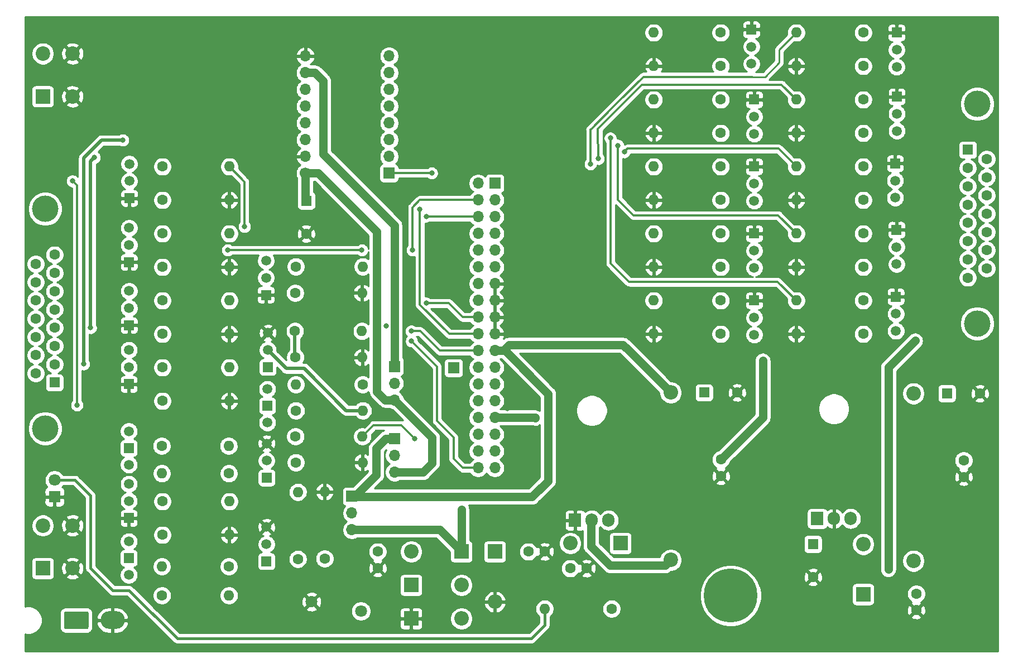
<source format=gbr>
%TF.GenerationSoftware,KiCad,Pcbnew,(5.1.6)-1*%
%TF.CreationDate,2021-08-21T15:03:11-07:00*%
%TF.ProjectId,BPEM488CWaux,4250454d-3438-4384-9357-6175782e6b69,rev?*%
%TF.SameCoordinates,Original*%
%TF.FileFunction,Copper,L2,Bot*%
%TF.FilePolarity,Positive*%
%FSLAX46Y46*%
G04 Gerber Fmt 4.6, Leading zero omitted, Abs format (unit mm)*
G04 Created by KiCad (PCBNEW (5.1.6)-1) date 2021-08-21 15:03:11*
%MOMM*%
%LPD*%
G01*
G04 APERTURE LIST*
%TA.AperFunction,ComponentPad*%
%ADD10O,1.600000X1.600000*%
%TD*%
%TA.AperFunction,ComponentPad*%
%ADD11C,1.600000*%
%TD*%
%TA.AperFunction,ComponentPad*%
%ADD12C,1.800000*%
%TD*%
%TA.AperFunction,ComponentPad*%
%ADD13R,1.800000X1.800000*%
%TD*%
%TA.AperFunction,ComponentPad*%
%ADD14O,1.905000X2.000000*%
%TD*%
%TA.AperFunction,ComponentPad*%
%ADD15R,1.905000X2.000000*%
%TD*%
%TA.AperFunction,ComponentPad*%
%ADD16R,1.500000X1.500000*%
%TD*%
%TA.AperFunction,ComponentPad*%
%ADD17C,1.500000*%
%TD*%
%TA.AperFunction,ComponentPad*%
%ADD18O,1.700000X1.700000*%
%TD*%
%TA.AperFunction,ComponentPad*%
%ADD19C,1.700000*%
%TD*%
%TA.AperFunction,ComponentPad*%
%ADD20R,1.700000X1.700000*%
%TD*%
%TA.AperFunction,ComponentPad*%
%ADD21R,1.600000X1.600000*%
%TD*%
%TA.AperFunction,ComponentPad*%
%ADD22C,4.000000*%
%TD*%
%TA.AperFunction,ComponentPad*%
%ADD23C,8.128000*%
%TD*%
%TA.AperFunction,ComponentPad*%
%ADD24R,2.200000X2.200000*%
%TD*%
%TA.AperFunction,ComponentPad*%
%ADD25O,2.200000X2.200000*%
%TD*%
%TA.AperFunction,ComponentPad*%
%ADD26O,3.700000X2.700000*%
%TD*%
%TA.AperFunction,ComponentPad*%
%ADD27C,2.200000*%
%TD*%
%TA.AperFunction,ViaPad*%
%ADD28C,0.800000*%
%TD*%
%TA.AperFunction,ViaPad*%
%ADD29C,1.000000*%
%TD*%
%TA.AperFunction,Conductor*%
%ADD30C,1.270000*%
%TD*%
%TA.AperFunction,Conductor*%
%ADD31C,0.300000*%
%TD*%
%TA.AperFunction,Conductor*%
%ADD32C,0.250000*%
%TD*%
%TA.AperFunction,Conductor*%
%ADD33C,0.508000*%
%TD*%
%TA.AperFunction,Conductor*%
%ADD34C,0.381000*%
%TD*%
%TA.AperFunction,Conductor*%
%ADD35C,0.254000*%
%TD*%
G04 APERTURE END LIST*
D10*
%TO.P,R15,2*%
%TO.N,Net-(D7-Pad2)*%
X132003800Y-143281400D03*
D11*
%TO.P,R15,1*%
%TO.N,+12V*%
X142163800Y-143281400D03*
%TD*%
D12*
%TO.P,D7,2*%
%TO.N,Net-(D7-Pad2)*%
X57658000Y-123774200D03*
D13*
%TO.P,D7,1*%
%TO.N,GND*%
X57658000Y-126314200D03*
%TD*%
D14*
%TO.P,U1,3*%
%TO.N,+12V*%
X141706600Y-129870200D03*
%TO.P,U1,2*%
%TO.N,Net-(C4-Pad1)*%
X139166600Y-129870200D03*
D15*
%TO.P,U1,1*%
%TO.N,GND*%
X136626600Y-129870200D03*
%TD*%
D16*
%TO.P,Q25,1*%
%TO.N,GND*%
X185420000Y-55880000D03*
D17*
%TO.P,Q25,3*%
%TO.N,/Inj5*%
X185420000Y-61080000D03*
%TO.P,Q25,2*%
%TO.N,Net-(Q25-Pad2)*%
X185420000Y-58480000D03*
%TD*%
D16*
%TO.P,Q24,1*%
%TO.N,GND*%
X185445400Y-65582800D03*
D17*
%TO.P,Q24,3*%
%TO.N,/Inj4*%
X185445400Y-70782800D03*
%TO.P,Q24,2*%
%TO.N,Net-(Q24-Pad2)*%
X185445400Y-68182800D03*
%TD*%
D16*
%TO.P,Q23,1*%
%TO.N,GND*%
X185191400Y-75717400D03*
D17*
%TO.P,Q23,3*%
%TO.N,/Inj3*%
X185191400Y-80917400D03*
%TO.P,Q23,2*%
%TO.N,Net-(Q23-Pad2)*%
X185191400Y-78317400D03*
%TD*%
D16*
%TO.P,Q22,1*%
%TO.N,GND*%
X185394600Y-85801200D03*
D17*
%TO.P,Q22,3*%
%TO.N,/Inj2*%
X185394600Y-91001200D03*
%TO.P,Q22,2*%
%TO.N,Net-(Q22-Pad2)*%
X185394600Y-88401200D03*
%TD*%
D16*
%TO.P,Q21,1*%
%TO.N,GND*%
X185293000Y-95935800D03*
D17*
%TO.P,Q21,3*%
%TO.N,/Inj1*%
X185293000Y-101135800D03*
%TO.P,Q21,2*%
%TO.N,Net-(Q21-Pad2)*%
X185293000Y-98535800D03*
%TD*%
D16*
%TO.P,Q18,1*%
%TO.N,Net-(Q18-Pad1)*%
X90017600Y-106629200D03*
D17*
%TO.P,Q18,3*%
%TO.N,GND*%
X90017600Y-101429200D03*
%TO.P,Q18,2*%
%TO.N,Net-(Q18-Pad2)*%
X90017600Y-104029200D03*
%TD*%
D16*
%TO.P,Q17,1*%
%TO.N,GND*%
X163804600Y-96520000D03*
D17*
%TO.P,Q17,3*%
%TO.N,/Ign5*%
X163804600Y-101720000D03*
%TO.P,Q17,2*%
%TO.N,Net-(Q17-Pad2)*%
X163804600Y-99120000D03*
%TD*%
D16*
%TO.P,Q16,1*%
%TO.N,GND*%
X163804600Y-86360000D03*
D17*
%TO.P,Q16,3*%
%TO.N,/Ign4*%
X163804600Y-91560000D03*
%TO.P,Q16,2*%
%TO.N,Net-(Q16-Pad2)*%
X163804600Y-88960000D03*
%TD*%
D16*
%TO.P,Q15,1*%
%TO.N,GND*%
X163804600Y-76200000D03*
D17*
%TO.P,Q15,3*%
%TO.N,/Ign3*%
X163804600Y-81400000D03*
%TO.P,Q15,2*%
%TO.N,Net-(Q15-Pad2)*%
X163804600Y-78800000D03*
%TD*%
D16*
%TO.P,Q14,1*%
%TO.N,GND*%
X163804600Y-66040000D03*
D17*
%TO.P,Q14,3*%
%TO.N,/Ign2*%
X163804600Y-71240000D03*
%TO.P,Q14,2*%
%TO.N,Net-(Q14-Pad2)*%
X163804600Y-68640000D03*
%TD*%
D16*
%TO.P,Q13,1*%
%TO.N,GND*%
X163372800Y-55397400D03*
D17*
%TO.P,Q13,3*%
%TO.N,/Ign1*%
X163372800Y-60597400D03*
%TO.P,Q13,2*%
%TO.N,Net-(Q13-Pad2)*%
X163372800Y-57997400D03*
%TD*%
D16*
%TO.P,Q12,1*%
%TO.N,Net-(Q12-Pad1)*%
X89941400Y-112496600D03*
D17*
%TO.P,Q12,3*%
%TO.N,Net-(J7-Pad2)*%
X89941400Y-109956600D03*
%TO.P,Q12,2*%
%TO.N,/PK1src*%
X89941400Y-115036600D03*
%TD*%
D16*
%TO.P,Q11,1*%
%TO.N,Net-(Q11-Pad1)*%
X89814400Y-136093200D03*
D17*
%TO.P,Q11,3*%
%TO.N,GND*%
X89814400Y-130893200D03*
%TO.P,Q11,2*%
%TO.N,Net-(Q11-Pad2)*%
X89814400Y-133493200D03*
%TD*%
D16*
%TO.P,Q10,1*%
%TO.N,Net-(Q10-Pad1)*%
X68935600Y-135610600D03*
D17*
%TO.P,Q10,3*%
%TO.N,Net-(J6-Pad2)*%
X68935600Y-133070600D03*
%TO.P,Q10,2*%
%TO.N,/PB6src*%
X68935600Y-138150600D03*
%TD*%
D16*
%TO.P,Q9,1*%
%TO.N,Net-(Q9-Pad1)*%
X89839800Y-123418600D03*
D17*
%TO.P,Q9,3*%
%TO.N,GND*%
X89839800Y-118218600D03*
%TO.P,Q9,2*%
%TO.N,Net-(Q9-Pad2)*%
X89839800Y-120818600D03*
%TD*%
D16*
%TO.P,Q7,1*%
%TO.N,GND*%
X68940680Y-129540000D03*
D17*
%TO.P,Q7,3*%
%TO.N,/PB5sink*%
X68940680Y-124340000D03*
%TO.P,Q7,2*%
%TO.N,Net-(Q7-Pad2)*%
X68940680Y-126940000D03*
%TD*%
D16*
%TO.P,Q6,1*%
%TO.N,GND*%
X89738200Y-95681800D03*
D17*
%TO.P,Q6,3*%
%TO.N,/PP5out*%
X89738200Y-90481800D03*
%TO.P,Q6,2*%
%TO.N,Net-(Q6-Pad2)*%
X89738200Y-93081800D03*
%TD*%
D16*
%TO.P,Q5,1*%
%TO.N,Net-(Q5-Pad1)*%
X68935600Y-118897400D03*
D17*
%TO.P,Q5,3*%
%TO.N,Net-(J5-Pad2)*%
X68935600Y-116357400D03*
%TO.P,Q5,2*%
%TO.N,/Tachout*%
X68935600Y-121437400D03*
%TD*%
D16*
%TO.P,Q4,1*%
%TO.N,GND*%
X68940680Y-109220000D03*
D17*
%TO.P,Q4,3*%
%TO.N,/AIOT*%
X68940680Y-104020000D03*
%TO.P,Q4,2*%
%TO.N,Net-(Q4-Pad2)*%
X68940680Y-106620000D03*
%TD*%
D16*
%TO.P,Q3,1*%
%TO.N,GND*%
X68961000Y-100279200D03*
D17*
%TO.P,Q3,3*%
%TO.N,/PB2sink*%
X68961000Y-95079200D03*
%TO.P,Q3,2*%
%TO.N,Net-(Q3-Pad2)*%
X68961000Y-97679200D03*
%TD*%
D16*
%TO.P,Q2,1*%
%TO.N,GND*%
X68961000Y-90703400D03*
D17*
%TO.P,Q2,3*%
%TO.N,/ASD*%
X68961000Y-85503400D03*
%TO.P,Q2,2*%
%TO.N,Net-(Q2-Pad2)*%
X68961000Y-88103400D03*
%TD*%
D16*
%TO.P,Q1,1*%
%TO.N,GND*%
X69011800Y-81000600D03*
D17*
%TO.P,Q1,3*%
%TO.N,/FP*%
X69011800Y-75800600D03*
%TO.P,Q1,2*%
%TO.N,Net-(Q1-Pad2)*%
X69011800Y-78400600D03*
%TD*%
D18*
%TO.P,U3,15*%
%TO.N,GND*%
X95707200Y-74676000D03*
%TO.P,U3,13*%
%TO.N,/IAC2A*%
X95707200Y-69596000D03*
D19*
%TO.P,U3,16*%
%TO.N,+12V*%
X95707200Y-77216000D03*
D18*
%TO.P,U3,14*%
%TO.N,/IAC2B*%
X95707200Y-72136000D03*
%TO.P,U3,12*%
%TO.N,/IAC1A*%
X95707200Y-67056000D03*
%TO.P,U3,9*%
%TO.N,GND*%
X95707200Y-59436000D03*
%TO.P,U3,11*%
%TO.N,/IAC1B*%
X95707200Y-64516000D03*
%TO.P,U3,10*%
%TO.N,VDD*%
X95707200Y-61976000D03*
%TO.P,U3,8*%
%TO.N,/PK4*%
X108407200Y-59436000D03*
%TO.P,U3,7*%
%TO.N,/PK2*%
X108407200Y-61976000D03*
%TO.P,U3,6*%
%TO.N,Net-(U3-Pad5)*%
X108407200Y-64516000D03*
%TO.P,U3,5*%
X108407200Y-67056000D03*
%TO.P,U3,4*%
%TO.N,Net-(U3-Pad4)*%
X108407200Y-69596000D03*
%TO.P,U3,3*%
%TO.N,Net-(U3-Pad3)*%
X108407200Y-72136000D03*
%TO.P,U3,2*%
%TO.N,Net-(U3-Pad2)*%
X108407200Y-74676000D03*
D20*
%TO.P,U3,1*%
%TO.N,/PK5*%
X108407200Y-77216000D03*
%TD*%
D14*
%TO.P,U2,3*%
%TO.N,Net-(C5-Pad1)*%
X178435000Y-129616200D03*
%TO.P,U2,2*%
%TO.N,GND*%
X175895000Y-129616200D03*
D15*
%TO.P,U2,1*%
%TO.N,+12V*%
X173355000Y-129616200D03*
%TD*%
D20*
%TO.P,TP1,1*%
%TO.N,/PK0*%
X118211600Y-106756200D03*
%TD*%
D10*
%TO.P,R36,2*%
%TO.N,GND*%
X104343200Y-105130600D03*
D11*
%TO.P,R36,1*%
%TO.N,Net-(Q18-Pad1)*%
X94183200Y-105130600D03*
%TD*%
D10*
%TO.P,R35,2*%
%TO.N,/PK1*%
X104292400Y-101168200D03*
D11*
%TO.P,R35,1*%
%TO.N,Net-(Q18-Pad1)*%
X94132400Y-101168200D03*
%TD*%
D10*
%TO.P,R24,2*%
%TO.N,Net-(Q18-Pad2)*%
X104444800Y-113207800D03*
D11*
%TO.P,R24,1*%
%TO.N,Net-(Q12-Pad1)*%
X94284800Y-113207800D03*
%TD*%
D10*
%TO.P,R23,2*%
%TO.N,Net-(Q12-Pad1)*%
X94259400Y-109270800D03*
D11*
%TO.P,R23,1*%
%TO.N,Net-(J7-Pad2)*%
X104419400Y-109270800D03*
%TD*%
D10*
%TO.P,R22,2*%
%TO.N,GND*%
X98628200Y-125526800D03*
D11*
%TO.P,R22,1*%
%TO.N,Net-(Q11-Pad1)*%
X98628200Y-135686800D03*
%TD*%
D10*
%TO.P,R21,2*%
%TO.N,/PB6*%
X94564200Y-125577600D03*
D11*
%TO.P,R21,1*%
%TO.N,Net-(Q11-Pad1)*%
X94564200Y-135737600D03*
%TD*%
D10*
%TO.P,R20,2*%
%TO.N,Net-(Q11-Pad2)*%
X84124800Y-141274800D03*
D11*
%TO.P,R20,1*%
%TO.N,Net-(Q10-Pad1)*%
X73964800Y-141274800D03*
%TD*%
D10*
%TO.P,R19,2*%
%TO.N,Net-(Q10-Pad1)*%
X73939400Y-136880600D03*
D11*
%TO.P,R19,1*%
%TO.N,Net-(J6-Pad2)*%
X84099400Y-136880600D03*
%TD*%
D10*
%TO.P,R18,2*%
%TO.N,Net-(Q9-Pad2)*%
X84074000Y-118592600D03*
D11*
%TO.P,R18,1*%
%TO.N,Net-(Q5-Pad1)*%
X73914000Y-118592600D03*
%TD*%
D10*
%TO.P,R17,2*%
%TO.N,Net-(Q5-Pad1)*%
X73939400Y-122758200D03*
D11*
%TO.P,R17,1*%
%TO.N,Net-(J5-Pad2)*%
X84099400Y-122758200D03*
%TD*%
D18*
%TO.P,J7,3*%
%TO.N,+12V*%
X109220000Y-111607600D03*
%TO.P,J7,2*%
%TO.N,Net-(J7-Pad2)*%
X109220000Y-109067600D03*
D20*
%TO.P,J7,1*%
%TO.N,VDD*%
X109220000Y-106527600D03*
%TD*%
D18*
%TO.P,J6,3*%
%TO.N,+12V*%
X102768400Y-131318000D03*
%TO.P,J6,2*%
%TO.N,Net-(J6-Pad2)*%
X102768400Y-128778000D03*
D20*
%TO.P,J6,1*%
%TO.N,VDD*%
X102768400Y-126238000D03*
%TD*%
D18*
%TO.P,J5,3*%
%TO.N,+12V*%
X109245400Y-122555000D03*
%TO.P,J5,2*%
%TO.N,Net-(J5-Pad2)*%
X109245400Y-120015000D03*
D20*
%TO.P,J5,1*%
%TO.N,VDD*%
X109245400Y-117475000D03*
%TD*%
D11*
%TO.P,C10,2*%
%TO.N,GND*%
X95859600Y-86381600D03*
D21*
%TO.P,C10,1*%
%TO.N,+12V*%
X95859600Y-81381600D03*
%TD*%
D22*
%TO.P,J4,0*%
%TO.N,N/C*%
X197635000Y-66705000D03*
X197635000Y-100005000D03*
D11*
%TO.P,J4,15*%
%TO.N,VDD*%
X199055000Y-91665000D03*
%TO.P,J4,14*%
%TO.N,Net-(J4-Pad14)*%
X199055000Y-88895000D03*
%TO.P,J4,13*%
%TO.N,/Ign5*%
X199055000Y-86125000D03*
%TO.P,J4,12*%
%TO.N,/Ign4*%
X199055000Y-83355000D03*
%TO.P,J4,11*%
%TO.N,/Ign3*%
X199055000Y-80585000D03*
%TO.P,J4,10*%
%TO.N,/Ign2*%
X199055000Y-77815000D03*
%TO.P,J4,9*%
%TO.N,/Inj5*%
X199055000Y-75045000D03*
%TO.P,J4,8*%
%TO.N,+BATT*%
X196215000Y-93050000D03*
%TO.P,J4,7*%
%TO.N,Net-(J4-Pad7)*%
X196215000Y-90280000D03*
%TO.P,J4,6*%
%TO.N,Net-(J4-Pad6)*%
X196215000Y-87510000D03*
%TO.P,J4,5*%
%TO.N,/Inj1*%
X196215000Y-84740000D03*
%TO.P,J4,4*%
%TO.N,/Inj2*%
X196215000Y-81970000D03*
%TO.P,J4,3*%
%TO.N,/Inj3*%
X196215000Y-79200000D03*
%TO.P,J4,2*%
%TO.N,/Inj4*%
X196215000Y-76430000D03*
D21*
%TO.P,J4,1*%
%TO.N,/Ign1*%
X196215000Y-73660000D03*
%TD*%
D22*
%TO.P,J3,0*%
%TO.N,N/C*%
X56238000Y-115921000D03*
X56238000Y-82621000D03*
D11*
%TO.P,J3,15*%
%TO.N,/IAC1B*%
X54818000Y-90961000D03*
%TO.P,J3,14*%
%TO.N,/FP*%
X54818000Y-93731000D03*
%TO.P,J3,13*%
%TO.N,/ASD*%
X54818000Y-96501000D03*
%TO.P,J3,12*%
%TO.N,/PB2sink*%
X54818000Y-99271000D03*
%TO.P,J3,11*%
%TO.N,/AIOT*%
X54818000Y-102041000D03*
%TO.P,J3,10*%
%TO.N,/Tachout*%
X54818000Y-104811000D03*
%TO.P,J3,9*%
%TO.N,/PB6src*%
X54818000Y-107581000D03*
%TO.P,J3,8*%
%TO.N,/IAC1A*%
X57658000Y-89576000D03*
%TO.P,J3,7*%
%TO.N,/CanH*%
X57658000Y-92346000D03*
%TO.P,J3,6*%
%TO.N,/PP5out*%
X57658000Y-95116000D03*
%TO.P,J3,5*%
%TO.N,/CanL*%
X57658000Y-97886000D03*
%TO.P,J3,4*%
%TO.N,/IAC2A*%
X57658000Y-100656000D03*
%TO.P,J3,3*%
%TO.N,/PK1src*%
X57658000Y-103426000D03*
%TO.P,J3,2*%
%TO.N,/IAC2B*%
X57658000Y-106196000D03*
D21*
%TO.P,J3,1*%
%TO.N,/PB5sink*%
X57658000Y-108966000D03*
%TD*%
D23*
%TO.P,REF\u002A\u002A,*%
%TO.N,*%
X160223200Y-141300200D03*
%TD*%
D12*
%TO.P,RV1,2*%
%TO.N,GND*%
X96640000Y-142237000D03*
%TO.P,RV1,1*%
%TO.N,+BATT*%
X104140000Y-143637000D03*
%TD*%
D11*
%TO.P,C1,1*%
%TO.N,+BATT*%
X106680000Y-134620000D03*
%TO.P,C1,2*%
%TO.N,GND*%
X106680000Y-137120000D03*
%TD*%
%TO.P,C3,2*%
%TO.N,GND*%
X172720000Y-138479540D03*
D21*
%TO.P,C3,1*%
%TO.N,+12V*%
X172720000Y-133479540D03*
%TD*%
D11*
%TO.P,C6,2*%
%TO.N,GND*%
X158750000Y-123150000D03*
%TO.P,C6,1*%
%TO.N,VDD*%
X158750000Y-120650000D03*
%TD*%
%TO.P,C7,1*%
%TO.N,+8V*%
X195580000Y-120779540D03*
%TO.P,C7,2*%
%TO.N,GND*%
X195580000Y-123279540D03*
%TD*%
%TO.P,C8,2*%
%TO.N,GND*%
X161210000Y-110490000D03*
D21*
%TO.P,C8,1*%
%TO.N,VDD*%
X156210000Y-110490000D03*
%TD*%
%TO.P,C9,1*%
%TO.N,+8V*%
X193040000Y-110619540D03*
D11*
%TO.P,C9,2*%
%TO.N,GND*%
X198040000Y-110619540D03*
%TD*%
D24*
%TO.P,D1,1*%
%TO.N,+BATT*%
X111760000Y-139700000D03*
D25*
%TO.P,D1,2*%
%TO.N,Net-(D1-Pad2)*%
X119380000Y-139700000D03*
%TD*%
%TO.P,D2,2*%
%TO.N,Net-(D1-Pad2)*%
X119380000Y-144780000D03*
D24*
%TO.P,D2,1*%
%TO.N,GND*%
X111760000Y-144780000D03*
%TD*%
%TO.P,D3,1*%
%TO.N,+12V*%
X119380000Y-134620000D03*
D25*
%TO.P,D3,2*%
%TO.N,+BATT*%
X111760000Y-134620000D03*
%TD*%
%TO.P,D4,2*%
%TO.N,GND*%
X124460000Y-142240000D03*
D24*
%TO.P,D4,1*%
%TO.N,+12V*%
X124460000Y-134620000D03*
%TD*%
D25*
%TO.P,D5,2*%
%TO.N,Net-(C4-Pad1)*%
X135890000Y-133350000D03*
D24*
%TO.P,D5,1*%
%TO.N,+12V*%
X143510000Y-133350000D03*
%TD*%
%TO.P,D6,1*%
%TO.N,+12V*%
X180340000Y-141099540D03*
D25*
%TO.P,D6,2*%
%TO.N,Net-(C5-Pad1)*%
X180340000Y-133479540D03*
%TD*%
%TO.P,J1,1*%
%TO.N,+BATT*%
%TA.AperFunction,ComponentPad*%
G36*
G01*
X62559999Y-146384000D02*
X59360001Y-146384000D01*
G75*
G02*
X59110000Y-146133999I0J250001D01*
G01*
X59110000Y-143934001D01*
G75*
G02*
X59360001Y-143684000I250001J0D01*
G01*
X62559999Y-143684000D01*
G75*
G02*
X62810000Y-143934001I0J-250001D01*
G01*
X62810000Y-146133999D01*
G75*
G02*
X62559999Y-146384000I-250001J0D01*
G01*
G37*
%TD.AperFunction*%
D26*
%TO.P,J1,2*%
%TO.N,GND*%
X66460000Y-145034000D03*
%TD*%
D27*
%TO.P,L1,1*%
%TO.N,Net-(C4-Pad1)*%
X151130000Y-135890000D03*
D25*
%TO.P,L1,2*%
%TO.N,VDD*%
X151130000Y-110490000D03*
%TD*%
%TO.P,L2,2*%
%TO.N,+8V*%
X187960000Y-110619540D03*
D27*
%TO.P,L2,1*%
%TO.N,Net-(C5-Pad1)*%
X187960000Y-136019540D03*
%TD*%
D10*
%TO.P,R1,2*%
%TO.N,/PB0*%
X84180680Y-76200000D03*
D11*
%TO.P,R1,1*%
%TO.N,Net-(Q1-Pad2)*%
X74020680Y-76200000D03*
%TD*%
%TO.P,R2,1*%
%TO.N,Net-(Q1-Pad2)*%
X74020680Y-81280000D03*
D10*
%TO.P,R2,2*%
%TO.N,GND*%
X84180680Y-81280000D03*
%TD*%
%TO.P,R3,2*%
%TO.N,/PB1*%
X84180680Y-86360000D03*
D11*
%TO.P,R3,1*%
%TO.N,Net-(Q2-Pad2)*%
X74020680Y-86360000D03*
%TD*%
%TO.P,R4,1*%
%TO.N,Net-(Q2-Pad2)*%
X74020680Y-91440000D03*
D10*
%TO.P,R4,2*%
%TO.N,GND*%
X84180680Y-91440000D03*
%TD*%
D11*
%TO.P,R5,1*%
%TO.N,Net-(Q3-Pad2)*%
X74020680Y-96520000D03*
D10*
%TO.P,R5,2*%
%TO.N,/PB2*%
X84180680Y-96520000D03*
%TD*%
D11*
%TO.P,R6,1*%
%TO.N,Net-(Q3-Pad2)*%
X74020680Y-101600000D03*
D10*
%TO.P,R6,2*%
%TO.N,GND*%
X84180680Y-101600000D03*
%TD*%
%TO.P,R7,2*%
%TO.N,/PB3*%
X84180680Y-106680000D03*
D11*
%TO.P,R7,1*%
%TO.N,Net-(Q4-Pad2)*%
X74020680Y-106680000D03*
%TD*%
D10*
%TO.P,R8,2*%
%TO.N,GND*%
X84180680Y-111760000D03*
D11*
%TO.P,R8,1*%
%TO.N,Net-(Q4-Pad2)*%
X74020680Y-111760000D03*
%TD*%
%TO.P,R9,1*%
%TO.N,Net-(Q9-Pad1)*%
X94208600Y-117144800D03*
D10*
%TO.P,R9,2*%
%TO.N,/PB4*%
X104368600Y-117144800D03*
%TD*%
D11*
%TO.P,R10,1*%
%TO.N,Net-(Q9-Pad1)*%
X94259400Y-121081800D03*
D10*
%TO.P,R10,2*%
%TO.N,GND*%
X104419400Y-121081800D03*
%TD*%
%TO.P,R11,2*%
%TO.N,/PP5*%
X104419400Y-91363800D03*
D11*
%TO.P,R11,1*%
%TO.N,Net-(Q6-Pad2)*%
X94259400Y-91363800D03*
%TD*%
D10*
%TO.P,R12,2*%
%TO.N,GND*%
X104317800Y-95377000D03*
D11*
%TO.P,R12,1*%
%TO.N,Net-(Q6-Pad2)*%
X94157800Y-95377000D03*
%TD*%
D10*
%TO.P,R13,2*%
%TO.N,/PB5*%
X84180680Y-127000000D03*
D11*
%TO.P,R13,1*%
%TO.N,Net-(Q7-Pad2)*%
X74020680Y-127000000D03*
%TD*%
%TO.P,R14,1*%
%TO.N,Net-(Q7-Pad2)*%
X74020680Y-132080000D03*
D10*
%TO.P,R14,2*%
%TO.N,GND*%
X84180680Y-132080000D03*
%TD*%
D11*
%TO.P,R25,1*%
%TO.N,Net-(Q13-Pad2)*%
X158724600Y-55880000D03*
D10*
%TO.P,R25,2*%
%TO.N,/PT3*%
X148564600Y-55880000D03*
%TD*%
D11*
%TO.P,R26,1*%
%TO.N,Net-(Q13-Pad2)*%
X158724600Y-60960000D03*
D10*
%TO.P,R26,2*%
%TO.N,GND*%
X148564600Y-60960000D03*
%TD*%
D11*
%TO.P,R27,1*%
%TO.N,Net-(Q14-Pad2)*%
X158724600Y-66040000D03*
D10*
%TO.P,R27,2*%
%TO.N,/PT4*%
X148564600Y-66040000D03*
%TD*%
%TO.P,R28,2*%
%TO.N,GND*%
X148564600Y-71120000D03*
D11*
%TO.P,R28,1*%
%TO.N,Net-(Q14-Pad2)*%
X158724600Y-71120000D03*
%TD*%
D10*
%TO.P,R29,2*%
%TO.N,/PT5*%
X148564600Y-76200000D03*
D11*
%TO.P,R29,1*%
%TO.N,Net-(Q15-Pad2)*%
X158724600Y-76200000D03*
%TD*%
%TO.P,R30,1*%
%TO.N,Net-(Q15-Pad2)*%
X158724600Y-81280000D03*
D10*
%TO.P,R30,2*%
%TO.N,GND*%
X148564600Y-81280000D03*
%TD*%
D11*
%TO.P,R31,1*%
%TO.N,Net-(Q16-Pad2)*%
X158724600Y-86360000D03*
D10*
%TO.P,R31,2*%
%TO.N,/PT6*%
X148564600Y-86360000D03*
%TD*%
%TO.P,R32,2*%
%TO.N,GND*%
X148564600Y-91440000D03*
D11*
%TO.P,R32,1*%
%TO.N,Net-(Q16-Pad2)*%
X158724600Y-91440000D03*
%TD*%
%TO.P,R33,1*%
%TO.N,Net-(Q17-Pad2)*%
X158724600Y-96520000D03*
D10*
%TO.P,R33,2*%
%TO.N,/PT7*%
X148564600Y-96520000D03*
%TD*%
D11*
%TO.P,R34,1*%
%TO.N,Net-(Q17-Pad2)*%
X158724600Y-101600000D03*
D10*
%TO.P,R34,2*%
%TO.N,GND*%
X148564600Y-101600000D03*
%TD*%
%TO.P,R41,2*%
%TO.N,/PP0*%
X170180000Y-96520000D03*
D11*
%TO.P,R41,1*%
%TO.N,Net-(Q21-Pad2)*%
X180340000Y-96520000D03*
%TD*%
D10*
%TO.P,R42,2*%
%TO.N,GND*%
X170180000Y-101600000D03*
D11*
%TO.P,R42,1*%
%TO.N,Net-(Q21-Pad2)*%
X180340000Y-101600000D03*
%TD*%
D10*
%TO.P,R43,2*%
%TO.N,/PP1*%
X170180000Y-86360000D03*
D11*
%TO.P,R43,1*%
%TO.N,Net-(Q22-Pad2)*%
X180340000Y-86360000D03*
%TD*%
%TO.P,R44,1*%
%TO.N,Net-(Q22-Pad2)*%
X180340000Y-91440000D03*
D10*
%TO.P,R44,2*%
%TO.N,GND*%
X170180000Y-91440000D03*
%TD*%
D11*
%TO.P,R45,1*%
%TO.N,Net-(Q23-Pad2)*%
X180340000Y-76200000D03*
D10*
%TO.P,R45,2*%
%TO.N,/PP2*%
X170180000Y-76200000D03*
%TD*%
%TO.P,R46,2*%
%TO.N,GND*%
X170180000Y-81280000D03*
D11*
%TO.P,R46,1*%
%TO.N,Net-(Q23-Pad2)*%
X180340000Y-81280000D03*
%TD*%
D10*
%TO.P,R47,2*%
%TO.N,/PP3*%
X170180000Y-66040000D03*
D11*
%TO.P,R47,1*%
%TO.N,Net-(Q24-Pad2)*%
X180340000Y-66040000D03*
%TD*%
%TO.P,R48,1*%
%TO.N,Net-(Q24-Pad2)*%
X180340000Y-71120000D03*
D10*
%TO.P,R48,2*%
%TO.N,GND*%
X170180000Y-71120000D03*
%TD*%
%TO.P,R49,2*%
%TO.N,/PP4*%
X170180000Y-55880000D03*
D11*
%TO.P,R49,1*%
%TO.N,Net-(Q25-Pad2)*%
X180340000Y-55880000D03*
%TD*%
D10*
%TO.P,R50,2*%
%TO.N,GND*%
X170180000Y-60960000D03*
D11*
%TO.P,R50,1*%
%TO.N,Net-(Q25-Pad2)*%
X180340000Y-60960000D03*
%TD*%
D27*
%TO.P,S1,3*%
%TO.N,GND*%
X60380000Y-65570100D03*
%TO.P,S1,4*%
X60380000Y-59070100D03*
%TO.P,S1,2*%
%TO.N,/PA0*%
X55880000Y-59070100D03*
D24*
%TO.P,S1,1*%
X55880000Y-65570100D03*
%TD*%
%TO.P,S2,1*%
%TO.N,/RESET*%
X55880000Y-137160000D03*
D27*
%TO.P,S2,2*%
X55880000Y-130660000D03*
%TO.P,S2,4*%
%TO.N,GND*%
X60380000Y-130660000D03*
%TO.P,S2,3*%
X60380000Y-137160000D03*
%TD*%
D20*
%TO.P,J2,1*%
%TO.N,Net-(J2-Pad1)*%
X124460000Y-78740000D03*
D18*
%TO.P,J2,2*%
%TO.N,Net-(J2-Pad2)*%
X121920000Y-78740000D03*
%TO.P,J2,3*%
%TO.N,/PT3*%
X124460000Y-81280000D03*
%TO.P,J2,4*%
%TO.N,/CanL*%
X121920000Y-81280000D03*
%TO.P,J2,5*%
%TO.N,/PT4*%
X124460000Y-83820000D03*
%TO.P,J2,6*%
%TO.N,/PP5*%
X121920000Y-83820000D03*
%TO.P,J2,7*%
%TO.N,/PT5*%
X124460000Y-86360000D03*
%TO.P,J2,8*%
%TO.N,/PP4*%
X121920000Y-86360000D03*
%TO.P,J2,9*%
%TO.N,/PT6*%
X124460000Y-88900000D03*
%TO.P,J2,10*%
%TO.N,/PP3*%
X121920000Y-88900000D03*
%TO.P,J2,11*%
%TO.N,/PT7*%
X124460000Y-91440000D03*
%TO.P,J2,12*%
%TO.N,/PP2*%
X121920000Y-91440000D03*
%TO.P,J2,13*%
%TO.N,GND*%
X124460000Y-93980000D03*
%TO.P,J2,14*%
%TO.N,/PP1*%
X121920000Y-93980000D03*
%TO.P,J2,15*%
%TO.N,GND*%
X124460000Y-96520000D03*
%TO.P,J2,16*%
%TO.N,/PP0*%
X121920000Y-96520000D03*
%TO.P,J2,17*%
%TO.N,GND*%
X124460000Y-99060000D03*
%TO.P,J2,18*%
%TO.N,/CanH*%
X121920000Y-99060000D03*
%TO.P,J2,19*%
%TO.N,GND*%
X124460000Y-101600000D03*
%TO.P,J2,20*%
%TO.N,/PK2*%
X121920000Y-101600000D03*
%TO.P,J2,21*%
%TO.N,VDD*%
X124460000Y-104140000D03*
%TO.P,J2,22*%
%TO.N,/PK1*%
X121920000Y-104140000D03*
%TO.P,J2,23*%
%TO.N,+BATT*%
X124460000Y-106680000D03*
%TO.P,J2,24*%
%TO.N,/PK0*%
X121920000Y-106680000D03*
%TO.P,J2,25*%
%TO.N,/RESET*%
X124460000Y-109220000D03*
%TO.P,J2,26*%
%TO.N,/PK5*%
X121920000Y-109220000D03*
%TO.P,J2,27*%
%TO.N,/PA0*%
X124460000Y-111760000D03*
%TO.P,J2,28*%
%TO.N,/PK4*%
X121920000Y-111760000D03*
%TO.P,J2,29*%
%TO.N,+8V*%
X124460000Y-114300000D03*
%TO.P,J2,30*%
%TO.N,/PB0*%
X121920000Y-114300000D03*
%TO.P,J2,31*%
%TO.N,/PB6*%
X124460000Y-116840000D03*
%TO.P,J2,32*%
%TO.N,/PB1*%
X121920000Y-116840000D03*
%TO.P,J2,33*%
%TO.N,/PB5*%
X124460000Y-119380000D03*
%TO.P,J2,34*%
%TO.N,/PB2*%
X121920000Y-119380000D03*
%TO.P,J2,35*%
%TO.N,/PB4*%
X124460000Y-121920000D03*
%TO.P,J2,36*%
%TO.N,/PB3*%
X121920000Y-121920000D03*
%TD*%
D11*
%TO.P,C2,2*%
%TO.N,GND*%
X132040000Y-134620000D03*
%TO.P,C2,1*%
%TO.N,+12V*%
X129540000Y-134620000D03*
%TD*%
%TO.P,C4,1*%
%TO.N,Net-(C4-Pad1)*%
X135890000Y-137160000D03*
%TO.P,C4,2*%
%TO.N,GND*%
X138390000Y-137160000D03*
%TD*%
%TO.P,C5,1*%
%TO.N,Net-(C5-Pad1)*%
X188390000Y-141010000D03*
%TO.P,C5,2*%
%TO.N,GND*%
X188390000Y-143510000D03*
%TD*%
D28*
%TO.N,*%
X107950000Y-100355400D03*
%TO.N,GND*%
X128090000Y-82400000D03*
X139720000Y-82480000D03*
X144790000Y-79910000D03*
X145850000Y-81770000D03*
X143720000Y-84260000D03*
X139900000Y-85060000D03*
X128270000Y-85240000D03*
X127290000Y-116320000D03*
X126580000Y-118630000D03*
X197360000Y-94920000D03*
X192300000Y-88350000D03*
X190880000Y-94470000D03*
X112369600Y-61366400D03*
X67868800Y-113817400D03*
X63449200Y-116459000D03*
X71602600Y-139293600D03*
X79070200Y-139090400D03*
X88366600Y-138379200D03*
X108966000Y-133299200D03*
X71551800Y-117779800D03*
X70713600Y-134569200D03*
X82626200Y-65786000D03*
X82575400Y-68427600D03*
X82677000Y-70916800D03*
X110439200Y-65735200D03*
X97637600Y-101193600D03*
X76885800Y-88823800D03*
X64998600Y-106273600D03*
X92354400Y-110820200D03*
X62661800Y-108254800D03*
X117017800Y-119507000D03*
X116103400Y-124688600D03*
X107492800Y-124587000D03*
X119557800Y-120472200D03*
X119964200Y-117983000D03*
X119862600Y-115646200D03*
X119710200Y-113157000D03*
X119710200Y-110718600D03*
X119608600Y-108458000D03*
X119456200Y-102920800D03*
X117068600Y-99212400D03*
X116814600Y-95808800D03*
X119608600Y-95250000D03*
X119659400Y-92710000D03*
X119659400Y-90119200D03*
X119710200Y-87426800D03*
X126365000Y-112903000D03*
X126619000Y-110515400D03*
X126568200Y-108026200D03*
D29*
%TO.N,+BATT*%
X188214000Y-102616000D03*
X184150000Y-137289540D03*
%TO.N,VDD*%
X165100000Y-105664000D03*
%TO.N,+8V*%
X130581400Y-114325400D03*
D28*
%TO.N,/PK1*%
X111785400Y-101168200D03*
%TO.N,/PK5*%
X114884200Y-77190600D03*
%TO.N,/PK2*%
X113080800Y-82651600D03*
%TO.N,/PP0*%
X141980000Y-71880000D03*
%TO.N,/PB0*%
X86487000Y-85318600D03*
%TO.N,/PP1*%
X143100000Y-73000000D03*
%TO.N,/PP2*%
X144090000Y-73990000D03*
%TO.N,/PP3*%
X140170000Y-75000000D03*
%TO.N,/PB3*%
X111810800Y-102666800D03*
%TO.N,/PP4*%
X138950000Y-75820000D03*
%TO.N,/PB4*%
X112293400Y-117475000D03*
%TO.N,/PP5*%
X114046000Y-83743800D03*
%TO.N,/PA0*%
X61061600Y-112395000D03*
X60375800Y-78384400D03*
%TO.N,+12V*%
X119380000Y-128193800D03*
%TO.N,/CanL*%
X83947000Y-88874600D03*
X104292400Y-88874600D03*
X111963200Y-88874600D03*
%TO.N,/CanH*%
X114046000Y-96926400D03*
%TO.N,/IAC2A*%
X63140200Y-100656000D03*
X63703200Y-74828400D03*
%TO.N,/IAC2B*%
X62077600Y-106172000D03*
X68021200Y-72186800D03*
%TD*%
D30*
%TO.N,+BATT*%
X188214000Y-102616000D02*
X184150000Y-106680000D01*
X184150000Y-106680000D02*
X184150000Y-137289540D01*
%TO.N,Net-(C4-Pad1)*%
X139065000Y-129540000D02*
X139065000Y-133815000D01*
X139065000Y-133815000D02*
X141970000Y-136720000D01*
X150300000Y-136720000D02*
X151130000Y-135890000D01*
X141970000Y-136720000D02*
X150300000Y-136720000D01*
%TO.N,VDD*%
X144780000Y-104140000D02*
X151130000Y-110490000D01*
X165100000Y-114300000D02*
X158750000Y-120650000D01*
X165100000Y-105664000D02*
X165100000Y-114300000D01*
X124460000Y-104140000D02*
X125730000Y-104140000D01*
X125730000Y-104140000D02*
X126593600Y-103276400D01*
X143916400Y-103276400D02*
X144780000Y-104140000D01*
X126593600Y-103276400D02*
X143916400Y-103276400D01*
X124460000Y-104140000D02*
X125984000Y-104140000D01*
X125984000Y-104140000D02*
X132537200Y-110693200D01*
X132537200Y-110693200D02*
X132537200Y-123875800D01*
X102844600Y-126314200D02*
X102768400Y-126238000D01*
X130098800Y-126314200D02*
X102844600Y-126314200D01*
X132537200Y-123875800D02*
X130098800Y-126314200D01*
X102768400Y-126238000D02*
X103225600Y-126238000D01*
X103225600Y-126238000D02*
X106476800Y-122986800D01*
X106476800Y-122986800D02*
X106476800Y-118922800D01*
X107924600Y-117475000D02*
X109245400Y-117475000D01*
X106476800Y-118922800D02*
X107924600Y-117475000D01*
X98399600Y-63195200D02*
X97180400Y-61976000D01*
X98399600Y-74295000D02*
X98399600Y-63195200D01*
X97180400Y-61976000D02*
X95707200Y-61976000D01*
X109220000Y-106527600D02*
X109220000Y-85115400D01*
X109220000Y-85115400D02*
X98399600Y-74295000D01*
%TO.N,+8V*%
X130556000Y-114300000D02*
X130581400Y-114325400D01*
X124460000Y-114300000D02*
X130556000Y-114300000D01*
D31*
%TO.N,/PK1*%
X121820000Y-104240000D02*
X121920000Y-104140000D01*
X111785400Y-101168200D02*
X113131600Y-101168200D01*
X116103400Y-104140000D02*
X121920000Y-104140000D01*
X113131600Y-101168200D02*
X116103400Y-104140000D01*
%TO.N,/PK5*%
X108432600Y-77190600D02*
X108407200Y-77216000D01*
X114884200Y-77190600D02*
X108432600Y-77190600D01*
%TO.N,/PK2*%
X121920000Y-101600000D02*
X117525800Y-101600000D01*
X117525800Y-101600000D02*
X113080800Y-97155000D01*
X113080800Y-97155000D02*
X113080800Y-82651600D01*
%TO.N,/PP0*%
X170180000Y-96520000D02*
X167370000Y-93710000D01*
X148990000Y-93710000D02*
X148840000Y-93710000D01*
X167370000Y-93710000D02*
X148990000Y-93710000D01*
X144830000Y-93710000D02*
X148990000Y-93710000D01*
X142031175Y-90911175D02*
X144830000Y-93710000D01*
X142010000Y-78080000D02*
X142031175Y-90911175D01*
X142010000Y-78080000D02*
X142010000Y-71910000D01*
X142010000Y-71910000D02*
X141980000Y-71880000D01*
%TO.N,/PB0*%
X86487000Y-78506320D02*
X84180680Y-76200000D01*
X86487000Y-85318600D02*
X86487000Y-78506320D01*
%TO.N,/PP1*%
X145500000Y-83610000D02*
X167430000Y-83610000D01*
X167430000Y-83610000D02*
X170180000Y-86360000D01*
X143130000Y-81240000D02*
X145500000Y-83610000D01*
X143130000Y-78080000D02*
X143130000Y-81240000D01*
X143130000Y-78080000D02*
X143130000Y-73030000D01*
X143130000Y-73030000D02*
X143100000Y-73000000D01*
%TO.N,/PP2*%
X144920000Y-73490000D02*
X144890000Y-73490000D01*
X170180000Y-76200000D02*
X167470000Y-73490000D01*
X167470000Y-73490000D02*
X144920000Y-73490000D01*
X144920000Y-73490000D02*
X144590000Y-73490000D01*
X144590000Y-73490000D02*
X144090000Y-73990000D01*
%TO.N,/PP3*%
X167950000Y-63810000D02*
X170180000Y-66040000D01*
X147010000Y-63770000D02*
X167950000Y-63810000D01*
X140170000Y-75000000D02*
X140100000Y-70540000D01*
X140100000Y-70540000D02*
X140040000Y-70480000D01*
X140040000Y-70480000D02*
X146750000Y-63770000D01*
X146750000Y-63770000D02*
X147010000Y-63770000D01*
%TO.N,/PB3*%
X111810800Y-102666800D02*
X115671600Y-106527600D01*
X115671600Y-106527600D02*
X115671600Y-114782600D01*
X115671600Y-114782600D02*
X118186200Y-117297200D01*
X118186200Y-117297200D02*
X118186200Y-120523000D01*
X119583200Y-121920000D02*
X121920000Y-121920000D01*
X118186200Y-120523000D02*
X119583200Y-121920000D01*
%TO.N,/PP4*%
X163480000Y-62580000D02*
X146990000Y-62580000D01*
X143229999Y-66340001D02*
X143209999Y-66340001D01*
X146990000Y-62580000D02*
X143229999Y-66340001D01*
X142160000Y-67390000D02*
X142000000Y-67550000D01*
X143209999Y-66340001D02*
X142160000Y-67390000D01*
X139010000Y-70540000D02*
X142160000Y-67390000D01*
X138950000Y-70600000D02*
X139010000Y-70540000D01*
X138950000Y-75820000D02*
X138950000Y-70600000D01*
D32*
X163480000Y-62580000D02*
X165435800Y-62580000D01*
X165435800Y-62580000D02*
X167589200Y-60426600D01*
X167589200Y-58470800D02*
X170180000Y-55880000D01*
X167589200Y-60426600D02*
X167589200Y-58470800D01*
D31*
%TO.N,/PB4*%
X104368600Y-117144800D02*
X106070400Y-115443000D01*
X106070400Y-115443000D02*
X110109000Y-115443000D01*
X110109000Y-115443000D02*
X110261400Y-115443000D01*
X110261400Y-115443000D02*
X112293400Y-117475000D01*
%TO.N,/PP5*%
X121900000Y-83840000D02*
X121920000Y-83820000D01*
X121920000Y-83820000D02*
X114122200Y-83820000D01*
X114122200Y-83820000D02*
X114046000Y-83743800D01*
%TO.N,/PT6*%
X148564600Y-86360000D02*
X148640000Y-86360000D01*
D33*
%TO.N,Net-(Q18-Pad2)*%
X90017600Y-104029200D02*
X92811600Y-106823200D01*
X92811600Y-106823200D02*
X95520200Y-106823200D01*
X101904800Y-113207800D02*
X104444800Y-113207800D01*
X95520200Y-106823200D02*
X101904800Y-113207800D01*
D31*
%TO.N,/PA0*%
X61061600Y-79070200D02*
X60375800Y-78384400D01*
X61061600Y-112395000D02*
X61061600Y-79070200D01*
D30*
%TO.N,+12V*%
X116078000Y-131318000D02*
X119380000Y-134620000D01*
X102768400Y-131318000D02*
X116078000Y-131318000D01*
X102768400Y-131318000D02*
X106172000Y-131318000D01*
X119380000Y-134620000D02*
X119380000Y-128193800D01*
X114935000Y-121183400D02*
X113563400Y-122555000D01*
X109220000Y-111607600D02*
X114935000Y-117322600D01*
X113563400Y-122555000D02*
X109245400Y-122555000D01*
X114935000Y-117322600D02*
X114935000Y-121183400D01*
X97663000Y-77216000D02*
X95707200Y-77216000D01*
X107848400Y-111607600D02*
X106578400Y-110337600D01*
X109220000Y-111607600D02*
X107848400Y-111607600D01*
X106578400Y-110337600D02*
X106578400Y-86106000D01*
X106578400Y-86106000D02*
X106553000Y-86106000D01*
X106553000Y-86106000D02*
X97663000Y-77216000D01*
X95707200Y-81229200D02*
X95859600Y-81381600D01*
X95707200Y-77216000D02*
X95707200Y-81229200D01*
D31*
%TO.N,/CanL*%
X83947000Y-88874600D02*
X104292400Y-88874600D01*
X121920000Y-81280000D02*
X113080800Y-81280000D01*
X111963200Y-82397600D02*
X111963200Y-83413600D01*
X113080800Y-81280000D02*
X111963200Y-82397600D01*
X111963200Y-88874600D02*
X111963200Y-83413600D01*
X111963200Y-83413600D02*
X111963200Y-83312000D01*
%TO.N,/CanH*%
X121910000Y-99050000D02*
X121920000Y-99060000D01*
X114046000Y-96926400D02*
X117475000Y-96926400D01*
X119608600Y-99060000D02*
X121920000Y-99060000D01*
X117475000Y-96926400D02*
X119608600Y-99060000D01*
D33*
%TO.N,/IAC2A*%
X63140200Y-100656000D02*
X63140200Y-78236200D01*
X63140200Y-78236200D02*
X63140200Y-75391400D01*
X63140200Y-75391400D02*
X63703200Y-74828400D01*
%TO.N,/IAC2B*%
X62077600Y-106172000D02*
X62077600Y-79121000D01*
X62077600Y-79121000D02*
X62077600Y-74904600D01*
X62077600Y-74904600D02*
X64795400Y-72186800D01*
X64795400Y-72186800D02*
X68021200Y-72186800D01*
%TO.N,Net-(Q18-Pad1)*%
X94132400Y-105079800D02*
X94183200Y-105130600D01*
X94132400Y-101168200D02*
X94132400Y-105079800D01*
D34*
%TO.N,Net-(D7-Pad2)*%
X132003800Y-143281400D02*
X132003800Y-145796000D01*
X132003800Y-145796000D02*
X129997200Y-147802600D01*
X129997200Y-147802600D02*
X76276200Y-147802600D01*
X76276200Y-147802600D02*
X68986400Y-140512800D01*
X68986400Y-140512800D02*
X66497200Y-140512800D01*
X66497200Y-140512800D02*
X63119000Y-137134600D01*
X63119000Y-137134600D02*
X63119000Y-126136400D01*
X60756800Y-123774200D02*
X57658000Y-123774200D01*
X63119000Y-126136400D02*
X60756800Y-123774200D01*
%TD*%
D35*
%TO.N,GND*%
G36*
X200787000Y-149733000D02*
G01*
X53213000Y-149733000D01*
X53213000Y-147121913D01*
X53449721Y-147169000D01*
X53870279Y-147169000D01*
X54282756Y-147086953D01*
X54671302Y-146926012D01*
X55020983Y-146692363D01*
X55318363Y-146394983D01*
X55552012Y-146045302D01*
X55712953Y-145656756D01*
X55795000Y-145244279D01*
X55795000Y-144823721D01*
X55712953Y-144411244D01*
X55552012Y-144022698D01*
X55492747Y-143934001D01*
X58471928Y-143934001D01*
X58471928Y-146133999D01*
X58488992Y-146307253D01*
X58539529Y-146473850D01*
X58621595Y-146627386D01*
X58732039Y-146761961D01*
X58866614Y-146872405D01*
X59020150Y-146954471D01*
X59186747Y-147005008D01*
X59360001Y-147022072D01*
X62559999Y-147022072D01*
X62733253Y-147005008D01*
X62899850Y-146954471D01*
X63053386Y-146872405D01*
X63187961Y-146761961D01*
X63298405Y-146627386D01*
X63380471Y-146473850D01*
X63431008Y-146307253D01*
X63448072Y-146133999D01*
X63448072Y-145469323D01*
X64023323Y-145469323D01*
X64077499Y-145676295D01*
X64238976Y-146031211D01*
X64466591Y-146347805D01*
X64751597Y-146613910D01*
X65083041Y-146819300D01*
X65448186Y-146956082D01*
X65833000Y-147019000D01*
X66333000Y-147019000D01*
X66333000Y-145161000D01*
X66587000Y-145161000D01*
X66587000Y-147019000D01*
X67087000Y-147019000D01*
X67471814Y-146956082D01*
X67836959Y-146819300D01*
X68168403Y-146613910D01*
X68453409Y-146347805D01*
X68681024Y-146031211D01*
X68842501Y-145676295D01*
X68896677Y-145469323D01*
X68781829Y-145161000D01*
X66587000Y-145161000D01*
X66333000Y-145161000D01*
X64138171Y-145161000D01*
X64023323Y-145469323D01*
X63448072Y-145469323D01*
X63448072Y-144598677D01*
X64023323Y-144598677D01*
X64138171Y-144907000D01*
X66333000Y-144907000D01*
X66333000Y-143049000D01*
X66587000Y-143049000D01*
X66587000Y-144907000D01*
X68781829Y-144907000D01*
X68896677Y-144598677D01*
X68842501Y-144391705D01*
X68681024Y-144036789D01*
X68453409Y-143720195D01*
X68168403Y-143454090D01*
X67836959Y-143248700D01*
X67471814Y-143111918D01*
X67087000Y-143049000D01*
X66587000Y-143049000D01*
X66333000Y-143049000D01*
X65833000Y-143049000D01*
X65448186Y-143111918D01*
X65083041Y-143248700D01*
X64751597Y-143454090D01*
X64466591Y-143720195D01*
X64238976Y-144036789D01*
X64077499Y-144391705D01*
X64023323Y-144598677D01*
X63448072Y-144598677D01*
X63448072Y-143934001D01*
X63431008Y-143760747D01*
X63380471Y-143594150D01*
X63298405Y-143440614D01*
X63187961Y-143306039D01*
X63053386Y-143195595D01*
X62899850Y-143113529D01*
X62733253Y-143062992D01*
X62559999Y-143045928D01*
X59360001Y-143045928D01*
X59186747Y-143062992D01*
X59020150Y-143113529D01*
X58866614Y-143195595D01*
X58732039Y-143306039D01*
X58621595Y-143440614D01*
X58539529Y-143594150D01*
X58488992Y-143760747D01*
X58471928Y-143934001D01*
X55492747Y-143934001D01*
X55318363Y-143673017D01*
X55020983Y-143375637D01*
X54671302Y-143141988D01*
X54282756Y-142981047D01*
X53870279Y-142899000D01*
X53449721Y-142899000D01*
X53213000Y-142946087D01*
X53213000Y-136060000D01*
X54141928Y-136060000D01*
X54141928Y-138260000D01*
X54154188Y-138384482D01*
X54190498Y-138504180D01*
X54249463Y-138614494D01*
X54328815Y-138711185D01*
X54425506Y-138790537D01*
X54535820Y-138849502D01*
X54655518Y-138885812D01*
X54780000Y-138898072D01*
X56980000Y-138898072D01*
X57104482Y-138885812D01*
X57224180Y-138849502D01*
X57334494Y-138790537D01*
X57431185Y-138711185D01*
X57510537Y-138614494D01*
X57569502Y-138504180D01*
X57605812Y-138384482D01*
X57607562Y-138366712D01*
X59352893Y-138366712D01*
X59460726Y-138641338D01*
X59767384Y-138792216D01*
X60097585Y-138880369D01*
X60438639Y-138902409D01*
X60777439Y-138857489D01*
X61100966Y-138747336D01*
X61299274Y-138641338D01*
X61407107Y-138366712D01*
X60380000Y-137339605D01*
X59352893Y-138366712D01*
X57607562Y-138366712D01*
X57618072Y-138260000D01*
X57618072Y-137218639D01*
X58637591Y-137218639D01*
X58682511Y-137557439D01*
X58792664Y-137880966D01*
X58898662Y-138079274D01*
X59173288Y-138187107D01*
X60200395Y-137160000D01*
X60559605Y-137160000D01*
X61586712Y-138187107D01*
X61861338Y-138079274D01*
X62012216Y-137772616D01*
X62100369Y-137442415D01*
X62122409Y-137101361D01*
X62077489Y-136762561D01*
X61967336Y-136439034D01*
X61861338Y-136240726D01*
X61586712Y-136132893D01*
X60559605Y-137160000D01*
X60200395Y-137160000D01*
X59173288Y-136132893D01*
X58898662Y-136240726D01*
X58747784Y-136547384D01*
X58659631Y-136877585D01*
X58637591Y-137218639D01*
X57618072Y-137218639D01*
X57618072Y-136060000D01*
X57607563Y-135953288D01*
X59352893Y-135953288D01*
X60380000Y-136980395D01*
X61407107Y-135953288D01*
X61299274Y-135678662D01*
X60992616Y-135527784D01*
X60662415Y-135439631D01*
X60321361Y-135417591D01*
X59982561Y-135462511D01*
X59659034Y-135572664D01*
X59460726Y-135678662D01*
X59352893Y-135953288D01*
X57607563Y-135953288D01*
X57605812Y-135935518D01*
X57569502Y-135815820D01*
X57510537Y-135705506D01*
X57431185Y-135608815D01*
X57334494Y-135529463D01*
X57224180Y-135470498D01*
X57104482Y-135434188D01*
X56980000Y-135421928D01*
X54780000Y-135421928D01*
X54655518Y-135434188D01*
X54535820Y-135470498D01*
X54425506Y-135529463D01*
X54328815Y-135608815D01*
X54249463Y-135705506D01*
X54190498Y-135815820D01*
X54154188Y-135935518D01*
X54141928Y-136060000D01*
X53213000Y-136060000D01*
X53213000Y-130489117D01*
X54145000Y-130489117D01*
X54145000Y-130830883D01*
X54211675Y-131166081D01*
X54342463Y-131481831D01*
X54532337Y-131765998D01*
X54774002Y-132007663D01*
X55058169Y-132197537D01*
X55373919Y-132328325D01*
X55709117Y-132395000D01*
X56050883Y-132395000D01*
X56386081Y-132328325D01*
X56701831Y-132197537D01*
X56985998Y-132007663D01*
X57126949Y-131866712D01*
X59352893Y-131866712D01*
X59460726Y-132141338D01*
X59767384Y-132292216D01*
X60097585Y-132380369D01*
X60438639Y-132402409D01*
X60777439Y-132357489D01*
X61100966Y-132247336D01*
X61299274Y-132141338D01*
X61407107Y-131866712D01*
X60380000Y-130839605D01*
X59352893Y-131866712D01*
X57126949Y-131866712D01*
X57227663Y-131765998D01*
X57417537Y-131481831D01*
X57548325Y-131166081D01*
X57615000Y-130830883D01*
X57615000Y-130718639D01*
X58637591Y-130718639D01*
X58682511Y-131057439D01*
X58792664Y-131380966D01*
X58898662Y-131579274D01*
X59173288Y-131687107D01*
X60200395Y-130660000D01*
X60559605Y-130660000D01*
X61586712Y-131687107D01*
X61861338Y-131579274D01*
X62012216Y-131272616D01*
X62100369Y-130942415D01*
X62122409Y-130601361D01*
X62077489Y-130262561D01*
X61967336Y-129939034D01*
X61861338Y-129740726D01*
X61586712Y-129632893D01*
X60559605Y-130660000D01*
X60200395Y-130660000D01*
X59173288Y-129632893D01*
X58898662Y-129740726D01*
X58747784Y-130047384D01*
X58659631Y-130377585D01*
X58637591Y-130718639D01*
X57615000Y-130718639D01*
X57615000Y-130489117D01*
X57548325Y-130153919D01*
X57417537Y-129838169D01*
X57227663Y-129554002D01*
X57126949Y-129453288D01*
X59352893Y-129453288D01*
X60380000Y-130480395D01*
X61407107Y-129453288D01*
X61299274Y-129178662D01*
X60992616Y-129027784D01*
X60662415Y-128939631D01*
X60321361Y-128917591D01*
X59982561Y-128962511D01*
X59659034Y-129072664D01*
X59460726Y-129178662D01*
X59352893Y-129453288D01*
X57126949Y-129453288D01*
X56985998Y-129312337D01*
X56701831Y-129122463D01*
X56386081Y-128991675D01*
X56050883Y-128925000D01*
X55709117Y-128925000D01*
X55373919Y-128991675D01*
X55058169Y-129122463D01*
X54774002Y-129312337D01*
X54532337Y-129554002D01*
X54342463Y-129838169D01*
X54211675Y-130153919D01*
X54145000Y-130489117D01*
X53213000Y-130489117D01*
X53213000Y-127214200D01*
X56119928Y-127214200D01*
X56132188Y-127338682D01*
X56168498Y-127458380D01*
X56227463Y-127568694D01*
X56306815Y-127665385D01*
X56403506Y-127744737D01*
X56513820Y-127803702D01*
X56633518Y-127840012D01*
X56758000Y-127852272D01*
X57372250Y-127849200D01*
X57531000Y-127690450D01*
X57531000Y-126441200D01*
X57785000Y-126441200D01*
X57785000Y-127690450D01*
X57943750Y-127849200D01*
X58558000Y-127852272D01*
X58682482Y-127840012D01*
X58802180Y-127803702D01*
X58912494Y-127744737D01*
X59009185Y-127665385D01*
X59088537Y-127568694D01*
X59147502Y-127458380D01*
X59183812Y-127338682D01*
X59196072Y-127214200D01*
X59193000Y-126599950D01*
X59034250Y-126441200D01*
X57785000Y-126441200D01*
X57531000Y-126441200D01*
X56281750Y-126441200D01*
X56123000Y-126599950D01*
X56119928Y-127214200D01*
X53213000Y-127214200D01*
X53213000Y-125414200D01*
X56119928Y-125414200D01*
X56123000Y-126028450D01*
X56281750Y-126187200D01*
X57531000Y-126187200D01*
X57531000Y-126167200D01*
X57785000Y-126167200D01*
X57785000Y-126187200D01*
X59034250Y-126187200D01*
X59193000Y-126028450D01*
X59196072Y-125414200D01*
X59183812Y-125289718D01*
X59147502Y-125170020D01*
X59088537Y-125059706D01*
X59009185Y-124963015D01*
X58912494Y-124883663D01*
X58802180Y-124824698D01*
X58783873Y-124819144D01*
X58850312Y-124752705D01*
X58952547Y-124599700D01*
X60414868Y-124599700D01*
X62293501Y-126478334D01*
X62293500Y-137094050D01*
X62289506Y-137134600D01*
X62293500Y-137175150D01*
X62293500Y-137175152D01*
X62305444Y-137296425D01*
X62346783Y-137432702D01*
X62352647Y-137452033D01*
X62429301Y-137595442D01*
X62453559Y-137625000D01*
X62532459Y-137721141D01*
X62563966Y-137746998D01*
X65884806Y-141067839D01*
X65910659Y-141099341D01*
X65974014Y-141151335D01*
X66036357Y-141202499D01*
X66083335Y-141227609D01*
X66179766Y-141279153D01*
X66335374Y-141326356D01*
X66456647Y-141338300D01*
X66456649Y-141338300D01*
X66497199Y-141342294D01*
X66537750Y-141338300D01*
X68644468Y-141338300D01*
X75663807Y-148357640D01*
X75689659Y-148389141D01*
X75753796Y-148441777D01*
X75815357Y-148492299D01*
X75958766Y-148568953D01*
X76114374Y-148616156D01*
X76235647Y-148628100D01*
X76235649Y-148628100D01*
X76276199Y-148632094D01*
X76316750Y-148628100D01*
X129956650Y-148628100D01*
X129997200Y-148632094D01*
X130037750Y-148628100D01*
X130037753Y-148628100D01*
X130159026Y-148616156D01*
X130314634Y-148568953D01*
X130458042Y-148492299D01*
X130583741Y-148389141D01*
X130609598Y-148357634D01*
X132558839Y-146408394D01*
X132590341Y-146382541D01*
X132652128Y-146307253D01*
X132693499Y-146256843D01*
X132770153Y-146113434D01*
X132817356Y-145957826D01*
X132829300Y-145836553D01*
X132829300Y-145836551D01*
X132833294Y-145796000D01*
X132829300Y-145755450D01*
X132829300Y-144455678D01*
X132918559Y-144396037D01*
X133118437Y-144196159D01*
X133275480Y-143961127D01*
X133383653Y-143699974D01*
X133438800Y-143422735D01*
X133438800Y-143140065D01*
X140728800Y-143140065D01*
X140728800Y-143422735D01*
X140783947Y-143699974D01*
X140892120Y-143961127D01*
X141049163Y-144196159D01*
X141249041Y-144396037D01*
X141484073Y-144553080D01*
X141745226Y-144661253D01*
X142022465Y-144716400D01*
X142305135Y-144716400D01*
X142582374Y-144661253D01*
X142843527Y-144553080D01*
X143078559Y-144396037D01*
X143278437Y-144196159D01*
X143435480Y-143961127D01*
X143543653Y-143699974D01*
X143598800Y-143422735D01*
X143598800Y-143140065D01*
X143543653Y-142862826D01*
X143435480Y-142601673D01*
X143278437Y-142366641D01*
X143078559Y-142166763D01*
X142843527Y-142009720D01*
X142582374Y-141901547D01*
X142305135Y-141846400D01*
X142022465Y-141846400D01*
X141745226Y-141901547D01*
X141484073Y-142009720D01*
X141249041Y-142166763D01*
X141049163Y-142366641D01*
X140892120Y-142601673D01*
X140783947Y-142862826D01*
X140728800Y-143140065D01*
X133438800Y-143140065D01*
X133383653Y-142862826D01*
X133275480Y-142601673D01*
X133118437Y-142366641D01*
X132918559Y-142166763D01*
X132683527Y-142009720D01*
X132422374Y-141901547D01*
X132145135Y-141846400D01*
X131862465Y-141846400D01*
X131585226Y-141901547D01*
X131324073Y-142009720D01*
X131089041Y-142166763D01*
X130889163Y-142366641D01*
X130732120Y-142601673D01*
X130623947Y-142862826D01*
X130568800Y-143140065D01*
X130568800Y-143422735D01*
X130623947Y-143699974D01*
X130732120Y-143961127D01*
X130889163Y-144196159D01*
X131089041Y-144396037D01*
X131178300Y-144455678D01*
X131178301Y-145454066D01*
X129655268Y-146977100D01*
X76618133Y-146977100D01*
X75521033Y-145880000D01*
X110021928Y-145880000D01*
X110034188Y-146004482D01*
X110070498Y-146124180D01*
X110129463Y-146234494D01*
X110208815Y-146331185D01*
X110305506Y-146410537D01*
X110415820Y-146469502D01*
X110535518Y-146505812D01*
X110660000Y-146518072D01*
X111474250Y-146515000D01*
X111633000Y-146356250D01*
X111633000Y-144907000D01*
X111887000Y-144907000D01*
X111887000Y-146356250D01*
X112045750Y-146515000D01*
X112860000Y-146518072D01*
X112984482Y-146505812D01*
X113104180Y-146469502D01*
X113214494Y-146410537D01*
X113311185Y-146331185D01*
X113390537Y-146234494D01*
X113449502Y-146124180D01*
X113485812Y-146004482D01*
X113498072Y-145880000D01*
X113495000Y-145065750D01*
X113336250Y-144907000D01*
X111887000Y-144907000D01*
X111633000Y-144907000D01*
X110183750Y-144907000D01*
X110025000Y-145065750D01*
X110021928Y-145880000D01*
X75521033Y-145880000D01*
X72942113Y-143301080D01*
X95755525Y-143301080D01*
X95839208Y-143555261D01*
X96111775Y-143686158D01*
X96404642Y-143761365D01*
X96706553Y-143777991D01*
X97005907Y-143735397D01*
X97291199Y-143635222D01*
X97440792Y-143555261D01*
X97463655Y-143485816D01*
X102605000Y-143485816D01*
X102605000Y-143788184D01*
X102663989Y-144084743D01*
X102779701Y-144364095D01*
X102947688Y-144615505D01*
X103161495Y-144829312D01*
X103412905Y-144997299D01*
X103692257Y-145113011D01*
X103988816Y-145172000D01*
X104291184Y-145172000D01*
X104587743Y-145113011D01*
X104867095Y-144997299D01*
X105118505Y-144829312D01*
X105332312Y-144615505D01*
X105500299Y-144364095D01*
X105616011Y-144084743D01*
X105675000Y-143788184D01*
X105675000Y-143680000D01*
X110021928Y-143680000D01*
X110025000Y-144494250D01*
X110183750Y-144653000D01*
X111633000Y-144653000D01*
X111633000Y-143203750D01*
X111887000Y-143203750D01*
X111887000Y-144653000D01*
X113336250Y-144653000D01*
X113380133Y-144609117D01*
X117645000Y-144609117D01*
X117645000Y-144950883D01*
X117711675Y-145286081D01*
X117842463Y-145601831D01*
X118032337Y-145885998D01*
X118274002Y-146127663D01*
X118558169Y-146317537D01*
X118873919Y-146448325D01*
X119209117Y-146515000D01*
X119550883Y-146515000D01*
X119886081Y-146448325D01*
X120201831Y-146317537D01*
X120485998Y-146127663D01*
X120727663Y-145885998D01*
X120917537Y-145601831D01*
X121048325Y-145286081D01*
X121115000Y-144950883D01*
X121115000Y-144609117D01*
X121048325Y-144273919D01*
X120917537Y-143958169D01*
X120727663Y-143674002D01*
X120485998Y-143432337D01*
X120201831Y-143242463D01*
X119886081Y-143111675D01*
X119550883Y-143045000D01*
X119209117Y-143045000D01*
X118873919Y-143111675D01*
X118558169Y-143242463D01*
X118274002Y-143432337D01*
X118032337Y-143674002D01*
X117842463Y-143958169D01*
X117711675Y-144273919D01*
X117645000Y-144609117D01*
X113380133Y-144609117D01*
X113495000Y-144494250D01*
X113498072Y-143680000D01*
X113485812Y-143555518D01*
X113449502Y-143435820D01*
X113390537Y-143325506D01*
X113311185Y-143228815D01*
X113214494Y-143149463D01*
X113104180Y-143090498D01*
X112984482Y-143054188D01*
X112860000Y-143041928D01*
X112045750Y-143045000D01*
X111887000Y-143203750D01*
X111633000Y-143203750D01*
X111474250Y-143045000D01*
X110660000Y-143041928D01*
X110535518Y-143054188D01*
X110415820Y-143090498D01*
X110305506Y-143149463D01*
X110208815Y-143228815D01*
X110129463Y-143325506D01*
X110070498Y-143435820D01*
X110034188Y-143555518D01*
X110021928Y-143680000D01*
X105675000Y-143680000D01*
X105675000Y-143485816D01*
X105616011Y-143189257D01*
X105500299Y-142909905D01*
X105332312Y-142658495D01*
X105309940Y-142636123D01*
X122770821Y-142636123D01*
X122880558Y-142958054D01*
X123050992Y-143252391D01*
X123275573Y-143507822D01*
X123545671Y-143714531D01*
X123850906Y-143864575D01*
X124063878Y-143929175D01*
X124333000Y-143811125D01*
X124333000Y-142367000D01*
X124587000Y-142367000D01*
X124587000Y-143811125D01*
X124856122Y-143929175D01*
X125069094Y-143864575D01*
X125374329Y-143714531D01*
X125644427Y-143507822D01*
X125869008Y-143252391D01*
X126039442Y-142958054D01*
X126149179Y-142636123D01*
X126031600Y-142367000D01*
X124587000Y-142367000D01*
X124333000Y-142367000D01*
X122888400Y-142367000D01*
X122770821Y-142636123D01*
X105309940Y-142636123D01*
X105118505Y-142444688D01*
X104867095Y-142276701D01*
X104587743Y-142160989D01*
X104291184Y-142102000D01*
X103988816Y-142102000D01*
X103692257Y-142160989D01*
X103412905Y-142276701D01*
X103161495Y-142444688D01*
X102947688Y-142658495D01*
X102779701Y-142909905D01*
X102663989Y-143189257D01*
X102605000Y-143485816D01*
X97463655Y-143485816D01*
X97524475Y-143301080D01*
X96640000Y-142416605D01*
X95755525Y-143301080D01*
X72942113Y-143301080D01*
X70774498Y-141133465D01*
X72529800Y-141133465D01*
X72529800Y-141416135D01*
X72584947Y-141693374D01*
X72693120Y-141954527D01*
X72850163Y-142189559D01*
X73050041Y-142389437D01*
X73285073Y-142546480D01*
X73546226Y-142654653D01*
X73823465Y-142709800D01*
X74106135Y-142709800D01*
X74383374Y-142654653D01*
X74644527Y-142546480D01*
X74879559Y-142389437D01*
X75079437Y-142189559D01*
X75236480Y-141954527D01*
X75344653Y-141693374D01*
X75399800Y-141416135D01*
X75399800Y-141133465D01*
X82689800Y-141133465D01*
X82689800Y-141416135D01*
X82744947Y-141693374D01*
X82853120Y-141954527D01*
X83010163Y-142189559D01*
X83210041Y-142389437D01*
X83445073Y-142546480D01*
X83706226Y-142654653D01*
X83983465Y-142709800D01*
X84266135Y-142709800D01*
X84543374Y-142654653D01*
X84804527Y-142546480D01*
X85039559Y-142389437D01*
X85125443Y-142303553D01*
X95099009Y-142303553D01*
X95141603Y-142602907D01*
X95241778Y-142888199D01*
X95321739Y-143037792D01*
X95575920Y-143121475D01*
X96460395Y-142237000D01*
X96819605Y-142237000D01*
X97704080Y-143121475D01*
X97958261Y-143037792D01*
X98089158Y-142765225D01*
X98164365Y-142472358D01*
X98180991Y-142170447D01*
X98138397Y-141871093D01*
X98128841Y-141843877D01*
X122770821Y-141843877D01*
X122888400Y-142113000D01*
X124333000Y-142113000D01*
X124333000Y-140668875D01*
X124587000Y-140668875D01*
X124587000Y-142113000D01*
X126031600Y-142113000D01*
X126149179Y-141843877D01*
X126039442Y-141521946D01*
X125869008Y-141227609D01*
X125644427Y-140972178D01*
X125468304Y-140837389D01*
X155524200Y-140837389D01*
X155524200Y-141763011D01*
X155704780Y-142670848D01*
X156059001Y-143526011D01*
X156573249Y-144295638D01*
X157227762Y-144950151D01*
X157997389Y-145464399D01*
X158852552Y-145818620D01*
X159760389Y-145999200D01*
X160686011Y-145999200D01*
X161593848Y-145818620D01*
X162449011Y-145464399D01*
X163218638Y-144950151D01*
X163666087Y-144502702D01*
X187576903Y-144502702D01*
X187648486Y-144746671D01*
X187903996Y-144867571D01*
X188178184Y-144936300D01*
X188460512Y-144950217D01*
X188740130Y-144908787D01*
X189006292Y-144813603D01*
X189131514Y-144746671D01*
X189203097Y-144502702D01*
X188390000Y-143689605D01*
X187576903Y-144502702D01*
X163666087Y-144502702D01*
X163873151Y-144295638D01*
X164350982Y-143580512D01*
X186949783Y-143580512D01*
X186991213Y-143860130D01*
X187086397Y-144126292D01*
X187153329Y-144251514D01*
X187397298Y-144323097D01*
X188210395Y-143510000D01*
X188569605Y-143510000D01*
X189382702Y-144323097D01*
X189626671Y-144251514D01*
X189747571Y-143996004D01*
X189816300Y-143721816D01*
X189830217Y-143439488D01*
X189788787Y-143159870D01*
X189693603Y-142893708D01*
X189626671Y-142768486D01*
X189382702Y-142696903D01*
X188569605Y-143510000D01*
X188210395Y-143510000D01*
X187397298Y-142696903D01*
X187153329Y-142768486D01*
X187032429Y-143023996D01*
X186963700Y-143298184D01*
X186949783Y-143580512D01*
X164350982Y-143580512D01*
X164387399Y-143526011D01*
X164741620Y-142670848D01*
X164922200Y-141763011D01*
X164922200Y-140837389D01*
X164755542Y-139999540D01*
X178601928Y-139999540D01*
X178601928Y-142199540D01*
X178614188Y-142324022D01*
X178650498Y-142443720D01*
X178709463Y-142554034D01*
X178788815Y-142650725D01*
X178885506Y-142730077D01*
X178995820Y-142789042D01*
X179115518Y-142825352D01*
X179240000Y-142837612D01*
X181440000Y-142837612D01*
X181564482Y-142825352D01*
X181684180Y-142789042D01*
X181794494Y-142730077D01*
X181891185Y-142650725D01*
X181970537Y-142554034D01*
X182029502Y-142443720D01*
X182065812Y-142324022D01*
X182078072Y-142199540D01*
X182078072Y-140868665D01*
X186955000Y-140868665D01*
X186955000Y-141151335D01*
X187010147Y-141428574D01*
X187118320Y-141689727D01*
X187275363Y-141924759D01*
X187475241Y-142124637D01*
X187675869Y-142258692D01*
X187648486Y-142273329D01*
X187576903Y-142517298D01*
X188390000Y-143330395D01*
X189203097Y-142517298D01*
X189131514Y-142273329D01*
X189102659Y-142259676D01*
X189304759Y-142124637D01*
X189504637Y-141924759D01*
X189661680Y-141689727D01*
X189769853Y-141428574D01*
X189825000Y-141151335D01*
X189825000Y-140868665D01*
X189769853Y-140591426D01*
X189661680Y-140330273D01*
X189504637Y-140095241D01*
X189304759Y-139895363D01*
X189069727Y-139738320D01*
X188808574Y-139630147D01*
X188531335Y-139575000D01*
X188248665Y-139575000D01*
X187971426Y-139630147D01*
X187710273Y-139738320D01*
X187475241Y-139895363D01*
X187275363Y-140095241D01*
X187118320Y-140330273D01*
X187010147Y-140591426D01*
X186955000Y-140868665D01*
X182078072Y-140868665D01*
X182078072Y-139999540D01*
X182065812Y-139875058D01*
X182029502Y-139755360D01*
X181970537Y-139645046D01*
X181891185Y-139548355D01*
X181794494Y-139469003D01*
X181684180Y-139410038D01*
X181564482Y-139373728D01*
X181440000Y-139361468D01*
X179240000Y-139361468D01*
X179115518Y-139373728D01*
X178995820Y-139410038D01*
X178885506Y-139469003D01*
X178788815Y-139548355D01*
X178709463Y-139645046D01*
X178650498Y-139755360D01*
X178614188Y-139875058D01*
X178601928Y-139999540D01*
X164755542Y-139999540D01*
X164741620Y-139929552D01*
X164552196Y-139472242D01*
X171906903Y-139472242D01*
X171978486Y-139716211D01*
X172233996Y-139837111D01*
X172508184Y-139905840D01*
X172790512Y-139919757D01*
X173070130Y-139878327D01*
X173336292Y-139783143D01*
X173461514Y-139716211D01*
X173533097Y-139472242D01*
X172720000Y-138659145D01*
X171906903Y-139472242D01*
X164552196Y-139472242D01*
X164387399Y-139074389D01*
X164037049Y-138550052D01*
X171279783Y-138550052D01*
X171321213Y-138829670D01*
X171416397Y-139095832D01*
X171483329Y-139221054D01*
X171727298Y-139292637D01*
X172540395Y-138479540D01*
X172899605Y-138479540D01*
X173712702Y-139292637D01*
X173956671Y-139221054D01*
X174077571Y-138965544D01*
X174146300Y-138691356D01*
X174160217Y-138409028D01*
X174118787Y-138129410D01*
X174023603Y-137863248D01*
X173956671Y-137738026D01*
X173712702Y-137666443D01*
X172899605Y-138479540D01*
X172540395Y-138479540D01*
X171727298Y-137666443D01*
X171483329Y-137738026D01*
X171362429Y-137993536D01*
X171293700Y-138267724D01*
X171279783Y-138550052D01*
X164037049Y-138550052D01*
X163873151Y-138304762D01*
X163218638Y-137650249D01*
X162974077Y-137486838D01*
X171906903Y-137486838D01*
X172720000Y-138299935D01*
X173533097Y-137486838D01*
X173461514Y-137242869D01*
X173206004Y-137121969D01*
X172931816Y-137053240D01*
X172649488Y-137039323D01*
X172369870Y-137080753D01*
X172103708Y-137175937D01*
X171978486Y-137242869D01*
X171906903Y-137486838D01*
X162974077Y-137486838D01*
X162449011Y-137136001D01*
X161593848Y-136781780D01*
X160686011Y-136601200D01*
X159760389Y-136601200D01*
X158852552Y-136781780D01*
X157997389Y-137136001D01*
X157227762Y-137650249D01*
X156573249Y-138304762D01*
X156059001Y-139074389D01*
X155704780Y-139929552D01*
X155524200Y-140837389D01*
X125468304Y-140837389D01*
X125374329Y-140765469D01*
X125069094Y-140615425D01*
X124856122Y-140550825D01*
X124587000Y-140668875D01*
X124333000Y-140668875D01*
X124063878Y-140550825D01*
X123850906Y-140615425D01*
X123545671Y-140765469D01*
X123275573Y-140972178D01*
X123050992Y-141227609D01*
X122880558Y-141521946D01*
X122770821Y-141843877D01*
X98128841Y-141843877D01*
X98038222Y-141585801D01*
X97958261Y-141436208D01*
X97704080Y-141352525D01*
X96819605Y-142237000D01*
X96460395Y-142237000D01*
X95575920Y-141352525D01*
X95321739Y-141436208D01*
X95190842Y-141708775D01*
X95115635Y-142001642D01*
X95099009Y-142303553D01*
X85125443Y-142303553D01*
X85239437Y-142189559D01*
X85396480Y-141954527D01*
X85504653Y-141693374D01*
X85559800Y-141416135D01*
X85559800Y-141172920D01*
X95755525Y-141172920D01*
X96640000Y-142057395D01*
X97524475Y-141172920D01*
X97440792Y-140918739D01*
X97168225Y-140787842D01*
X96875358Y-140712635D01*
X96573447Y-140696009D01*
X96274093Y-140738603D01*
X95988801Y-140838778D01*
X95839208Y-140918739D01*
X95755525Y-141172920D01*
X85559800Y-141172920D01*
X85559800Y-141133465D01*
X85504653Y-140856226D01*
X85396480Y-140595073D01*
X85239437Y-140360041D01*
X85039559Y-140160163D01*
X84804527Y-140003120D01*
X84543374Y-139894947D01*
X84266135Y-139839800D01*
X83983465Y-139839800D01*
X83706226Y-139894947D01*
X83445073Y-140003120D01*
X83210041Y-140160163D01*
X83010163Y-140360041D01*
X82853120Y-140595073D01*
X82744947Y-140856226D01*
X82689800Y-141133465D01*
X75399800Y-141133465D01*
X75344653Y-140856226D01*
X75236480Y-140595073D01*
X75079437Y-140360041D01*
X74879559Y-140160163D01*
X74644527Y-140003120D01*
X74383374Y-139894947D01*
X74106135Y-139839800D01*
X73823465Y-139839800D01*
X73546226Y-139894947D01*
X73285073Y-140003120D01*
X73050041Y-140160163D01*
X72850163Y-140360041D01*
X72693120Y-140595073D01*
X72584947Y-140856226D01*
X72529800Y-141133465D01*
X70774498Y-141133465D01*
X69598798Y-139957766D01*
X69572941Y-139926259D01*
X69447242Y-139823101D01*
X69303834Y-139746447D01*
X69148226Y-139699244D01*
X69026953Y-139687300D01*
X69026950Y-139687300D01*
X68986400Y-139683306D01*
X68945850Y-139687300D01*
X66839133Y-139687300D01*
X63944500Y-136792668D01*
X63944500Y-134860600D01*
X67547528Y-134860600D01*
X67547528Y-136360600D01*
X67559788Y-136485082D01*
X67596098Y-136604780D01*
X67655063Y-136715094D01*
X67734415Y-136811785D01*
X67831106Y-136891137D01*
X67941420Y-136950102D01*
X68061118Y-136986412D01*
X68169083Y-136997045D01*
X68052714Y-137074801D01*
X67859801Y-137267714D01*
X67708229Y-137494557D01*
X67603825Y-137746611D01*
X67550600Y-138014189D01*
X67550600Y-138287011D01*
X67603825Y-138554589D01*
X67708229Y-138806643D01*
X67859801Y-139033486D01*
X68052714Y-139226399D01*
X68279557Y-139377971D01*
X68531611Y-139482375D01*
X68799189Y-139535600D01*
X69072011Y-139535600D01*
X69339589Y-139482375D01*
X69591643Y-139377971D01*
X69818486Y-139226399D01*
X70011399Y-139033486D01*
X70162971Y-138806643D01*
X70248565Y-138600000D01*
X110021928Y-138600000D01*
X110021928Y-140800000D01*
X110034188Y-140924482D01*
X110070498Y-141044180D01*
X110129463Y-141154494D01*
X110208815Y-141251185D01*
X110305506Y-141330537D01*
X110415820Y-141389502D01*
X110535518Y-141425812D01*
X110660000Y-141438072D01*
X112860000Y-141438072D01*
X112984482Y-141425812D01*
X113104180Y-141389502D01*
X113214494Y-141330537D01*
X113311185Y-141251185D01*
X113390537Y-141154494D01*
X113449502Y-141044180D01*
X113485812Y-140924482D01*
X113498072Y-140800000D01*
X113498072Y-139529117D01*
X117645000Y-139529117D01*
X117645000Y-139870883D01*
X117711675Y-140206081D01*
X117842463Y-140521831D01*
X118032337Y-140805998D01*
X118274002Y-141047663D01*
X118558169Y-141237537D01*
X118873919Y-141368325D01*
X119209117Y-141435000D01*
X119550883Y-141435000D01*
X119886081Y-141368325D01*
X120201831Y-141237537D01*
X120485998Y-141047663D01*
X120727663Y-140805998D01*
X120917537Y-140521831D01*
X121048325Y-140206081D01*
X121115000Y-139870883D01*
X121115000Y-139529117D01*
X121048325Y-139193919D01*
X120917537Y-138878169D01*
X120727663Y-138594002D01*
X120485998Y-138352337D01*
X120201831Y-138162463D01*
X119886081Y-138031675D01*
X119550883Y-137965000D01*
X119209117Y-137965000D01*
X118873919Y-138031675D01*
X118558169Y-138162463D01*
X118274002Y-138352337D01*
X118032337Y-138594002D01*
X117842463Y-138878169D01*
X117711675Y-139193919D01*
X117645000Y-139529117D01*
X113498072Y-139529117D01*
X113498072Y-138600000D01*
X113485812Y-138475518D01*
X113449502Y-138355820D01*
X113390537Y-138245506D01*
X113311185Y-138148815D01*
X113214494Y-138069463D01*
X113104180Y-138010498D01*
X112984482Y-137974188D01*
X112860000Y-137961928D01*
X110660000Y-137961928D01*
X110535518Y-137974188D01*
X110415820Y-138010498D01*
X110305506Y-138069463D01*
X110208815Y-138148815D01*
X110129463Y-138245506D01*
X110070498Y-138355820D01*
X110034188Y-138475518D01*
X110021928Y-138600000D01*
X70248565Y-138600000D01*
X70267375Y-138554589D01*
X70320600Y-138287011D01*
X70320600Y-138014189D01*
X70267375Y-137746611D01*
X70162971Y-137494557D01*
X70011399Y-137267714D01*
X69818486Y-137074801D01*
X69702117Y-136997045D01*
X69810082Y-136986412D01*
X69929780Y-136950102D01*
X70040094Y-136891137D01*
X70136785Y-136811785D01*
X70196300Y-136739265D01*
X72504400Y-136739265D01*
X72504400Y-137021935D01*
X72559547Y-137299174D01*
X72667720Y-137560327D01*
X72824763Y-137795359D01*
X73024641Y-137995237D01*
X73259673Y-138152280D01*
X73520826Y-138260453D01*
X73798065Y-138315600D01*
X74080735Y-138315600D01*
X74357974Y-138260453D01*
X74619127Y-138152280D01*
X74854159Y-137995237D01*
X75054037Y-137795359D01*
X75211080Y-137560327D01*
X75319253Y-137299174D01*
X75374400Y-137021935D01*
X75374400Y-136739265D01*
X82664400Y-136739265D01*
X82664400Y-137021935D01*
X82719547Y-137299174D01*
X82827720Y-137560327D01*
X82984763Y-137795359D01*
X83184641Y-137995237D01*
X83419673Y-138152280D01*
X83680826Y-138260453D01*
X83958065Y-138315600D01*
X84240735Y-138315600D01*
X84517974Y-138260453D01*
X84779127Y-138152280D01*
X84838359Y-138112702D01*
X105866903Y-138112702D01*
X105938486Y-138356671D01*
X106193996Y-138477571D01*
X106468184Y-138546300D01*
X106750512Y-138560217D01*
X107030130Y-138518787D01*
X107296292Y-138423603D01*
X107421514Y-138356671D01*
X107493097Y-138112702D01*
X106680000Y-137299605D01*
X105866903Y-138112702D01*
X84838359Y-138112702D01*
X85014159Y-137995237D01*
X85214037Y-137795359D01*
X85371080Y-137560327D01*
X85479253Y-137299174D01*
X85534400Y-137021935D01*
X85534400Y-136739265D01*
X85479253Y-136462026D01*
X85371080Y-136200873D01*
X85214037Y-135965841D01*
X85014159Y-135765963D01*
X84779127Y-135608920D01*
X84517974Y-135500747D01*
X84240735Y-135445600D01*
X83958065Y-135445600D01*
X83680826Y-135500747D01*
X83419673Y-135608920D01*
X83184641Y-135765963D01*
X82984763Y-135965841D01*
X82827720Y-136200873D01*
X82719547Y-136462026D01*
X82664400Y-136739265D01*
X75374400Y-136739265D01*
X75319253Y-136462026D01*
X75211080Y-136200873D01*
X75054037Y-135965841D01*
X74854159Y-135765963D01*
X74619127Y-135608920D01*
X74357974Y-135500747D01*
X74080735Y-135445600D01*
X73798065Y-135445600D01*
X73520826Y-135500747D01*
X73259673Y-135608920D01*
X73024641Y-135765963D01*
X72824763Y-135965841D01*
X72667720Y-136200873D01*
X72559547Y-136462026D01*
X72504400Y-136739265D01*
X70196300Y-136739265D01*
X70216137Y-136715094D01*
X70275102Y-136604780D01*
X70311412Y-136485082D01*
X70323672Y-136360600D01*
X70323672Y-135343200D01*
X88426328Y-135343200D01*
X88426328Y-136843200D01*
X88438588Y-136967682D01*
X88474898Y-137087380D01*
X88533863Y-137197694D01*
X88613215Y-137294385D01*
X88709906Y-137373737D01*
X88820220Y-137432702D01*
X88939918Y-137469012D01*
X89064400Y-137481272D01*
X90564400Y-137481272D01*
X90688882Y-137469012D01*
X90808580Y-137432702D01*
X90918894Y-137373737D01*
X91015585Y-137294385D01*
X91094937Y-137197694D01*
X91098775Y-137190512D01*
X105239783Y-137190512D01*
X105281213Y-137470130D01*
X105376397Y-137736292D01*
X105443329Y-137861514D01*
X105687298Y-137933097D01*
X106500395Y-137120000D01*
X106859605Y-137120000D01*
X107672702Y-137933097D01*
X107916671Y-137861514D01*
X108037571Y-137606004D01*
X108106300Y-137331816D01*
X108120217Y-137049488D01*
X108115651Y-137018665D01*
X134455000Y-137018665D01*
X134455000Y-137301335D01*
X134510147Y-137578574D01*
X134618320Y-137839727D01*
X134775363Y-138074759D01*
X134975241Y-138274637D01*
X135210273Y-138431680D01*
X135471426Y-138539853D01*
X135748665Y-138595000D01*
X136031335Y-138595000D01*
X136308574Y-138539853D01*
X136569727Y-138431680D01*
X136804759Y-138274637D01*
X136926694Y-138152702D01*
X137576903Y-138152702D01*
X137648486Y-138396671D01*
X137903996Y-138517571D01*
X138178184Y-138586300D01*
X138460512Y-138600217D01*
X138740130Y-138558787D01*
X139006292Y-138463603D01*
X139131514Y-138396671D01*
X139203097Y-138152702D01*
X138390000Y-137339605D01*
X137576903Y-138152702D01*
X136926694Y-138152702D01*
X137004637Y-138074759D01*
X137138692Y-137874131D01*
X137153329Y-137901514D01*
X137397298Y-137973097D01*
X138210395Y-137160000D01*
X138569605Y-137160000D01*
X139382702Y-137973097D01*
X139626671Y-137901514D01*
X139747571Y-137646004D01*
X139816300Y-137371816D01*
X139830217Y-137089488D01*
X139788787Y-136809870D01*
X139693603Y-136543708D01*
X139626671Y-136418486D01*
X139382702Y-136346903D01*
X138569605Y-137160000D01*
X138210395Y-137160000D01*
X137397298Y-136346903D01*
X137153329Y-136418486D01*
X137139676Y-136447341D01*
X137004637Y-136245241D01*
X136926694Y-136167298D01*
X137576903Y-136167298D01*
X138390000Y-136980395D01*
X139203097Y-136167298D01*
X139131514Y-135923329D01*
X138876004Y-135802429D01*
X138601816Y-135733700D01*
X138319488Y-135719783D01*
X138039870Y-135761213D01*
X137773708Y-135856397D01*
X137648486Y-135923329D01*
X137576903Y-136167298D01*
X136926694Y-136167298D01*
X136804759Y-136045363D01*
X136569727Y-135888320D01*
X136308574Y-135780147D01*
X136031335Y-135725000D01*
X135748665Y-135725000D01*
X135471426Y-135780147D01*
X135210273Y-135888320D01*
X134975241Y-136045363D01*
X134775363Y-136245241D01*
X134618320Y-136480273D01*
X134510147Y-136741426D01*
X134455000Y-137018665D01*
X108115651Y-137018665D01*
X108078787Y-136769870D01*
X107983603Y-136503708D01*
X107916671Y-136378486D01*
X107672702Y-136306903D01*
X106859605Y-137120000D01*
X106500395Y-137120000D01*
X105687298Y-136306903D01*
X105443329Y-136378486D01*
X105322429Y-136633996D01*
X105253700Y-136908184D01*
X105239783Y-137190512D01*
X91098775Y-137190512D01*
X91153902Y-137087380D01*
X91190212Y-136967682D01*
X91202472Y-136843200D01*
X91202472Y-135596265D01*
X93129200Y-135596265D01*
X93129200Y-135878935D01*
X93184347Y-136156174D01*
X93292520Y-136417327D01*
X93449563Y-136652359D01*
X93649441Y-136852237D01*
X93884473Y-137009280D01*
X94145626Y-137117453D01*
X94422865Y-137172600D01*
X94705535Y-137172600D01*
X94982774Y-137117453D01*
X95243927Y-137009280D01*
X95478959Y-136852237D01*
X95678837Y-136652359D01*
X95835880Y-136417327D01*
X95944053Y-136156174D01*
X95999200Y-135878935D01*
X95999200Y-135596265D01*
X95989096Y-135545465D01*
X97193200Y-135545465D01*
X97193200Y-135828135D01*
X97248347Y-136105374D01*
X97356520Y-136366527D01*
X97513563Y-136601559D01*
X97713441Y-136801437D01*
X97948473Y-136958480D01*
X98209626Y-137066653D01*
X98486865Y-137121800D01*
X98769535Y-137121800D01*
X99046774Y-137066653D01*
X99307927Y-136958480D01*
X99542959Y-136801437D01*
X99742837Y-136601559D01*
X99899880Y-136366527D01*
X100008053Y-136105374D01*
X100063200Y-135828135D01*
X100063200Y-135545465D01*
X100008053Y-135268226D01*
X99899880Y-135007073D01*
X99742837Y-134772041D01*
X99542959Y-134572163D01*
X99403030Y-134478665D01*
X105245000Y-134478665D01*
X105245000Y-134761335D01*
X105300147Y-135038574D01*
X105408320Y-135299727D01*
X105565363Y-135534759D01*
X105765241Y-135734637D01*
X105965869Y-135868692D01*
X105938486Y-135883329D01*
X105866903Y-136127298D01*
X106680000Y-136940395D01*
X107493097Y-136127298D01*
X107421514Y-135883329D01*
X107392659Y-135869676D01*
X107594759Y-135734637D01*
X107794637Y-135534759D01*
X107951680Y-135299727D01*
X108059853Y-135038574D01*
X108115000Y-134761335D01*
X108115000Y-134478665D01*
X108109123Y-134449117D01*
X110025000Y-134449117D01*
X110025000Y-134790883D01*
X110091675Y-135126081D01*
X110222463Y-135441831D01*
X110412337Y-135725998D01*
X110654002Y-135967663D01*
X110938169Y-136157537D01*
X111253919Y-136288325D01*
X111589117Y-136355000D01*
X111930883Y-136355000D01*
X112266081Y-136288325D01*
X112581831Y-136157537D01*
X112865998Y-135967663D01*
X113107663Y-135725998D01*
X113297537Y-135441831D01*
X113428325Y-135126081D01*
X113495000Y-134790883D01*
X113495000Y-134449117D01*
X113428325Y-134113919D01*
X113297537Y-133798169D01*
X113107663Y-133514002D01*
X112865998Y-133272337D01*
X112581831Y-133082463D01*
X112266081Y-132951675D01*
X111930883Y-132885000D01*
X111589117Y-132885000D01*
X111253919Y-132951675D01*
X110938169Y-133082463D01*
X110654002Y-133272337D01*
X110412337Y-133514002D01*
X110222463Y-133798169D01*
X110091675Y-134113919D01*
X110025000Y-134449117D01*
X108109123Y-134449117D01*
X108059853Y-134201426D01*
X107951680Y-133940273D01*
X107794637Y-133705241D01*
X107594759Y-133505363D01*
X107359727Y-133348320D01*
X107098574Y-133240147D01*
X106821335Y-133185000D01*
X106538665Y-133185000D01*
X106261426Y-133240147D01*
X106000273Y-133348320D01*
X105765241Y-133505363D01*
X105565363Y-133705241D01*
X105408320Y-133940273D01*
X105300147Y-134201426D01*
X105245000Y-134478665D01*
X99403030Y-134478665D01*
X99307927Y-134415120D01*
X99046774Y-134306947D01*
X98769535Y-134251800D01*
X98486865Y-134251800D01*
X98209626Y-134306947D01*
X97948473Y-134415120D01*
X97713441Y-134572163D01*
X97513563Y-134772041D01*
X97356520Y-135007073D01*
X97248347Y-135268226D01*
X97193200Y-135545465D01*
X95989096Y-135545465D01*
X95944053Y-135319026D01*
X95835880Y-135057873D01*
X95678837Y-134822841D01*
X95478959Y-134622963D01*
X95243927Y-134465920D01*
X94982774Y-134357747D01*
X94705535Y-134302600D01*
X94422865Y-134302600D01*
X94145626Y-134357747D01*
X93884473Y-134465920D01*
X93649441Y-134622963D01*
X93449563Y-134822841D01*
X93292520Y-135057873D01*
X93184347Y-135319026D01*
X93129200Y-135596265D01*
X91202472Y-135596265D01*
X91202472Y-135343200D01*
X91190212Y-135218718D01*
X91153902Y-135099020D01*
X91094937Y-134988706D01*
X91015585Y-134892015D01*
X90918894Y-134812663D01*
X90808580Y-134753698D01*
X90688882Y-134717388D01*
X90564400Y-134705128D01*
X90493555Y-134705128D01*
X90697286Y-134568999D01*
X90890199Y-134376086D01*
X91041771Y-134149243D01*
X91146175Y-133897189D01*
X91199400Y-133629611D01*
X91199400Y-133356789D01*
X91146175Y-133089211D01*
X91041771Y-132837157D01*
X90890199Y-132610314D01*
X90697286Y-132417401D01*
X90470443Y-132265829D01*
X90293745Y-132192639D01*
X90413232Y-132149477D01*
X90526263Y-132089060D01*
X90591788Y-131850193D01*
X89814400Y-131072805D01*
X89037012Y-131850193D01*
X89102537Y-132089060D01*
X89328790Y-132195234D01*
X89158357Y-132265829D01*
X88931514Y-132417401D01*
X88738601Y-132610314D01*
X88587029Y-132837157D01*
X88482625Y-133089211D01*
X88429400Y-133356789D01*
X88429400Y-133629611D01*
X88482625Y-133897189D01*
X88587029Y-134149243D01*
X88738601Y-134376086D01*
X88931514Y-134568999D01*
X89135245Y-134705128D01*
X89064400Y-134705128D01*
X88939918Y-134717388D01*
X88820220Y-134753698D01*
X88709906Y-134812663D01*
X88613215Y-134892015D01*
X88533863Y-134988706D01*
X88474898Y-135099020D01*
X88438588Y-135218718D01*
X88426328Y-135343200D01*
X70323672Y-135343200D01*
X70323672Y-134860600D01*
X70311412Y-134736118D01*
X70275102Y-134616420D01*
X70216137Y-134506106D01*
X70136785Y-134409415D01*
X70040094Y-134330063D01*
X69929780Y-134271098D01*
X69810082Y-134234788D01*
X69702117Y-134224155D01*
X69818486Y-134146399D01*
X70011399Y-133953486D01*
X70162971Y-133726643D01*
X70267375Y-133474589D01*
X70320600Y-133207011D01*
X70320600Y-132934189D01*
X70267375Y-132666611D01*
X70162971Y-132414557D01*
X70011399Y-132187714D01*
X69818486Y-131994801D01*
X69734473Y-131938665D01*
X72585680Y-131938665D01*
X72585680Y-132221335D01*
X72640827Y-132498574D01*
X72749000Y-132759727D01*
X72906043Y-132994759D01*
X73105921Y-133194637D01*
X73340953Y-133351680D01*
X73602106Y-133459853D01*
X73879345Y-133515000D01*
X74162015Y-133515000D01*
X74439254Y-133459853D01*
X74700407Y-133351680D01*
X74935439Y-133194637D01*
X75135317Y-132994759D01*
X75292360Y-132759727D01*
X75400533Y-132498574D01*
X75414364Y-132429039D01*
X82788776Y-132429039D01*
X82829434Y-132563087D01*
X82949643Y-132817420D01*
X83117161Y-133043414D01*
X83325549Y-133232385D01*
X83566799Y-133377070D01*
X83831640Y-133471909D01*
X84053680Y-133350624D01*
X84053680Y-132207000D01*
X84307680Y-132207000D01*
X84307680Y-133350624D01*
X84529720Y-133471909D01*
X84794561Y-133377070D01*
X85035811Y-133232385D01*
X85244199Y-133043414D01*
X85411717Y-132817420D01*
X85531926Y-132563087D01*
X85572584Y-132429039D01*
X85450595Y-132207000D01*
X84307680Y-132207000D01*
X84053680Y-132207000D01*
X82910765Y-132207000D01*
X82788776Y-132429039D01*
X75414364Y-132429039D01*
X75455680Y-132221335D01*
X75455680Y-131938665D01*
X75414365Y-131730961D01*
X82788776Y-131730961D01*
X82910765Y-131953000D01*
X84053680Y-131953000D01*
X84053680Y-130809376D01*
X84307680Y-130809376D01*
X84307680Y-131953000D01*
X85450595Y-131953000D01*
X85572584Y-131730961D01*
X85531926Y-131596913D01*
X85411717Y-131342580D01*
X85244199Y-131116586D01*
X85077801Y-130965692D01*
X88424588Y-130965692D01*
X88465435Y-131235438D01*
X88558123Y-131492032D01*
X88618540Y-131605063D01*
X88857407Y-131670588D01*
X89634795Y-130893200D01*
X89994005Y-130893200D01*
X90771393Y-131670588D01*
X91010260Y-131605063D01*
X91126160Y-131358084D01*
X91191650Y-131093240D01*
X91204212Y-130820708D01*
X91163365Y-130550962D01*
X91070677Y-130294368D01*
X91010260Y-130181337D01*
X90771393Y-130115812D01*
X89994005Y-130893200D01*
X89634795Y-130893200D01*
X88857407Y-130115812D01*
X88618540Y-130181337D01*
X88502640Y-130428316D01*
X88437150Y-130693160D01*
X88424588Y-130965692D01*
X85077801Y-130965692D01*
X85035811Y-130927615D01*
X84794561Y-130782930D01*
X84529720Y-130688091D01*
X84307680Y-130809376D01*
X84053680Y-130809376D01*
X83831640Y-130688091D01*
X83566799Y-130782930D01*
X83325549Y-130927615D01*
X83117161Y-131116586D01*
X82949643Y-131342580D01*
X82829434Y-131596913D01*
X82788776Y-131730961D01*
X75414365Y-131730961D01*
X75400533Y-131661426D01*
X75292360Y-131400273D01*
X75135317Y-131165241D01*
X74935439Y-130965363D01*
X74700407Y-130808320D01*
X74439254Y-130700147D01*
X74162015Y-130645000D01*
X73879345Y-130645000D01*
X73602106Y-130700147D01*
X73340953Y-130808320D01*
X73105921Y-130965363D01*
X72906043Y-131165241D01*
X72749000Y-131400273D01*
X72640827Y-131661426D01*
X72585680Y-131938665D01*
X69734473Y-131938665D01*
X69591643Y-131843229D01*
X69339589Y-131738825D01*
X69072011Y-131685600D01*
X68799189Y-131685600D01*
X68531611Y-131738825D01*
X68279557Y-131843229D01*
X68052714Y-131994801D01*
X67859801Y-132187714D01*
X67708229Y-132414557D01*
X67603825Y-132666611D01*
X67550600Y-132934189D01*
X67550600Y-133207011D01*
X67603825Y-133474589D01*
X67708229Y-133726643D01*
X67859801Y-133953486D01*
X68052714Y-134146399D01*
X68169083Y-134224155D01*
X68061118Y-134234788D01*
X67941420Y-134271098D01*
X67831106Y-134330063D01*
X67734415Y-134409415D01*
X67655063Y-134506106D01*
X67596098Y-134616420D01*
X67559788Y-134736118D01*
X67547528Y-134860600D01*
X63944500Y-134860600D01*
X63944500Y-130290000D01*
X67552608Y-130290000D01*
X67564868Y-130414482D01*
X67601178Y-130534180D01*
X67660143Y-130644494D01*
X67739495Y-130741185D01*
X67836186Y-130820537D01*
X67946500Y-130879502D01*
X68066198Y-130915812D01*
X68190680Y-130928072D01*
X68654930Y-130925000D01*
X68813680Y-130766250D01*
X68813680Y-129667000D01*
X69067680Y-129667000D01*
X69067680Y-130766250D01*
X69226430Y-130925000D01*
X69690680Y-130928072D01*
X69815162Y-130915812D01*
X69934860Y-130879502D01*
X70045174Y-130820537D01*
X70141865Y-130741185D01*
X70221217Y-130644494D01*
X70280182Y-130534180D01*
X70316492Y-130414482D01*
X70328752Y-130290000D01*
X70326411Y-129936207D01*
X89037012Y-129936207D01*
X89814400Y-130713595D01*
X90591788Y-129936207D01*
X90526263Y-129697340D01*
X90279284Y-129581440D01*
X90014440Y-129515950D01*
X89741908Y-129503388D01*
X89472162Y-129544235D01*
X89215568Y-129636923D01*
X89102537Y-129697340D01*
X89037012Y-129936207D01*
X70326411Y-129936207D01*
X70325680Y-129825750D01*
X70166930Y-129667000D01*
X69067680Y-129667000D01*
X68813680Y-129667000D01*
X67714430Y-129667000D01*
X67555680Y-129825750D01*
X67552608Y-130290000D01*
X63944500Y-130290000D01*
X63944500Y-128790000D01*
X67552608Y-128790000D01*
X67555680Y-129254250D01*
X67714430Y-129413000D01*
X68813680Y-129413000D01*
X68813680Y-129393000D01*
X69067680Y-129393000D01*
X69067680Y-129413000D01*
X70166930Y-129413000D01*
X70325680Y-129254250D01*
X70328752Y-128790000D01*
X70316492Y-128665518D01*
X70280182Y-128545820D01*
X70221217Y-128435506D01*
X70141865Y-128338815D01*
X70045174Y-128259463D01*
X69934860Y-128200498D01*
X69815162Y-128164188D01*
X69690680Y-128151928D01*
X69619126Y-128152401D01*
X69823566Y-128015799D01*
X70016479Y-127822886D01*
X70168051Y-127596043D01*
X70272455Y-127343989D01*
X70325680Y-127076411D01*
X70325680Y-126858665D01*
X72585680Y-126858665D01*
X72585680Y-127141335D01*
X72640827Y-127418574D01*
X72749000Y-127679727D01*
X72906043Y-127914759D01*
X73105921Y-128114637D01*
X73340953Y-128271680D01*
X73602106Y-128379853D01*
X73879345Y-128435000D01*
X74162015Y-128435000D01*
X74439254Y-128379853D01*
X74700407Y-128271680D01*
X74935439Y-128114637D01*
X75135317Y-127914759D01*
X75292360Y-127679727D01*
X75400533Y-127418574D01*
X75455680Y-127141335D01*
X75455680Y-126858665D01*
X82745680Y-126858665D01*
X82745680Y-127141335D01*
X82800827Y-127418574D01*
X82909000Y-127679727D01*
X83066043Y-127914759D01*
X83265921Y-128114637D01*
X83500953Y-128271680D01*
X83762106Y-128379853D01*
X84039345Y-128435000D01*
X84322015Y-128435000D01*
X84599254Y-128379853D01*
X84860407Y-128271680D01*
X85095439Y-128114637D01*
X85295317Y-127914759D01*
X85452360Y-127679727D01*
X85560533Y-127418574D01*
X85615680Y-127141335D01*
X85615680Y-126858665D01*
X85560533Y-126581426D01*
X85452360Y-126320273D01*
X85295317Y-126085241D01*
X85095439Y-125885363D01*
X84860407Y-125728320D01*
X84599254Y-125620147D01*
X84322015Y-125565000D01*
X84039345Y-125565000D01*
X83762106Y-125620147D01*
X83500953Y-125728320D01*
X83265921Y-125885363D01*
X83066043Y-126085241D01*
X82909000Y-126320273D01*
X82800827Y-126581426D01*
X82745680Y-126858665D01*
X75455680Y-126858665D01*
X75400533Y-126581426D01*
X75292360Y-126320273D01*
X75135317Y-126085241D01*
X74935439Y-125885363D01*
X74700407Y-125728320D01*
X74439254Y-125620147D01*
X74162015Y-125565000D01*
X73879345Y-125565000D01*
X73602106Y-125620147D01*
X73340953Y-125728320D01*
X73105921Y-125885363D01*
X72906043Y-126085241D01*
X72749000Y-126320273D01*
X72640827Y-126581426D01*
X72585680Y-126858665D01*
X70325680Y-126858665D01*
X70325680Y-126803589D01*
X70272455Y-126536011D01*
X70168051Y-126283957D01*
X70016479Y-126057114D01*
X69823566Y-125864201D01*
X69596723Y-125712629D01*
X69421381Y-125640000D01*
X69596723Y-125567371D01*
X69792936Y-125436265D01*
X93129200Y-125436265D01*
X93129200Y-125718935D01*
X93184347Y-125996174D01*
X93292520Y-126257327D01*
X93449563Y-126492359D01*
X93649441Y-126692237D01*
X93884473Y-126849280D01*
X94145626Y-126957453D01*
X94422865Y-127012600D01*
X94705535Y-127012600D01*
X94982774Y-126957453D01*
X95243927Y-126849280D01*
X95478959Y-126692237D01*
X95678837Y-126492359D01*
X95835880Y-126257327D01*
X95944053Y-125996174D01*
X95967989Y-125875840D01*
X97236291Y-125875840D01*
X97331130Y-126140681D01*
X97475815Y-126381931D01*
X97664786Y-126590319D01*
X97890780Y-126757837D01*
X98145113Y-126878046D01*
X98279161Y-126918704D01*
X98501200Y-126796715D01*
X98501200Y-125653800D01*
X98755200Y-125653800D01*
X98755200Y-126796715D01*
X98977239Y-126918704D01*
X99111287Y-126878046D01*
X99365620Y-126757837D01*
X99591614Y-126590319D01*
X99780585Y-126381931D01*
X99925270Y-126140681D01*
X100020109Y-125875840D01*
X99898824Y-125653800D01*
X98755200Y-125653800D01*
X98501200Y-125653800D01*
X97357576Y-125653800D01*
X97236291Y-125875840D01*
X95967989Y-125875840D01*
X95999200Y-125718935D01*
X95999200Y-125436265D01*
X95947780Y-125177760D01*
X97236291Y-125177760D01*
X97357576Y-125399800D01*
X98501200Y-125399800D01*
X98501200Y-124256885D01*
X98755200Y-124256885D01*
X98755200Y-125399800D01*
X99898824Y-125399800D01*
X100020109Y-125177760D01*
X99925270Y-124912919D01*
X99780585Y-124671669D01*
X99591614Y-124463281D01*
X99365620Y-124295763D01*
X99111287Y-124175554D01*
X98977239Y-124134896D01*
X98755200Y-124256885D01*
X98501200Y-124256885D01*
X98279161Y-124134896D01*
X98145113Y-124175554D01*
X97890780Y-124295763D01*
X97664786Y-124463281D01*
X97475815Y-124671669D01*
X97331130Y-124912919D01*
X97236291Y-125177760D01*
X95947780Y-125177760D01*
X95944053Y-125159026D01*
X95835880Y-124897873D01*
X95678837Y-124662841D01*
X95478959Y-124462963D01*
X95243927Y-124305920D01*
X94982774Y-124197747D01*
X94705535Y-124142600D01*
X94422865Y-124142600D01*
X94145626Y-124197747D01*
X93884473Y-124305920D01*
X93649441Y-124462963D01*
X93449563Y-124662841D01*
X93292520Y-124897873D01*
X93184347Y-125159026D01*
X93129200Y-125436265D01*
X69792936Y-125436265D01*
X69823566Y-125415799D01*
X70016479Y-125222886D01*
X70168051Y-124996043D01*
X70272455Y-124743989D01*
X70325680Y-124476411D01*
X70325680Y-124203589D01*
X70272455Y-123936011D01*
X70168051Y-123683957D01*
X70016479Y-123457114D01*
X69823566Y-123264201D01*
X69596723Y-123112629D01*
X69344669Y-123008225D01*
X69077091Y-122955000D01*
X68804269Y-122955000D01*
X68536691Y-123008225D01*
X68284637Y-123112629D01*
X68057794Y-123264201D01*
X67864881Y-123457114D01*
X67713309Y-123683957D01*
X67608905Y-123936011D01*
X67555680Y-124203589D01*
X67555680Y-124476411D01*
X67608905Y-124743989D01*
X67713309Y-124996043D01*
X67864881Y-125222886D01*
X68057794Y-125415799D01*
X68284637Y-125567371D01*
X68459979Y-125640000D01*
X68284637Y-125712629D01*
X68057794Y-125864201D01*
X67864881Y-126057114D01*
X67713309Y-126283957D01*
X67608905Y-126536011D01*
X67555680Y-126803589D01*
X67555680Y-127076411D01*
X67608905Y-127343989D01*
X67713309Y-127596043D01*
X67864881Y-127822886D01*
X68057794Y-128015799D01*
X68262234Y-128152401D01*
X68190680Y-128151928D01*
X68066198Y-128164188D01*
X67946500Y-128200498D01*
X67836186Y-128259463D01*
X67739495Y-128338815D01*
X67660143Y-128435506D01*
X67601178Y-128545820D01*
X67564868Y-128665518D01*
X67552608Y-128790000D01*
X63944500Y-128790000D01*
X63944500Y-126176950D01*
X63948494Y-126136399D01*
X63933980Y-125989037D01*
X63932556Y-125974574D01*
X63885353Y-125818966D01*
X63828514Y-125712629D01*
X63808699Y-125675557D01*
X63758177Y-125613996D01*
X63705541Y-125549859D01*
X63674039Y-125524006D01*
X61369198Y-123219166D01*
X61343341Y-123187659D01*
X61217642Y-123084501D01*
X61074234Y-123007847D01*
X60918626Y-122960644D01*
X60797353Y-122948700D01*
X60797350Y-122948700D01*
X60756800Y-122944706D01*
X60716250Y-122948700D01*
X58952547Y-122948700D01*
X58850312Y-122795695D01*
X58636505Y-122581888D01*
X58385095Y-122413901D01*
X58105743Y-122298189D01*
X57809184Y-122239200D01*
X57506816Y-122239200D01*
X57210257Y-122298189D01*
X56930905Y-122413901D01*
X56679495Y-122581888D01*
X56465688Y-122795695D01*
X56297701Y-123047105D01*
X56181989Y-123326457D01*
X56123000Y-123623016D01*
X56123000Y-123925384D01*
X56181989Y-124221943D01*
X56297701Y-124501295D01*
X56465688Y-124752705D01*
X56532127Y-124819144D01*
X56513820Y-124824698D01*
X56403506Y-124883663D01*
X56306815Y-124963015D01*
X56227463Y-125059706D01*
X56168498Y-125170020D01*
X56132188Y-125289718D01*
X56119928Y-125414200D01*
X53213000Y-125414200D01*
X53213000Y-115661475D01*
X53603000Y-115661475D01*
X53603000Y-116180525D01*
X53704261Y-116689601D01*
X53902893Y-117169141D01*
X54191262Y-117600715D01*
X54558285Y-117967738D01*
X54989859Y-118256107D01*
X55469399Y-118454739D01*
X55978475Y-118556000D01*
X56497525Y-118556000D01*
X57006601Y-118454739D01*
X57486141Y-118256107D01*
X57648832Y-118147400D01*
X67547528Y-118147400D01*
X67547528Y-119647400D01*
X67559788Y-119771882D01*
X67596098Y-119891580D01*
X67655063Y-120001894D01*
X67734415Y-120098585D01*
X67831106Y-120177937D01*
X67941420Y-120236902D01*
X68061118Y-120273212D01*
X68169083Y-120283845D01*
X68052714Y-120361601D01*
X67859801Y-120554514D01*
X67708229Y-120781357D01*
X67603825Y-121033411D01*
X67550600Y-121300989D01*
X67550600Y-121573811D01*
X67603825Y-121841389D01*
X67708229Y-122093443D01*
X67859801Y-122320286D01*
X68052714Y-122513199D01*
X68279557Y-122664771D01*
X68531611Y-122769175D01*
X68799189Y-122822400D01*
X69072011Y-122822400D01*
X69339589Y-122769175D01*
X69591643Y-122664771D01*
X69663339Y-122616865D01*
X72504400Y-122616865D01*
X72504400Y-122899535D01*
X72559547Y-123176774D01*
X72667720Y-123437927D01*
X72824763Y-123672959D01*
X73024641Y-123872837D01*
X73259673Y-124029880D01*
X73520826Y-124138053D01*
X73798065Y-124193200D01*
X74080735Y-124193200D01*
X74357974Y-124138053D01*
X74619127Y-124029880D01*
X74854159Y-123872837D01*
X75054037Y-123672959D01*
X75211080Y-123437927D01*
X75319253Y-123176774D01*
X75374400Y-122899535D01*
X75374400Y-122616865D01*
X82664400Y-122616865D01*
X82664400Y-122899535D01*
X82719547Y-123176774D01*
X82827720Y-123437927D01*
X82984763Y-123672959D01*
X83184641Y-123872837D01*
X83419673Y-124029880D01*
X83680826Y-124138053D01*
X83958065Y-124193200D01*
X84240735Y-124193200D01*
X84517974Y-124138053D01*
X84779127Y-124029880D01*
X85014159Y-123872837D01*
X85214037Y-123672959D01*
X85371080Y-123437927D01*
X85479253Y-123176774D01*
X85534400Y-122899535D01*
X85534400Y-122668600D01*
X88451728Y-122668600D01*
X88451728Y-124168600D01*
X88463988Y-124293082D01*
X88500298Y-124412780D01*
X88559263Y-124523094D01*
X88638615Y-124619785D01*
X88735306Y-124699137D01*
X88845620Y-124758102D01*
X88965318Y-124794412D01*
X89089800Y-124806672D01*
X90589800Y-124806672D01*
X90714282Y-124794412D01*
X90833980Y-124758102D01*
X90944294Y-124699137D01*
X91040985Y-124619785D01*
X91120337Y-124523094D01*
X91179302Y-124412780D01*
X91215612Y-124293082D01*
X91227872Y-124168600D01*
X91227872Y-122668600D01*
X91215612Y-122544118D01*
X91179302Y-122424420D01*
X91120337Y-122314106D01*
X91040985Y-122217415D01*
X90944294Y-122138063D01*
X90833980Y-122079098D01*
X90714282Y-122042788D01*
X90589800Y-122030528D01*
X90518955Y-122030528D01*
X90722686Y-121894399D01*
X90915599Y-121701486D01*
X91067171Y-121474643D01*
X91171575Y-121222589D01*
X91224800Y-120955011D01*
X91224800Y-120940465D01*
X92824400Y-120940465D01*
X92824400Y-121223135D01*
X92879547Y-121500374D01*
X92987720Y-121761527D01*
X93144763Y-121996559D01*
X93344641Y-122196437D01*
X93579673Y-122353480D01*
X93840826Y-122461653D01*
X94118065Y-122516800D01*
X94400735Y-122516800D01*
X94677974Y-122461653D01*
X94939127Y-122353480D01*
X95174159Y-122196437D01*
X95374037Y-121996559D01*
X95531080Y-121761527D01*
X95639253Y-121500374D01*
X95653084Y-121430839D01*
X103027496Y-121430839D01*
X103068154Y-121564887D01*
X103188363Y-121819220D01*
X103355881Y-122045214D01*
X103564269Y-122234185D01*
X103805519Y-122378870D01*
X104070360Y-122473709D01*
X104292400Y-122352424D01*
X104292400Y-121208800D01*
X103149485Y-121208800D01*
X103027496Y-121430839D01*
X95653084Y-121430839D01*
X95694400Y-121223135D01*
X95694400Y-120940465D01*
X95653085Y-120732761D01*
X103027496Y-120732761D01*
X103149485Y-120954800D01*
X104292400Y-120954800D01*
X104292400Y-119811176D01*
X104070360Y-119689891D01*
X103805519Y-119784730D01*
X103564269Y-119929415D01*
X103355881Y-120118386D01*
X103188363Y-120344380D01*
X103068154Y-120598713D01*
X103027496Y-120732761D01*
X95653085Y-120732761D01*
X95639253Y-120663226D01*
X95531080Y-120402073D01*
X95374037Y-120167041D01*
X95174159Y-119967163D01*
X94939127Y-119810120D01*
X94677974Y-119701947D01*
X94400735Y-119646800D01*
X94118065Y-119646800D01*
X93840826Y-119701947D01*
X93579673Y-119810120D01*
X93344641Y-119967163D01*
X93144763Y-120167041D01*
X92987720Y-120402073D01*
X92879547Y-120663226D01*
X92824400Y-120940465D01*
X91224800Y-120940465D01*
X91224800Y-120682189D01*
X91171575Y-120414611D01*
X91067171Y-120162557D01*
X90915599Y-119935714D01*
X90722686Y-119742801D01*
X90495843Y-119591229D01*
X90319145Y-119518039D01*
X90438632Y-119474877D01*
X90551663Y-119414460D01*
X90617188Y-119175593D01*
X89839800Y-118398205D01*
X89062412Y-119175593D01*
X89127937Y-119414460D01*
X89354190Y-119520634D01*
X89183757Y-119591229D01*
X88956914Y-119742801D01*
X88764001Y-119935714D01*
X88612429Y-120162557D01*
X88508025Y-120414611D01*
X88454800Y-120682189D01*
X88454800Y-120955011D01*
X88508025Y-121222589D01*
X88612429Y-121474643D01*
X88764001Y-121701486D01*
X88956914Y-121894399D01*
X89160645Y-122030528D01*
X89089800Y-122030528D01*
X88965318Y-122042788D01*
X88845620Y-122079098D01*
X88735306Y-122138063D01*
X88638615Y-122217415D01*
X88559263Y-122314106D01*
X88500298Y-122424420D01*
X88463988Y-122544118D01*
X88451728Y-122668600D01*
X85534400Y-122668600D01*
X85534400Y-122616865D01*
X85479253Y-122339626D01*
X85371080Y-122078473D01*
X85214037Y-121843441D01*
X85014159Y-121643563D01*
X84779127Y-121486520D01*
X84517974Y-121378347D01*
X84240735Y-121323200D01*
X83958065Y-121323200D01*
X83680826Y-121378347D01*
X83419673Y-121486520D01*
X83184641Y-121643563D01*
X82984763Y-121843441D01*
X82827720Y-122078473D01*
X82719547Y-122339626D01*
X82664400Y-122616865D01*
X75374400Y-122616865D01*
X75319253Y-122339626D01*
X75211080Y-122078473D01*
X75054037Y-121843441D01*
X74854159Y-121643563D01*
X74619127Y-121486520D01*
X74357974Y-121378347D01*
X74080735Y-121323200D01*
X73798065Y-121323200D01*
X73520826Y-121378347D01*
X73259673Y-121486520D01*
X73024641Y-121643563D01*
X72824763Y-121843441D01*
X72667720Y-122078473D01*
X72559547Y-122339626D01*
X72504400Y-122616865D01*
X69663339Y-122616865D01*
X69818486Y-122513199D01*
X70011399Y-122320286D01*
X70162971Y-122093443D01*
X70267375Y-121841389D01*
X70320600Y-121573811D01*
X70320600Y-121300989D01*
X70267375Y-121033411D01*
X70162971Y-120781357D01*
X70011399Y-120554514D01*
X69818486Y-120361601D01*
X69702117Y-120283845D01*
X69810082Y-120273212D01*
X69929780Y-120236902D01*
X70040094Y-120177937D01*
X70136785Y-120098585D01*
X70216137Y-120001894D01*
X70275102Y-119891580D01*
X70311412Y-119771882D01*
X70323672Y-119647400D01*
X70323672Y-118451265D01*
X72479000Y-118451265D01*
X72479000Y-118733935D01*
X72534147Y-119011174D01*
X72642320Y-119272327D01*
X72799363Y-119507359D01*
X72999241Y-119707237D01*
X73234273Y-119864280D01*
X73495426Y-119972453D01*
X73772665Y-120027600D01*
X74055335Y-120027600D01*
X74332574Y-119972453D01*
X74593727Y-119864280D01*
X74828759Y-119707237D01*
X75028637Y-119507359D01*
X75185680Y-119272327D01*
X75293853Y-119011174D01*
X75349000Y-118733935D01*
X75349000Y-118451265D01*
X82639000Y-118451265D01*
X82639000Y-118733935D01*
X82694147Y-119011174D01*
X82802320Y-119272327D01*
X82959363Y-119507359D01*
X83159241Y-119707237D01*
X83394273Y-119864280D01*
X83655426Y-119972453D01*
X83932665Y-120027600D01*
X84215335Y-120027600D01*
X84492574Y-119972453D01*
X84753727Y-119864280D01*
X84988759Y-119707237D01*
X85188637Y-119507359D01*
X85345680Y-119272327D01*
X85453853Y-119011174D01*
X85509000Y-118733935D01*
X85509000Y-118451265D01*
X85477140Y-118291092D01*
X88449988Y-118291092D01*
X88490835Y-118560838D01*
X88583523Y-118817432D01*
X88643940Y-118930463D01*
X88882807Y-118995988D01*
X89660195Y-118218600D01*
X90019405Y-118218600D01*
X90796793Y-118995988D01*
X91035660Y-118930463D01*
X91151560Y-118683484D01*
X91217050Y-118418640D01*
X91229612Y-118146108D01*
X91188765Y-117876362D01*
X91096077Y-117619768D01*
X91035660Y-117506737D01*
X90796793Y-117441212D01*
X90019405Y-118218600D01*
X89660195Y-118218600D01*
X88882807Y-117441212D01*
X88643940Y-117506737D01*
X88528040Y-117753716D01*
X88462550Y-118018560D01*
X88449988Y-118291092D01*
X85477140Y-118291092D01*
X85453853Y-118174026D01*
X85345680Y-117912873D01*
X85188637Y-117677841D01*
X84988759Y-117477963D01*
X84753727Y-117320920D01*
X84610533Y-117261607D01*
X89062412Y-117261607D01*
X89839800Y-118038995D01*
X90617188Y-117261607D01*
X90551663Y-117022740D01*
X90510589Y-117003465D01*
X92773600Y-117003465D01*
X92773600Y-117286135D01*
X92828747Y-117563374D01*
X92936920Y-117824527D01*
X93093963Y-118059559D01*
X93293841Y-118259437D01*
X93528873Y-118416480D01*
X93790026Y-118524653D01*
X94067265Y-118579800D01*
X94349935Y-118579800D01*
X94627174Y-118524653D01*
X94888327Y-118416480D01*
X95123359Y-118259437D01*
X95323237Y-118059559D01*
X95480280Y-117824527D01*
X95588453Y-117563374D01*
X95643600Y-117286135D01*
X95643600Y-117003465D01*
X95588453Y-116726226D01*
X95480280Y-116465073D01*
X95323237Y-116230041D01*
X95123359Y-116030163D01*
X94888327Y-115873120D01*
X94627174Y-115764947D01*
X94349935Y-115709800D01*
X94067265Y-115709800D01*
X93790026Y-115764947D01*
X93528873Y-115873120D01*
X93293841Y-116030163D01*
X93093963Y-116230041D01*
X92936920Y-116465073D01*
X92828747Y-116726226D01*
X92773600Y-117003465D01*
X90510589Y-117003465D01*
X90304684Y-116906840D01*
X90039840Y-116841350D01*
X89767308Y-116828788D01*
X89497562Y-116869635D01*
X89240968Y-116962323D01*
X89127937Y-117022740D01*
X89062412Y-117261607D01*
X84610533Y-117261607D01*
X84492574Y-117212747D01*
X84215335Y-117157600D01*
X83932665Y-117157600D01*
X83655426Y-117212747D01*
X83394273Y-117320920D01*
X83159241Y-117477963D01*
X82959363Y-117677841D01*
X82802320Y-117912873D01*
X82694147Y-118174026D01*
X82639000Y-118451265D01*
X75349000Y-118451265D01*
X75293853Y-118174026D01*
X75185680Y-117912873D01*
X75028637Y-117677841D01*
X74828759Y-117477963D01*
X74593727Y-117320920D01*
X74332574Y-117212747D01*
X74055335Y-117157600D01*
X73772665Y-117157600D01*
X73495426Y-117212747D01*
X73234273Y-117320920D01*
X72999241Y-117477963D01*
X72799363Y-117677841D01*
X72642320Y-117912873D01*
X72534147Y-118174026D01*
X72479000Y-118451265D01*
X70323672Y-118451265D01*
X70323672Y-118147400D01*
X70311412Y-118022918D01*
X70275102Y-117903220D01*
X70216137Y-117792906D01*
X70136785Y-117696215D01*
X70040094Y-117616863D01*
X69929780Y-117557898D01*
X69810082Y-117521588D01*
X69702117Y-117510955D01*
X69818486Y-117433199D01*
X70011399Y-117240286D01*
X70162971Y-117013443D01*
X70267375Y-116761389D01*
X70320600Y-116493811D01*
X70320600Y-116220989D01*
X70267375Y-115953411D01*
X70162971Y-115701357D01*
X70011399Y-115474514D01*
X69818486Y-115281601D01*
X69591643Y-115130029D01*
X69339589Y-115025625D01*
X69072011Y-114972400D01*
X68799189Y-114972400D01*
X68531611Y-115025625D01*
X68279557Y-115130029D01*
X68052714Y-115281601D01*
X67859801Y-115474514D01*
X67708229Y-115701357D01*
X67603825Y-115953411D01*
X67550600Y-116220989D01*
X67550600Y-116493811D01*
X67603825Y-116761389D01*
X67708229Y-117013443D01*
X67859801Y-117240286D01*
X68052714Y-117433199D01*
X68169083Y-117510955D01*
X68061118Y-117521588D01*
X67941420Y-117557898D01*
X67831106Y-117616863D01*
X67734415Y-117696215D01*
X67655063Y-117792906D01*
X67596098Y-117903220D01*
X67559788Y-118022918D01*
X67547528Y-118147400D01*
X57648832Y-118147400D01*
X57917715Y-117967738D01*
X58284738Y-117600715D01*
X58573107Y-117169141D01*
X58771739Y-116689601D01*
X58873000Y-116180525D01*
X58873000Y-115661475D01*
X58771739Y-115152399D01*
X58573107Y-114672859D01*
X58284738Y-114241285D01*
X57917715Y-113874262D01*
X57486141Y-113585893D01*
X57006601Y-113387261D01*
X56497525Y-113286000D01*
X55978475Y-113286000D01*
X55469399Y-113387261D01*
X54989859Y-113585893D01*
X54558285Y-113874262D01*
X54191262Y-114241285D01*
X53902893Y-114672859D01*
X53704261Y-115152399D01*
X53603000Y-115661475D01*
X53213000Y-115661475D01*
X53213000Y-90819665D01*
X53383000Y-90819665D01*
X53383000Y-91102335D01*
X53438147Y-91379574D01*
X53546320Y-91640727D01*
X53703363Y-91875759D01*
X53903241Y-92075637D01*
X54138273Y-92232680D01*
X54399426Y-92340853D01*
X54425301Y-92346000D01*
X54399426Y-92351147D01*
X54138273Y-92459320D01*
X53903241Y-92616363D01*
X53703363Y-92816241D01*
X53546320Y-93051273D01*
X53438147Y-93312426D01*
X53383000Y-93589665D01*
X53383000Y-93872335D01*
X53438147Y-94149574D01*
X53546320Y-94410727D01*
X53703363Y-94645759D01*
X53903241Y-94845637D01*
X54138273Y-95002680D01*
X54399426Y-95110853D01*
X54425301Y-95116000D01*
X54399426Y-95121147D01*
X54138273Y-95229320D01*
X53903241Y-95386363D01*
X53703363Y-95586241D01*
X53546320Y-95821273D01*
X53438147Y-96082426D01*
X53383000Y-96359665D01*
X53383000Y-96642335D01*
X53438147Y-96919574D01*
X53546320Y-97180727D01*
X53703363Y-97415759D01*
X53903241Y-97615637D01*
X54138273Y-97772680D01*
X54399426Y-97880853D01*
X54425301Y-97886000D01*
X54399426Y-97891147D01*
X54138273Y-97999320D01*
X53903241Y-98156363D01*
X53703363Y-98356241D01*
X53546320Y-98591273D01*
X53438147Y-98852426D01*
X53383000Y-99129665D01*
X53383000Y-99412335D01*
X53438147Y-99689574D01*
X53546320Y-99950727D01*
X53703363Y-100185759D01*
X53903241Y-100385637D01*
X54138273Y-100542680D01*
X54399426Y-100650853D01*
X54425301Y-100656000D01*
X54399426Y-100661147D01*
X54138273Y-100769320D01*
X53903241Y-100926363D01*
X53703363Y-101126241D01*
X53546320Y-101361273D01*
X53438147Y-101622426D01*
X53383000Y-101899665D01*
X53383000Y-102182335D01*
X53438147Y-102459574D01*
X53546320Y-102720727D01*
X53703363Y-102955759D01*
X53903241Y-103155637D01*
X54138273Y-103312680D01*
X54399426Y-103420853D01*
X54425301Y-103426000D01*
X54399426Y-103431147D01*
X54138273Y-103539320D01*
X53903241Y-103696363D01*
X53703363Y-103896241D01*
X53546320Y-104131273D01*
X53438147Y-104392426D01*
X53383000Y-104669665D01*
X53383000Y-104952335D01*
X53438147Y-105229574D01*
X53546320Y-105490727D01*
X53703363Y-105725759D01*
X53903241Y-105925637D01*
X54138273Y-106082680D01*
X54399426Y-106190853D01*
X54425301Y-106196000D01*
X54399426Y-106201147D01*
X54138273Y-106309320D01*
X53903241Y-106466363D01*
X53703363Y-106666241D01*
X53546320Y-106901273D01*
X53438147Y-107162426D01*
X53383000Y-107439665D01*
X53383000Y-107722335D01*
X53438147Y-107999574D01*
X53546320Y-108260727D01*
X53703363Y-108495759D01*
X53903241Y-108695637D01*
X54138273Y-108852680D01*
X54399426Y-108960853D01*
X54676665Y-109016000D01*
X54959335Y-109016000D01*
X55236574Y-108960853D01*
X55497727Y-108852680D01*
X55732759Y-108695637D01*
X55932637Y-108495759D01*
X56089680Y-108260727D01*
X56128917Y-108166000D01*
X56219928Y-108166000D01*
X56219928Y-109766000D01*
X56232188Y-109890482D01*
X56268498Y-110010180D01*
X56327463Y-110120494D01*
X56406815Y-110217185D01*
X56503506Y-110296537D01*
X56613820Y-110355502D01*
X56733518Y-110391812D01*
X56858000Y-110404072D01*
X58458000Y-110404072D01*
X58582482Y-110391812D01*
X58702180Y-110355502D01*
X58812494Y-110296537D01*
X58909185Y-110217185D01*
X58988537Y-110120494D01*
X59047502Y-110010180D01*
X59083812Y-109890482D01*
X59096072Y-109766000D01*
X59096072Y-108166000D01*
X59083812Y-108041518D01*
X59047502Y-107921820D01*
X58988537Y-107811506D01*
X58909185Y-107714815D01*
X58812494Y-107635463D01*
X58702180Y-107576498D01*
X58582482Y-107540188D01*
X58458000Y-107527928D01*
X58192275Y-107527928D01*
X58337727Y-107467680D01*
X58572759Y-107310637D01*
X58772637Y-107110759D01*
X58929680Y-106875727D01*
X59037853Y-106614574D01*
X59093000Y-106337335D01*
X59093000Y-106054665D01*
X59037853Y-105777426D01*
X58929680Y-105516273D01*
X58772637Y-105281241D01*
X58572759Y-105081363D01*
X58337727Y-104924320D01*
X58076574Y-104816147D01*
X58050699Y-104811000D01*
X58076574Y-104805853D01*
X58337727Y-104697680D01*
X58572759Y-104540637D01*
X58772637Y-104340759D01*
X58929680Y-104105727D01*
X59037853Y-103844574D01*
X59093000Y-103567335D01*
X59093000Y-103284665D01*
X59037853Y-103007426D01*
X58929680Y-102746273D01*
X58772637Y-102511241D01*
X58572759Y-102311363D01*
X58337727Y-102154320D01*
X58076574Y-102046147D01*
X58050699Y-102041000D01*
X58076574Y-102035853D01*
X58337727Y-101927680D01*
X58572759Y-101770637D01*
X58772637Y-101570759D01*
X58929680Y-101335727D01*
X59037853Y-101074574D01*
X59093000Y-100797335D01*
X59093000Y-100514665D01*
X59037853Y-100237426D01*
X58929680Y-99976273D01*
X58772637Y-99741241D01*
X58572759Y-99541363D01*
X58337727Y-99384320D01*
X58076574Y-99276147D01*
X58050699Y-99271000D01*
X58076574Y-99265853D01*
X58337727Y-99157680D01*
X58572759Y-99000637D01*
X58772637Y-98800759D01*
X58929680Y-98565727D01*
X59037853Y-98304574D01*
X59093000Y-98027335D01*
X59093000Y-97744665D01*
X59037853Y-97467426D01*
X58929680Y-97206273D01*
X58772637Y-96971241D01*
X58572759Y-96771363D01*
X58337727Y-96614320D01*
X58076574Y-96506147D01*
X58050699Y-96501000D01*
X58076574Y-96495853D01*
X58337727Y-96387680D01*
X58572759Y-96230637D01*
X58772637Y-96030759D01*
X58929680Y-95795727D01*
X59037853Y-95534574D01*
X59093000Y-95257335D01*
X59093000Y-94974665D01*
X59037853Y-94697426D01*
X58929680Y-94436273D01*
X58772637Y-94201241D01*
X58572759Y-94001363D01*
X58337727Y-93844320D01*
X58076574Y-93736147D01*
X58050699Y-93731000D01*
X58076574Y-93725853D01*
X58337727Y-93617680D01*
X58572759Y-93460637D01*
X58772637Y-93260759D01*
X58929680Y-93025727D01*
X59037853Y-92764574D01*
X59093000Y-92487335D01*
X59093000Y-92204665D01*
X59037853Y-91927426D01*
X58929680Y-91666273D01*
X58772637Y-91431241D01*
X58572759Y-91231363D01*
X58337727Y-91074320D01*
X58076574Y-90966147D01*
X58050699Y-90961000D01*
X58076574Y-90955853D01*
X58337727Y-90847680D01*
X58572759Y-90690637D01*
X58772637Y-90490759D01*
X58929680Y-90255727D01*
X59037853Y-89994574D01*
X59093000Y-89717335D01*
X59093000Y-89434665D01*
X59037853Y-89157426D01*
X58929680Y-88896273D01*
X58772637Y-88661241D01*
X58572759Y-88461363D01*
X58337727Y-88304320D01*
X58076574Y-88196147D01*
X57799335Y-88141000D01*
X57516665Y-88141000D01*
X57239426Y-88196147D01*
X56978273Y-88304320D01*
X56743241Y-88461363D01*
X56543363Y-88661241D01*
X56386320Y-88896273D01*
X56278147Y-89157426D01*
X56223000Y-89434665D01*
X56223000Y-89717335D01*
X56278147Y-89994574D01*
X56386320Y-90255727D01*
X56543363Y-90490759D01*
X56743241Y-90690637D01*
X56978273Y-90847680D01*
X57239426Y-90955853D01*
X57265301Y-90961000D01*
X57239426Y-90966147D01*
X56978273Y-91074320D01*
X56743241Y-91231363D01*
X56543363Y-91431241D01*
X56386320Y-91666273D01*
X56278147Y-91927426D01*
X56223000Y-92204665D01*
X56223000Y-92487335D01*
X56278147Y-92764574D01*
X56386320Y-93025727D01*
X56543363Y-93260759D01*
X56743241Y-93460637D01*
X56978273Y-93617680D01*
X57239426Y-93725853D01*
X57265301Y-93731000D01*
X57239426Y-93736147D01*
X56978273Y-93844320D01*
X56743241Y-94001363D01*
X56543363Y-94201241D01*
X56386320Y-94436273D01*
X56278147Y-94697426D01*
X56223000Y-94974665D01*
X56223000Y-95257335D01*
X56278147Y-95534574D01*
X56386320Y-95795727D01*
X56543363Y-96030759D01*
X56743241Y-96230637D01*
X56978273Y-96387680D01*
X57239426Y-96495853D01*
X57265301Y-96501000D01*
X57239426Y-96506147D01*
X56978273Y-96614320D01*
X56743241Y-96771363D01*
X56543363Y-96971241D01*
X56386320Y-97206273D01*
X56278147Y-97467426D01*
X56223000Y-97744665D01*
X56223000Y-98027335D01*
X56278147Y-98304574D01*
X56386320Y-98565727D01*
X56543363Y-98800759D01*
X56743241Y-99000637D01*
X56978273Y-99157680D01*
X57239426Y-99265853D01*
X57265301Y-99271000D01*
X57239426Y-99276147D01*
X56978273Y-99384320D01*
X56743241Y-99541363D01*
X56543363Y-99741241D01*
X56386320Y-99976273D01*
X56278147Y-100237426D01*
X56223000Y-100514665D01*
X56223000Y-100797335D01*
X56278147Y-101074574D01*
X56386320Y-101335727D01*
X56543363Y-101570759D01*
X56743241Y-101770637D01*
X56978273Y-101927680D01*
X57239426Y-102035853D01*
X57265301Y-102041000D01*
X57239426Y-102046147D01*
X56978273Y-102154320D01*
X56743241Y-102311363D01*
X56543363Y-102511241D01*
X56386320Y-102746273D01*
X56278147Y-103007426D01*
X56223000Y-103284665D01*
X56223000Y-103567335D01*
X56278147Y-103844574D01*
X56386320Y-104105727D01*
X56543363Y-104340759D01*
X56743241Y-104540637D01*
X56978273Y-104697680D01*
X57239426Y-104805853D01*
X57265301Y-104811000D01*
X57239426Y-104816147D01*
X56978273Y-104924320D01*
X56743241Y-105081363D01*
X56543363Y-105281241D01*
X56386320Y-105516273D01*
X56278147Y-105777426D01*
X56223000Y-106054665D01*
X56223000Y-106337335D01*
X56278147Y-106614574D01*
X56386320Y-106875727D01*
X56543363Y-107110759D01*
X56743241Y-107310637D01*
X56978273Y-107467680D01*
X57123725Y-107527928D01*
X56858000Y-107527928D01*
X56733518Y-107540188D01*
X56613820Y-107576498D01*
X56503506Y-107635463D01*
X56406815Y-107714815D01*
X56327463Y-107811506D01*
X56268498Y-107921820D01*
X56232188Y-108041518D01*
X56219928Y-108166000D01*
X56128917Y-108166000D01*
X56197853Y-107999574D01*
X56253000Y-107722335D01*
X56253000Y-107439665D01*
X56197853Y-107162426D01*
X56089680Y-106901273D01*
X55932637Y-106666241D01*
X55732759Y-106466363D01*
X55497727Y-106309320D01*
X55236574Y-106201147D01*
X55210699Y-106196000D01*
X55236574Y-106190853D01*
X55497727Y-106082680D01*
X55732759Y-105925637D01*
X55932637Y-105725759D01*
X56089680Y-105490727D01*
X56197853Y-105229574D01*
X56253000Y-104952335D01*
X56253000Y-104669665D01*
X56197853Y-104392426D01*
X56089680Y-104131273D01*
X55932637Y-103896241D01*
X55732759Y-103696363D01*
X55497727Y-103539320D01*
X55236574Y-103431147D01*
X55210699Y-103426000D01*
X55236574Y-103420853D01*
X55497727Y-103312680D01*
X55732759Y-103155637D01*
X55932637Y-102955759D01*
X56089680Y-102720727D01*
X56197853Y-102459574D01*
X56253000Y-102182335D01*
X56253000Y-101899665D01*
X56197853Y-101622426D01*
X56089680Y-101361273D01*
X55932637Y-101126241D01*
X55732759Y-100926363D01*
X55497727Y-100769320D01*
X55236574Y-100661147D01*
X55210699Y-100656000D01*
X55236574Y-100650853D01*
X55497727Y-100542680D01*
X55732759Y-100385637D01*
X55932637Y-100185759D01*
X56089680Y-99950727D01*
X56197853Y-99689574D01*
X56253000Y-99412335D01*
X56253000Y-99129665D01*
X56197853Y-98852426D01*
X56089680Y-98591273D01*
X55932637Y-98356241D01*
X55732759Y-98156363D01*
X55497727Y-97999320D01*
X55236574Y-97891147D01*
X55210699Y-97886000D01*
X55236574Y-97880853D01*
X55497727Y-97772680D01*
X55732759Y-97615637D01*
X55932637Y-97415759D01*
X56089680Y-97180727D01*
X56197853Y-96919574D01*
X56253000Y-96642335D01*
X56253000Y-96359665D01*
X56197853Y-96082426D01*
X56089680Y-95821273D01*
X55932637Y-95586241D01*
X55732759Y-95386363D01*
X55497727Y-95229320D01*
X55236574Y-95121147D01*
X55210699Y-95116000D01*
X55236574Y-95110853D01*
X55497727Y-95002680D01*
X55732759Y-94845637D01*
X55932637Y-94645759D01*
X56089680Y-94410727D01*
X56197853Y-94149574D01*
X56253000Y-93872335D01*
X56253000Y-93589665D01*
X56197853Y-93312426D01*
X56089680Y-93051273D01*
X55932637Y-92816241D01*
X55732759Y-92616363D01*
X55497727Y-92459320D01*
X55236574Y-92351147D01*
X55210699Y-92346000D01*
X55236574Y-92340853D01*
X55497727Y-92232680D01*
X55732759Y-92075637D01*
X55932637Y-91875759D01*
X56089680Y-91640727D01*
X56197853Y-91379574D01*
X56253000Y-91102335D01*
X56253000Y-90819665D01*
X56197853Y-90542426D01*
X56089680Y-90281273D01*
X55932637Y-90046241D01*
X55732759Y-89846363D01*
X55497727Y-89689320D01*
X55236574Y-89581147D01*
X54959335Y-89526000D01*
X54676665Y-89526000D01*
X54399426Y-89581147D01*
X54138273Y-89689320D01*
X53903241Y-89846363D01*
X53703363Y-90046241D01*
X53546320Y-90281273D01*
X53438147Y-90542426D01*
X53383000Y-90819665D01*
X53213000Y-90819665D01*
X53213000Y-82361475D01*
X53603000Y-82361475D01*
X53603000Y-82880525D01*
X53704261Y-83389601D01*
X53902893Y-83869141D01*
X54191262Y-84300715D01*
X54558285Y-84667738D01*
X54989859Y-84956107D01*
X55469399Y-85154739D01*
X55978475Y-85256000D01*
X56497525Y-85256000D01*
X57006601Y-85154739D01*
X57486141Y-84956107D01*
X57917715Y-84667738D01*
X58284738Y-84300715D01*
X58573107Y-83869141D01*
X58771739Y-83389601D01*
X58873000Y-82880525D01*
X58873000Y-82361475D01*
X58771739Y-81852399D01*
X58573107Y-81372859D01*
X58284738Y-80941285D01*
X57917715Y-80574262D01*
X57486141Y-80285893D01*
X57006601Y-80087261D01*
X56497525Y-79986000D01*
X55978475Y-79986000D01*
X55469399Y-80087261D01*
X54989859Y-80285893D01*
X54558285Y-80574262D01*
X54191262Y-80941285D01*
X53902893Y-81372859D01*
X53704261Y-81852399D01*
X53603000Y-82361475D01*
X53213000Y-82361475D01*
X53213000Y-78282461D01*
X59340800Y-78282461D01*
X59340800Y-78486339D01*
X59380574Y-78686298D01*
X59458595Y-78874656D01*
X59571863Y-79044174D01*
X59716026Y-79188337D01*
X59885544Y-79301605D01*
X60073902Y-79379626D01*
X60273861Y-79419400D01*
X60276601Y-79419400D01*
X60276600Y-111716289D01*
X60257663Y-111735226D01*
X60144395Y-111904744D01*
X60066374Y-112093102D01*
X60026600Y-112293061D01*
X60026600Y-112496939D01*
X60066374Y-112696898D01*
X60144395Y-112885256D01*
X60257663Y-113054774D01*
X60401826Y-113198937D01*
X60571344Y-113312205D01*
X60759702Y-113390226D01*
X60959661Y-113430000D01*
X61163539Y-113430000D01*
X61363498Y-113390226D01*
X61551856Y-113312205D01*
X61721374Y-113198937D01*
X61865537Y-113054774D01*
X61978805Y-112885256D01*
X62056826Y-112696898D01*
X62096600Y-112496939D01*
X62096600Y-112293061D01*
X62056826Y-112093102D01*
X61978805Y-111904744D01*
X61865537Y-111735226D01*
X61846600Y-111716289D01*
X61846600Y-111618665D01*
X72585680Y-111618665D01*
X72585680Y-111901335D01*
X72640827Y-112178574D01*
X72749000Y-112439727D01*
X72906043Y-112674759D01*
X73105921Y-112874637D01*
X73340953Y-113031680D01*
X73602106Y-113139853D01*
X73879345Y-113195000D01*
X74162015Y-113195000D01*
X74439254Y-113139853D01*
X74700407Y-113031680D01*
X74935439Y-112874637D01*
X75135317Y-112674759D01*
X75292360Y-112439727D01*
X75400533Y-112178574D01*
X75414364Y-112109039D01*
X82788776Y-112109039D01*
X82829434Y-112243087D01*
X82949643Y-112497420D01*
X83117161Y-112723414D01*
X83325549Y-112912385D01*
X83566799Y-113057070D01*
X83831640Y-113151909D01*
X84053680Y-113030624D01*
X84053680Y-111887000D01*
X84307680Y-111887000D01*
X84307680Y-113030624D01*
X84529720Y-113151909D01*
X84794561Y-113057070D01*
X85035811Y-112912385D01*
X85244199Y-112723414D01*
X85411717Y-112497420D01*
X85531926Y-112243087D01*
X85572584Y-112109039D01*
X85450595Y-111887000D01*
X84307680Y-111887000D01*
X84053680Y-111887000D01*
X82910765Y-111887000D01*
X82788776Y-112109039D01*
X75414364Y-112109039D01*
X75455680Y-111901335D01*
X75455680Y-111746600D01*
X88553328Y-111746600D01*
X88553328Y-113246600D01*
X88565588Y-113371082D01*
X88601898Y-113490780D01*
X88660863Y-113601094D01*
X88740215Y-113697785D01*
X88836906Y-113777137D01*
X88947220Y-113836102D01*
X89066918Y-113872412D01*
X89174883Y-113883045D01*
X89058514Y-113960801D01*
X88865601Y-114153714D01*
X88714029Y-114380557D01*
X88609625Y-114632611D01*
X88556400Y-114900189D01*
X88556400Y-115173011D01*
X88609625Y-115440589D01*
X88714029Y-115692643D01*
X88865601Y-115919486D01*
X89058514Y-116112399D01*
X89285357Y-116263971D01*
X89537411Y-116368375D01*
X89804989Y-116421600D01*
X90077811Y-116421600D01*
X90345389Y-116368375D01*
X90597443Y-116263971D01*
X90824286Y-116112399D01*
X91017199Y-115919486D01*
X91168771Y-115692643D01*
X91273175Y-115440589D01*
X91326400Y-115173011D01*
X91326400Y-114900189D01*
X91273175Y-114632611D01*
X91168771Y-114380557D01*
X91017199Y-114153714D01*
X90824286Y-113960801D01*
X90707917Y-113883045D01*
X90815882Y-113872412D01*
X90935580Y-113836102D01*
X91045894Y-113777137D01*
X91142585Y-113697785D01*
X91221937Y-113601094D01*
X91280902Y-113490780D01*
X91317212Y-113371082D01*
X91329472Y-113246600D01*
X91329472Y-113066465D01*
X92849800Y-113066465D01*
X92849800Y-113349135D01*
X92904947Y-113626374D01*
X93013120Y-113887527D01*
X93170163Y-114122559D01*
X93370041Y-114322437D01*
X93605073Y-114479480D01*
X93866226Y-114587653D01*
X94143465Y-114642800D01*
X94426135Y-114642800D01*
X94703374Y-114587653D01*
X94964527Y-114479480D01*
X95199559Y-114322437D01*
X95399437Y-114122559D01*
X95556480Y-113887527D01*
X95664653Y-113626374D01*
X95719800Y-113349135D01*
X95719800Y-113066465D01*
X95664653Y-112789226D01*
X95556480Y-112528073D01*
X95399437Y-112293041D01*
X95199559Y-112093163D01*
X94964527Y-111936120D01*
X94703374Y-111827947D01*
X94426135Y-111772800D01*
X94143465Y-111772800D01*
X93866226Y-111827947D01*
X93605073Y-111936120D01*
X93370041Y-112093163D01*
X93170163Y-112293041D01*
X93013120Y-112528073D01*
X92904947Y-112789226D01*
X92849800Y-113066465D01*
X91329472Y-113066465D01*
X91329472Y-111746600D01*
X91317212Y-111622118D01*
X91280902Y-111502420D01*
X91221937Y-111392106D01*
X91142585Y-111295415D01*
X91045894Y-111216063D01*
X90935580Y-111157098D01*
X90815882Y-111120788D01*
X90707917Y-111110155D01*
X90824286Y-111032399D01*
X91017199Y-110839486D01*
X91168771Y-110612643D01*
X91273175Y-110360589D01*
X91326400Y-110093011D01*
X91326400Y-109820189D01*
X91273175Y-109552611D01*
X91168771Y-109300557D01*
X91054451Y-109129465D01*
X92824400Y-109129465D01*
X92824400Y-109412135D01*
X92879547Y-109689374D01*
X92987720Y-109950527D01*
X93144763Y-110185559D01*
X93344641Y-110385437D01*
X93579673Y-110542480D01*
X93840826Y-110650653D01*
X94118065Y-110705800D01*
X94400735Y-110705800D01*
X94677974Y-110650653D01*
X94939127Y-110542480D01*
X95174159Y-110385437D01*
X95374037Y-110185559D01*
X95531080Y-109950527D01*
X95639253Y-109689374D01*
X95694400Y-109412135D01*
X95694400Y-109129465D01*
X95639253Y-108852226D01*
X95531080Y-108591073D01*
X95374037Y-108356041D01*
X95174159Y-108156163D01*
X94939127Y-107999120D01*
X94677974Y-107890947D01*
X94400735Y-107835800D01*
X94118065Y-107835800D01*
X93840826Y-107890947D01*
X93579673Y-107999120D01*
X93344641Y-108156163D01*
X93144763Y-108356041D01*
X92987720Y-108591073D01*
X92879547Y-108852226D01*
X92824400Y-109129465D01*
X91054451Y-109129465D01*
X91017199Y-109073714D01*
X90824286Y-108880801D01*
X90597443Y-108729229D01*
X90345389Y-108624825D01*
X90077811Y-108571600D01*
X89804989Y-108571600D01*
X89537411Y-108624825D01*
X89285357Y-108729229D01*
X89058514Y-108880801D01*
X88865601Y-109073714D01*
X88714029Y-109300557D01*
X88609625Y-109552611D01*
X88556400Y-109820189D01*
X88556400Y-110093011D01*
X88609625Y-110360589D01*
X88714029Y-110612643D01*
X88865601Y-110839486D01*
X89058514Y-111032399D01*
X89174883Y-111110155D01*
X89066918Y-111120788D01*
X88947220Y-111157098D01*
X88836906Y-111216063D01*
X88740215Y-111295415D01*
X88660863Y-111392106D01*
X88601898Y-111502420D01*
X88565588Y-111622118D01*
X88553328Y-111746600D01*
X75455680Y-111746600D01*
X75455680Y-111618665D01*
X75414365Y-111410961D01*
X82788776Y-111410961D01*
X82910765Y-111633000D01*
X84053680Y-111633000D01*
X84053680Y-110489376D01*
X84307680Y-110489376D01*
X84307680Y-111633000D01*
X85450595Y-111633000D01*
X85572584Y-111410961D01*
X85531926Y-111276913D01*
X85411717Y-111022580D01*
X85244199Y-110796586D01*
X85035811Y-110607615D01*
X84794561Y-110462930D01*
X84529720Y-110368091D01*
X84307680Y-110489376D01*
X84053680Y-110489376D01*
X83831640Y-110368091D01*
X83566799Y-110462930D01*
X83325549Y-110607615D01*
X83117161Y-110796586D01*
X82949643Y-111022580D01*
X82829434Y-111276913D01*
X82788776Y-111410961D01*
X75414365Y-111410961D01*
X75400533Y-111341426D01*
X75292360Y-111080273D01*
X75135317Y-110845241D01*
X74935439Y-110645363D01*
X74700407Y-110488320D01*
X74439254Y-110380147D01*
X74162015Y-110325000D01*
X73879345Y-110325000D01*
X73602106Y-110380147D01*
X73340953Y-110488320D01*
X73105921Y-110645363D01*
X72906043Y-110845241D01*
X72749000Y-111080273D01*
X72640827Y-111341426D01*
X72585680Y-111618665D01*
X61846600Y-111618665D01*
X61846600Y-109970000D01*
X67552608Y-109970000D01*
X67564868Y-110094482D01*
X67601178Y-110214180D01*
X67660143Y-110324494D01*
X67739495Y-110421185D01*
X67836186Y-110500537D01*
X67946500Y-110559502D01*
X68066198Y-110595812D01*
X68190680Y-110608072D01*
X68654930Y-110605000D01*
X68813680Y-110446250D01*
X68813680Y-109347000D01*
X69067680Y-109347000D01*
X69067680Y-110446250D01*
X69226430Y-110605000D01*
X69690680Y-110608072D01*
X69815162Y-110595812D01*
X69934860Y-110559502D01*
X70045174Y-110500537D01*
X70141865Y-110421185D01*
X70221217Y-110324494D01*
X70280182Y-110214180D01*
X70316492Y-110094482D01*
X70328752Y-109970000D01*
X70325680Y-109505750D01*
X70166930Y-109347000D01*
X69067680Y-109347000D01*
X68813680Y-109347000D01*
X67714430Y-109347000D01*
X67555680Y-109505750D01*
X67552608Y-109970000D01*
X61846600Y-109970000D01*
X61846600Y-108470000D01*
X67552608Y-108470000D01*
X67555680Y-108934250D01*
X67714430Y-109093000D01*
X68813680Y-109093000D01*
X68813680Y-109073000D01*
X69067680Y-109073000D01*
X69067680Y-109093000D01*
X70166930Y-109093000D01*
X70325680Y-108934250D01*
X70328752Y-108470000D01*
X70316492Y-108345518D01*
X70280182Y-108225820D01*
X70221217Y-108115506D01*
X70141865Y-108018815D01*
X70045174Y-107939463D01*
X69934860Y-107880498D01*
X69815162Y-107844188D01*
X69690680Y-107831928D01*
X69619126Y-107832401D01*
X69823566Y-107695799D01*
X70016479Y-107502886D01*
X70168051Y-107276043D01*
X70272455Y-107023989D01*
X70325680Y-106756411D01*
X70325680Y-106538665D01*
X72585680Y-106538665D01*
X72585680Y-106821335D01*
X72640827Y-107098574D01*
X72749000Y-107359727D01*
X72906043Y-107594759D01*
X73105921Y-107794637D01*
X73340953Y-107951680D01*
X73602106Y-108059853D01*
X73879345Y-108115000D01*
X74162015Y-108115000D01*
X74439254Y-108059853D01*
X74700407Y-107951680D01*
X74935439Y-107794637D01*
X75135317Y-107594759D01*
X75292360Y-107359727D01*
X75400533Y-107098574D01*
X75455680Y-106821335D01*
X75455680Y-106538665D01*
X82745680Y-106538665D01*
X82745680Y-106821335D01*
X82800827Y-107098574D01*
X82909000Y-107359727D01*
X83066043Y-107594759D01*
X83265921Y-107794637D01*
X83500953Y-107951680D01*
X83762106Y-108059853D01*
X84039345Y-108115000D01*
X84322015Y-108115000D01*
X84599254Y-108059853D01*
X84860407Y-107951680D01*
X85095439Y-107794637D01*
X85295317Y-107594759D01*
X85452360Y-107359727D01*
X85560533Y-107098574D01*
X85615680Y-106821335D01*
X85615680Y-106538665D01*
X85560533Y-106261426D01*
X85452360Y-106000273D01*
X85371462Y-105879200D01*
X88629528Y-105879200D01*
X88629528Y-107379200D01*
X88641788Y-107503682D01*
X88678098Y-107623380D01*
X88737063Y-107733694D01*
X88816415Y-107830385D01*
X88913106Y-107909737D01*
X89023420Y-107968702D01*
X89143118Y-108005012D01*
X89267600Y-108017272D01*
X90767600Y-108017272D01*
X90892082Y-108005012D01*
X91011780Y-107968702D01*
X91122094Y-107909737D01*
X91218785Y-107830385D01*
X91298137Y-107733694D01*
X91357102Y-107623380D01*
X91393412Y-107503682D01*
X91405672Y-107379200D01*
X91405672Y-106674508D01*
X92152104Y-107420940D01*
X92179941Y-107454859D01*
X92315309Y-107565953D01*
X92469749Y-107648503D01*
X92586492Y-107683916D01*
X92637325Y-107699336D01*
X92653925Y-107700971D01*
X92767933Y-107712200D01*
X92767940Y-107712200D01*
X92811600Y-107716500D01*
X92855260Y-107712200D01*
X95151965Y-107712200D01*
X101245306Y-113805542D01*
X101273141Y-113839459D01*
X101408509Y-113950553D01*
X101562949Y-114033103D01*
X101622071Y-114051037D01*
X101730525Y-114083936D01*
X101747125Y-114085571D01*
X101861133Y-114096800D01*
X101861140Y-114096800D01*
X101904800Y-114101100D01*
X101948460Y-114096800D01*
X103312951Y-114096800D01*
X103330163Y-114122559D01*
X103530041Y-114322437D01*
X103765073Y-114479480D01*
X104026226Y-114587653D01*
X104303465Y-114642800D01*
X104586135Y-114642800D01*
X104863374Y-114587653D01*
X105124527Y-114479480D01*
X105359559Y-114322437D01*
X105559437Y-114122559D01*
X105716480Y-113887527D01*
X105824653Y-113626374D01*
X105879800Y-113349135D01*
X105879800Y-113066465D01*
X105824653Y-112789226D01*
X105716480Y-112528073D01*
X105559437Y-112293041D01*
X105359559Y-112093163D01*
X105124527Y-111936120D01*
X104863374Y-111827947D01*
X104586135Y-111772800D01*
X104303465Y-111772800D01*
X104026226Y-111827947D01*
X103765073Y-111936120D01*
X103530041Y-112093163D01*
X103330163Y-112293041D01*
X103312951Y-112318800D01*
X102273036Y-112318800D01*
X96179699Y-106225464D01*
X96151859Y-106191541D01*
X96016491Y-106080447D01*
X95862051Y-105997897D01*
X95694474Y-105947064D01*
X95563867Y-105934200D01*
X95563860Y-105934200D01*
X95520200Y-105929900D01*
X95476540Y-105934200D01*
X95372111Y-105934200D01*
X95454880Y-105810327D01*
X95563053Y-105549174D01*
X95576884Y-105479639D01*
X102951296Y-105479639D01*
X102991954Y-105613687D01*
X103112163Y-105868020D01*
X103279681Y-106094014D01*
X103488069Y-106282985D01*
X103729319Y-106427670D01*
X103994160Y-106522509D01*
X104216200Y-106401224D01*
X104216200Y-105257600D01*
X103073285Y-105257600D01*
X102951296Y-105479639D01*
X95576884Y-105479639D01*
X95618200Y-105271935D01*
X95618200Y-104989265D01*
X95576885Y-104781561D01*
X102951296Y-104781561D01*
X103073285Y-105003600D01*
X104216200Y-105003600D01*
X104216200Y-103859976D01*
X103994160Y-103738691D01*
X103729319Y-103833530D01*
X103488069Y-103978215D01*
X103279681Y-104167186D01*
X103112163Y-104393180D01*
X102991954Y-104647513D01*
X102951296Y-104781561D01*
X95576885Y-104781561D01*
X95563053Y-104712026D01*
X95454880Y-104450873D01*
X95297837Y-104215841D01*
X95097959Y-104015963D01*
X95021400Y-103964808D01*
X95021400Y-102300049D01*
X95047159Y-102282837D01*
X95247037Y-102082959D01*
X95404080Y-101847927D01*
X95512253Y-101586774D01*
X95567400Y-101309535D01*
X95567400Y-101026865D01*
X95512253Y-100749626D01*
X95404080Y-100488473D01*
X95247037Y-100253441D01*
X95047159Y-100053563D01*
X94812127Y-99896520D01*
X94550974Y-99788347D01*
X94273735Y-99733200D01*
X93991065Y-99733200D01*
X93713826Y-99788347D01*
X93452673Y-99896520D01*
X93217641Y-100053563D01*
X93017763Y-100253441D01*
X92860720Y-100488473D01*
X92752547Y-100749626D01*
X92697400Y-101026865D01*
X92697400Y-101309535D01*
X92752547Y-101586774D01*
X92860720Y-101847927D01*
X93017763Y-102082959D01*
X93217641Y-102282837D01*
X93243400Y-102300049D01*
X93243401Y-104041003D01*
X93068563Y-104215841D01*
X92911520Y-104450873D01*
X92803347Y-104712026D01*
X92748200Y-104989265D01*
X92748200Y-105271935D01*
X92803347Y-105549174D01*
X92809384Y-105563748D01*
X91402600Y-104156965D01*
X91402600Y-103892789D01*
X91349375Y-103625211D01*
X91244971Y-103373157D01*
X91093399Y-103146314D01*
X90900486Y-102953401D01*
X90673643Y-102801829D01*
X90496945Y-102728639D01*
X90616432Y-102685477D01*
X90729463Y-102625060D01*
X90794988Y-102386193D01*
X90017600Y-101608805D01*
X89240212Y-102386193D01*
X89305737Y-102625060D01*
X89531990Y-102731234D01*
X89361557Y-102801829D01*
X89134714Y-102953401D01*
X88941801Y-103146314D01*
X88790229Y-103373157D01*
X88685825Y-103625211D01*
X88632600Y-103892789D01*
X88632600Y-104165611D01*
X88685825Y-104433189D01*
X88790229Y-104685243D01*
X88941801Y-104912086D01*
X89134714Y-105104999D01*
X89338445Y-105241128D01*
X89267600Y-105241128D01*
X89143118Y-105253388D01*
X89023420Y-105289698D01*
X88913106Y-105348663D01*
X88816415Y-105428015D01*
X88737063Y-105524706D01*
X88678098Y-105635020D01*
X88641788Y-105754718D01*
X88629528Y-105879200D01*
X85371462Y-105879200D01*
X85295317Y-105765241D01*
X85095439Y-105565363D01*
X84860407Y-105408320D01*
X84599254Y-105300147D01*
X84322015Y-105245000D01*
X84039345Y-105245000D01*
X83762106Y-105300147D01*
X83500953Y-105408320D01*
X83265921Y-105565363D01*
X83066043Y-105765241D01*
X82909000Y-106000273D01*
X82800827Y-106261426D01*
X82745680Y-106538665D01*
X75455680Y-106538665D01*
X75400533Y-106261426D01*
X75292360Y-106000273D01*
X75135317Y-105765241D01*
X74935439Y-105565363D01*
X74700407Y-105408320D01*
X74439254Y-105300147D01*
X74162015Y-105245000D01*
X73879345Y-105245000D01*
X73602106Y-105300147D01*
X73340953Y-105408320D01*
X73105921Y-105565363D01*
X72906043Y-105765241D01*
X72749000Y-106000273D01*
X72640827Y-106261426D01*
X72585680Y-106538665D01*
X70325680Y-106538665D01*
X70325680Y-106483589D01*
X70272455Y-106216011D01*
X70168051Y-105963957D01*
X70016479Y-105737114D01*
X69823566Y-105544201D01*
X69596723Y-105392629D01*
X69421381Y-105320000D01*
X69596723Y-105247371D01*
X69823566Y-105095799D01*
X70016479Y-104902886D01*
X70168051Y-104676043D01*
X70272455Y-104423989D01*
X70325680Y-104156411D01*
X70325680Y-103883589D01*
X70272455Y-103616011D01*
X70168051Y-103363957D01*
X70016479Y-103137114D01*
X69823566Y-102944201D01*
X69596723Y-102792629D01*
X69344669Y-102688225D01*
X69077091Y-102635000D01*
X68804269Y-102635000D01*
X68536691Y-102688225D01*
X68284637Y-102792629D01*
X68057794Y-102944201D01*
X67864881Y-103137114D01*
X67713309Y-103363957D01*
X67608905Y-103616011D01*
X67555680Y-103883589D01*
X67555680Y-104156411D01*
X67608905Y-104423989D01*
X67713309Y-104676043D01*
X67864881Y-104902886D01*
X68057794Y-105095799D01*
X68284637Y-105247371D01*
X68459979Y-105320000D01*
X68284637Y-105392629D01*
X68057794Y-105544201D01*
X67864881Y-105737114D01*
X67713309Y-105963957D01*
X67608905Y-106216011D01*
X67555680Y-106483589D01*
X67555680Y-106756411D01*
X67608905Y-107023989D01*
X67713309Y-107276043D01*
X67864881Y-107502886D01*
X68057794Y-107695799D01*
X68262234Y-107832401D01*
X68190680Y-107831928D01*
X68066198Y-107844188D01*
X67946500Y-107880498D01*
X67836186Y-107939463D01*
X67739495Y-108018815D01*
X67660143Y-108115506D01*
X67601178Y-108225820D01*
X67564868Y-108345518D01*
X67552608Y-108470000D01*
X61846600Y-108470000D01*
X61846600Y-107181328D01*
X61975661Y-107207000D01*
X62179539Y-107207000D01*
X62379498Y-107167226D01*
X62567856Y-107089205D01*
X62737374Y-106975937D01*
X62881537Y-106831774D01*
X62994805Y-106662256D01*
X63072826Y-106473898D01*
X63112600Y-106273939D01*
X63112600Y-106070061D01*
X63072826Y-105870102D01*
X62994805Y-105681744D01*
X62966600Y-105639532D01*
X62966600Y-101676746D01*
X63038261Y-101691000D01*
X63242139Y-101691000D01*
X63442098Y-101651226D01*
X63630456Y-101573205D01*
X63799974Y-101459937D01*
X63944137Y-101315774D01*
X64057405Y-101146256D01*
X64105891Y-101029200D01*
X67572928Y-101029200D01*
X67585188Y-101153682D01*
X67621498Y-101273380D01*
X67680463Y-101383694D01*
X67759815Y-101480385D01*
X67856506Y-101559737D01*
X67966820Y-101618702D01*
X68086518Y-101655012D01*
X68211000Y-101667272D01*
X68675250Y-101664200D01*
X68834000Y-101505450D01*
X68834000Y-100406200D01*
X69088000Y-100406200D01*
X69088000Y-101505450D01*
X69246750Y-101664200D01*
X69711000Y-101667272D01*
X69835482Y-101655012D01*
X69955180Y-101618702D01*
X70065494Y-101559737D01*
X70162185Y-101480385D01*
X70180010Y-101458665D01*
X72585680Y-101458665D01*
X72585680Y-101741335D01*
X72640827Y-102018574D01*
X72749000Y-102279727D01*
X72906043Y-102514759D01*
X73105921Y-102714637D01*
X73340953Y-102871680D01*
X73602106Y-102979853D01*
X73879345Y-103035000D01*
X74162015Y-103035000D01*
X74439254Y-102979853D01*
X74700407Y-102871680D01*
X74935439Y-102714637D01*
X75135317Y-102514759D01*
X75292360Y-102279727D01*
X75400533Y-102018574D01*
X75414364Y-101949039D01*
X82788776Y-101949039D01*
X82829434Y-102083087D01*
X82949643Y-102337420D01*
X83117161Y-102563414D01*
X83325549Y-102752385D01*
X83566799Y-102897070D01*
X83831640Y-102991909D01*
X84053680Y-102870624D01*
X84053680Y-101727000D01*
X84307680Y-101727000D01*
X84307680Y-102870624D01*
X84529720Y-102991909D01*
X84794561Y-102897070D01*
X85035811Y-102752385D01*
X85244199Y-102563414D01*
X85411717Y-102337420D01*
X85531926Y-102083087D01*
X85572584Y-101949039D01*
X85450595Y-101727000D01*
X84307680Y-101727000D01*
X84053680Y-101727000D01*
X82910765Y-101727000D01*
X82788776Y-101949039D01*
X75414364Y-101949039D01*
X75455680Y-101741335D01*
X75455680Y-101501692D01*
X88627788Y-101501692D01*
X88668635Y-101771438D01*
X88761323Y-102028032D01*
X88821740Y-102141063D01*
X89060607Y-102206588D01*
X89837995Y-101429200D01*
X90197205Y-101429200D01*
X90974593Y-102206588D01*
X91213460Y-102141063D01*
X91329360Y-101894084D01*
X91394850Y-101629240D01*
X91407412Y-101356708D01*
X91366565Y-101086962D01*
X91273877Y-100830368D01*
X91213460Y-100717337D01*
X90974593Y-100651812D01*
X90197205Y-101429200D01*
X89837995Y-101429200D01*
X89060607Y-100651812D01*
X88821740Y-100717337D01*
X88705840Y-100964316D01*
X88640350Y-101229160D01*
X88627788Y-101501692D01*
X75455680Y-101501692D01*
X75455680Y-101458665D01*
X75414365Y-101250961D01*
X82788776Y-101250961D01*
X82910765Y-101473000D01*
X84053680Y-101473000D01*
X84053680Y-100329376D01*
X84307680Y-100329376D01*
X84307680Y-101473000D01*
X85450595Y-101473000D01*
X85572584Y-101250961D01*
X85531926Y-101116913D01*
X85411717Y-100862580D01*
X85244199Y-100636586D01*
X85062930Y-100472207D01*
X89240212Y-100472207D01*
X90017600Y-101249595D01*
X90794988Y-100472207D01*
X90729463Y-100233340D01*
X90482484Y-100117440D01*
X90217640Y-100051950D01*
X89945108Y-100039388D01*
X89675362Y-100080235D01*
X89418768Y-100172923D01*
X89305737Y-100233340D01*
X89240212Y-100472207D01*
X85062930Y-100472207D01*
X85035811Y-100447615D01*
X84794561Y-100302930D01*
X84529720Y-100208091D01*
X84307680Y-100329376D01*
X84053680Y-100329376D01*
X83831640Y-100208091D01*
X83566799Y-100302930D01*
X83325549Y-100447615D01*
X83117161Y-100636586D01*
X82949643Y-100862580D01*
X82829434Y-101116913D01*
X82788776Y-101250961D01*
X75414365Y-101250961D01*
X75400533Y-101181426D01*
X75292360Y-100920273D01*
X75135317Y-100685241D01*
X74935439Y-100485363D01*
X74700407Y-100328320D01*
X74439254Y-100220147D01*
X74162015Y-100165000D01*
X73879345Y-100165000D01*
X73602106Y-100220147D01*
X73340953Y-100328320D01*
X73105921Y-100485363D01*
X72906043Y-100685241D01*
X72749000Y-100920273D01*
X72640827Y-101181426D01*
X72585680Y-101458665D01*
X70180010Y-101458665D01*
X70241537Y-101383694D01*
X70300502Y-101273380D01*
X70336812Y-101153682D01*
X70349072Y-101029200D01*
X70346000Y-100564950D01*
X70187250Y-100406200D01*
X69088000Y-100406200D01*
X68834000Y-100406200D01*
X67734750Y-100406200D01*
X67576000Y-100564950D01*
X67572928Y-101029200D01*
X64105891Y-101029200D01*
X64135426Y-100957898D01*
X64175200Y-100757939D01*
X64175200Y-100554061D01*
X64135426Y-100354102D01*
X64057405Y-100165744D01*
X64029200Y-100123532D01*
X64029200Y-99529200D01*
X67572928Y-99529200D01*
X67576000Y-99993450D01*
X67734750Y-100152200D01*
X68834000Y-100152200D01*
X68834000Y-100132200D01*
X69088000Y-100132200D01*
X69088000Y-100152200D01*
X70187250Y-100152200D01*
X70346000Y-99993450D01*
X70349072Y-99529200D01*
X70336812Y-99404718D01*
X70300502Y-99285020D01*
X70241537Y-99174706D01*
X70162185Y-99078015D01*
X70065494Y-98998663D01*
X69955180Y-98939698D01*
X69835482Y-98903388D01*
X69711000Y-98891128D01*
X69639446Y-98891601D01*
X69843886Y-98754999D01*
X70036799Y-98562086D01*
X70188371Y-98335243D01*
X70292775Y-98083189D01*
X70346000Y-97815611D01*
X70346000Y-97542789D01*
X70292775Y-97275211D01*
X70188371Y-97023157D01*
X70036799Y-96796314D01*
X69843886Y-96603401D01*
X69617043Y-96451829D01*
X69441701Y-96379200D01*
X69442992Y-96378665D01*
X72585680Y-96378665D01*
X72585680Y-96661335D01*
X72640827Y-96938574D01*
X72749000Y-97199727D01*
X72906043Y-97434759D01*
X73105921Y-97634637D01*
X73340953Y-97791680D01*
X73602106Y-97899853D01*
X73879345Y-97955000D01*
X74162015Y-97955000D01*
X74439254Y-97899853D01*
X74700407Y-97791680D01*
X74935439Y-97634637D01*
X75135317Y-97434759D01*
X75292360Y-97199727D01*
X75400533Y-96938574D01*
X75455680Y-96661335D01*
X75455680Y-96378665D01*
X82745680Y-96378665D01*
X82745680Y-96661335D01*
X82800827Y-96938574D01*
X82909000Y-97199727D01*
X83066043Y-97434759D01*
X83265921Y-97634637D01*
X83500953Y-97791680D01*
X83762106Y-97899853D01*
X84039345Y-97955000D01*
X84322015Y-97955000D01*
X84599254Y-97899853D01*
X84860407Y-97791680D01*
X85095439Y-97634637D01*
X85295317Y-97434759D01*
X85452360Y-97199727D01*
X85560533Y-96938574D01*
X85615680Y-96661335D01*
X85615680Y-96431800D01*
X88350128Y-96431800D01*
X88362388Y-96556282D01*
X88398698Y-96675980D01*
X88457663Y-96786294D01*
X88537015Y-96882985D01*
X88633706Y-96962337D01*
X88744020Y-97021302D01*
X88863718Y-97057612D01*
X88988200Y-97069872D01*
X89452450Y-97066800D01*
X89611200Y-96908050D01*
X89611200Y-95808800D01*
X89865200Y-95808800D01*
X89865200Y-96908050D01*
X90023950Y-97066800D01*
X90488200Y-97069872D01*
X90612682Y-97057612D01*
X90732380Y-97021302D01*
X90842694Y-96962337D01*
X90939385Y-96882985D01*
X91018737Y-96786294D01*
X91077702Y-96675980D01*
X91114012Y-96556282D01*
X91126272Y-96431800D01*
X91123200Y-95967550D01*
X90964450Y-95808800D01*
X89865200Y-95808800D01*
X89611200Y-95808800D01*
X88511950Y-95808800D01*
X88353200Y-95967550D01*
X88350128Y-96431800D01*
X85615680Y-96431800D01*
X85615680Y-96378665D01*
X85560533Y-96101426D01*
X85452360Y-95840273D01*
X85295317Y-95605241D01*
X85095439Y-95405363D01*
X84860407Y-95248320D01*
X84599254Y-95140147D01*
X84322015Y-95085000D01*
X84039345Y-95085000D01*
X83762106Y-95140147D01*
X83500953Y-95248320D01*
X83265921Y-95405363D01*
X83066043Y-95605241D01*
X82909000Y-95840273D01*
X82800827Y-96101426D01*
X82745680Y-96378665D01*
X75455680Y-96378665D01*
X75400533Y-96101426D01*
X75292360Y-95840273D01*
X75135317Y-95605241D01*
X74935439Y-95405363D01*
X74700407Y-95248320D01*
X74439254Y-95140147D01*
X74162015Y-95085000D01*
X73879345Y-95085000D01*
X73602106Y-95140147D01*
X73340953Y-95248320D01*
X73105921Y-95405363D01*
X72906043Y-95605241D01*
X72749000Y-95840273D01*
X72640827Y-96101426D01*
X72585680Y-96378665D01*
X69442992Y-96378665D01*
X69617043Y-96306571D01*
X69843886Y-96154999D01*
X70036799Y-95962086D01*
X70188371Y-95735243D01*
X70292775Y-95483189D01*
X70346000Y-95215611D01*
X70346000Y-94942789D01*
X70292775Y-94675211D01*
X70188371Y-94423157D01*
X70036799Y-94196314D01*
X69843886Y-94003401D01*
X69617043Y-93851829D01*
X69364989Y-93747425D01*
X69097411Y-93694200D01*
X68824589Y-93694200D01*
X68557011Y-93747425D01*
X68304957Y-93851829D01*
X68078114Y-94003401D01*
X67885201Y-94196314D01*
X67733629Y-94423157D01*
X67629225Y-94675211D01*
X67576000Y-94942789D01*
X67576000Y-95215611D01*
X67629225Y-95483189D01*
X67733629Y-95735243D01*
X67885201Y-95962086D01*
X68078114Y-96154999D01*
X68304957Y-96306571D01*
X68480299Y-96379200D01*
X68304957Y-96451829D01*
X68078114Y-96603401D01*
X67885201Y-96796314D01*
X67733629Y-97023157D01*
X67629225Y-97275211D01*
X67576000Y-97542789D01*
X67576000Y-97815611D01*
X67629225Y-98083189D01*
X67733629Y-98335243D01*
X67885201Y-98562086D01*
X68078114Y-98754999D01*
X68282554Y-98891601D01*
X68211000Y-98891128D01*
X68086518Y-98903388D01*
X67966820Y-98939698D01*
X67856506Y-98998663D01*
X67759815Y-99078015D01*
X67680463Y-99174706D01*
X67621498Y-99285020D01*
X67585188Y-99404718D01*
X67572928Y-99529200D01*
X64029200Y-99529200D01*
X64029200Y-91453400D01*
X67572928Y-91453400D01*
X67585188Y-91577882D01*
X67621498Y-91697580D01*
X67680463Y-91807894D01*
X67759815Y-91904585D01*
X67856506Y-91983937D01*
X67966820Y-92042902D01*
X68086518Y-92079212D01*
X68211000Y-92091472D01*
X68675250Y-92088400D01*
X68834000Y-91929650D01*
X68834000Y-90830400D01*
X69088000Y-90830400D01*
X69088000Y-91929650D01*
X69246750Y-92088400D01*
X69711000Y-92091472D01*
X69835482Y-92079212D01*
X69955180Y-92042902D01*
X70065494Y-91983937D01*
X70162185Y-91904585D01*
X70241537Y-91807894D01*
X70300502Y-91697580D01*
X70336812Y-91577882D01*
X70349072Y-91453400D01*
X70348049Y-91298665D01*
X72585680Y-91298665D01*
X72585680Y-91581335D01*
X72640827Y-91858574D01*
X72749000Y-92119727D01*
X72906043Y-92354759D01*
X73105921Y-92554637D01*
X73340953Y-92711680D01*
X73602106Y-92819853D01*
X73879345Y-92875000D01*
X74162015Y-92875000D01*
X74439254Y-92819853D01*
X74700407Y-92711680D01*
X74935439Y-92554637D01*
X75135317Y-92354759D01*
X75292360Y-92119727D01*
X75400533Y-91858574D01*
X75414364Y-91789039D01*
X82788776Y-91789039D01*
X82829434Y-91923087D01*
X82949643Y-92177420D01*
X83117161Y-92403414D01*
X83325549Y-92592385D01*
X83566799Y-92737070D01*
X83831640Y-92831909D01*
X84053680Y-92710624D01*
X84053680Y-91567000D01*
X84307680Y-91567000D01*
X84307680Y-92710624D01*
X84529720Y-92831909D01*
X84794561Y-92737070D01*
X85035811Y-92592385D01*
X85244199Y-92403414D01*
X85411717Y-92177420D01*
X85531926Y-91923087D01*
X85572584Y-91789039D01*
X85450595Y-91567000D01*
X84307680Y-91567000D01*
X84053680Y-91567000D01*
X82910765Y-91567000D01*
X82788776Y-91789039D01*
X75414364Y-91789039D01*
X75455680Y-91581335D01*
X75455680Y-91298665D01*
X75414365Y-91090961D01*
X82788776Y-91090961D01*
X82910765Y-91313000D01*
X84053680Y-91313000D01*
X84053680Y-90169376D01*
X84307680Y-90169376D01*
X84307680Y-91313000D01*
X85450595Y-91313000D01*
X85572584Y-91090961D01*
X85531926Y-90956913D01*
X85411717Y-90702580D01*
X85244199Y-90476586D01*
X85035811Y-90287615D01*
X84794561Y-90142930D01*
X84529720Y-90048091D01*
X84307680Y-90169376D01*
X84053680Y-90169376D01*
X83831640Y-90048091D01*
X83566799Y-90142930D01*
X83325549Y-90287615D01*
X83117161Y-90476586D01*
X82949643Y-90702580D01*
X82829434Y-90956913D01*
X82788776Y-91090961D01*
X75414365Y-91090961D01*
X75400533Y-91021426D01*
X75292360Y-90760273D01*
X75135317Y-90525241D01*
X74935439Y-90325363D01*
X74700407Y-90168320D01*
X74439254Y-90060147D01*
X74162015Y-90005000D01*
X73879345Y-90005000D01*
X73602106Y-90060147D01*
X73340953Y-90168320D01*
X73105921Y-90325363D01*
X72906043Y-90525241D01*
X72749000Y-90760273D01*
X72640827Y-91021426D01*
X72585680Y-91298665D01*
X70348049Y-91298665D01*
X70346000Y-90989150D01*
X70187250Y-90830400D01*
X69088000Y-90830400D01*
X68834000Y-90830400D01*
X67734750Y-90830400D01*
X67576000Y-90989150D01*
X67572928Y-91453400D01*
X64029200Y-91453400D01*
X64029200Y-89953400D01*
X67572928Y-89953400D01*
X67576000Y-90417650D01*
X67734750Y-90576400D01*
X68834000Y-90576400D01*
X68834000Y-90556400D01*
X69088000Y-90556400D01*
X69088000Y-90576400D01*
X70187250Y-90576400D01*
X70346000Y-90417650D01*
X70349072Y-89953400D01*
X70336812Y-89828918D01*
X70300502Y-89709220D01*
X70241537Y-89598906D01*
X70162185Y-89502215D01*
X70065494Y-89422863D01*
X69955180Y-89363898D01*
X69835482Y-89327588D01*
X69711000Y-89315328D01*
X69639446Y-89315801D01*
X69843886Y-89179199D01*
X70036799Y-88986286D01*
X70179538Y-88772661D01*
X82912000Y-88772661D01*
X82912000Y-88976539D01*
X82951774Y-89176498D01*
X83029795Y-89364856D01*
X83143063Y-89534374D01*
X83287226Y-89678537D01*
X83456744Y-89791805D01*
X83645102Y-89869826D01*
X83845061Y-89909600D01*
X84048939Y-89909600D01*
X84248898Y-89869826D01*
X84437256Y-89791805D01*
X84606774Y-89678537D01*
X84625711Y-89659600D01*
X88621852Y-89659600D01*
X88510829Y-89825757D01*
X88406425Y-90077811D01*
X88353200Y-90345389D01*
X88353200Y-90618211D01*
X88406425Y-90885789D01*
X88510829Y-91137843D01*
X88662401Y-91364686D01*
X88855314Y-91557599D01*
X89082157Y-91709171D01*
X89257499Y-91781800D01*
X89082157Y-91854429D01*
X88855314Y-92006001D01*
X88662401Y-92198914D01*
X88510829Y-92425757D01*
X88406425Y-92677811D01*
X88353200Y-92945389D01*
X88353200Y-93218211D01*
X88406425Y-93485789D01*
X88510829Y-93737843D01*
X88662401Y-93964686D01*
X88855314Y-94157599D01*
X89059754Y-94294201D01*
X88988200Y-94293728D01*
X88863718Y-94305988D01*
X88744020Y-94342298D01*
X88633706Y-94401263D01*
X88537015Y-94480615D01*
X88457663Y-94577306D01*
X88398698Y-94687620D01*
X88362388Y-94807318D01*
X88350128Y-94931800D01*
X88353200Y-95396050D01*
X88511950Y-95554800D01*
X89611200Y-95554800D01*
X89611200Y-95534800D01*
X89865200Y-95534800D01*
X89865200Y-95554800D01*
X90964450Y-95554800D01*
X91123200Y-95396050D01*
X91124261Y-95235665D01*
X92722800Y-95235665D01*
X92722800Y-95518335D01*
X92777947Y-95795574D01*
X92886120Y-96056727D01*
X93043163Y-96291759D01*
X93243041Y-96491637D01*
X93478073Y-96648680D01*
X93739226Y-96756853D01*
X94016465Y-96812000D01*
X94299135Y-96812000D01*
X94576374Y-96756853D01*
X94837527Y-96648680D01*
X95072559Y-96491637D01*
X95272437Y-96291759D01*
X95429480Y-96056727D01*
X95537653Y-95795574D01*
X95551484Y-95726039D01*
X102925896Y-95726039D01*
X102966554Y-95860087D01*
X103086763Y-96114420D01*
X103254281Y-96340414D01*
X103462669Y-96529385D01*
X103703919Y-96674070D01*
X103968760Y-96768909D01*
X104190800Y-96647624D01*
X104190800Y-95504000D01*
X103047885Y-95504000D01*
X102925896Y-95726039D01*
X95551484Y-95726039D01*
X95592800Y-95518335D01*
X95592800Y-95235665D01*
X95551485Y-95027961D01*
X102925896Y-95027961D01*
X103047885Y-95250000D01*
X104190800Y-95250000D01*
X104190800Y-94106376D01*
X103968760Y-93985091D01*
X103703919Y-94079930D01*
X103462669Y-94224615D01*
X103254281Y-94413586D01*
X103086763Y-94639580D01*
X102966554Y-94893913D01*
X102925896Y-95027961D01*
X95551485Y-95027961D01*
X95537653Y-94958426D01*
X95429480Y-94697273D01*
X95272437Y-94462241D01*
X95072559Y-94262363D01*
X94837527Y-94105320D01*
X94576374Y-93997147D01*
X94299135Y-93942000D01*
X94016465Y-93942000D01*
X93739226Y-93997147D01*
X93478073Y-94105320D01*
X93243041Y-94262363D01*
X93043163Y-94462241D01*
X92886120Y-94697273D01*
X92777947Y-94958426D01*
X92722800Y-95235665D01*
X91124261Y-95235665D01*
X91126272Y-94931800D01*
X91114012Y-94807318D01*
X91077702Y-94687620D01*
X91018737Y-94577306D01*
X90939385Y-94480615D01*
X90842694Y-94401263D01*
X90732380Y-94342298D01*
X90612682Y-94305988D01*
X90488200Y-94293728D01*
X90416646Y-94294201D01*
X90621086Y-94157599D01*
X90813999Y-93964686D01*
X90965571Y-93737843D01*
X91069975Y-93485789D01*
X91123200Y-93218211D01*
X91123200Y-92945389D01*
X91069975Y-92677811D01*
X90965571Y-92425757D01*
X90813999Y-92198914D01*
X90621086Y-92006001D01*
X90394243Y-91854429D01*
X90218901Y-91781800D01*
X90394243Y-91709171D01*
X90621086Y-91557599D01*
X90813999Y-91364686D01*
X90909028Y-91222465D01*
X92824400Y-91222465D01*
X92824400Y-91505135D01*
X92879547Y-91782374D01*
X92987720Y-92043527D01*
X93144763Y-92278559D01*
X93344641Y-92478437D01*
X93579673Y-92635480D01*
X93840826Y-92743653D01*
X94118065Y-92798800D01*
X94400735Y-92798800D01*
X94677974Y-92743653D01*
X94939127Y-92635480D01*
X95174159Y-92478437D01*
X95374037Y-92278559D01*
X95531080Y-92043527D01*
X95639253Y-91782374D01*
X95694400Y-91505135D01*
X95694400Y-91222465D01*
X95639253Y-90945226D01*
X95531080Y-90684073D01*
X95374037Y-90449041D01*
X95174159Y-90249163D01*
X94939127Y-90092120D01*
X94677974Y-89983947D01*
X94400735Y-89928800D01*
X94118065Y-89928800D01*
X93840826Y-89983947D01*
X93579673Y-90092120D01*
X93344641Y-90249163D01*
X93144763Y-90449041D01*
X92987720Y-90684073D01*
X92879547Y-90945226D01*
X92824400Y-91222465D01*
X90909028Y-91222465D01*
X90965571Y-91137843D01*
X91069975Y-90885789D01*
X91123200Y-90618211D01*
X91123200Y-90345389D01*
X91069975Y-90077811D01*
X90965571Y-89825757D01*
X90854548Y-89659600D01*
X103613689Y-89659600D01*
X103632626Y-89678537D01*
X103802144Y-89791805D01*
X103990502Y-89869826D01*
X104190461Y-89909600D01*
X104394339Y-89909600D01*
X104594298Y-89869826D01*
X104782656Y-89791805D01*
X104952174Y-89678537D01*
X105096337Y-89534374D01*
X105209605Y-89364856D01*
X105287626Y-89176498D01*
X105308401Y-89072055D01*
X105308401Y-90231952D01*
X105099127Y-90092120D01*
X104837974Y-89983947D01*
X104560735Y-89928800D01*
X104278065Y-89928800D01*
X104000826Y-89983947D01*
X103739673Y-90092120D01*
X103504641Y-90249163D01*
X103304763Y-90449041D01*
X103147720Y-90684073D01*
X103039547Y-90945226D01*
X102984400Y-91222465D01*
X102984400Y-91505135D01*
X103039547Y-91782374D01*
X103147720Y-92043527D01*
X103304763Y-92278559D01*
X103504641Y-92478437D01*
X103739673Y-92635480D01*
X104000826Y-92743653D01*
X104278065Y-92798800D01*
X104560735Y-92798800D01*
X104837974Y-92743653D01*
X105099127Y-92635480D01*
X105308401Y-92495648D01*
X105308401Y-94347462D01*
X105172931Y-94224615D01*
X104931681Y-94079930D01*
X104666840Y-93985091D01*
X104444800Y-94106376D01*
X104444800Y-95250000D01*
X104464800Y-95250000D01*
X104464800Y-95504000D01*
X104444800Y-95504000D01*
X104444800Y-96647624D01*
X104666840Y-96768909D01*
X104931681Y-96674070D01*
X105172931Y-96529385D01*
X105308401Y-96406538D01*
X105308400Y-100154804D01*
X105207159Y-100053563D01*
X104972127Y-99896520D01*
X104710974Y-99788347D01*
X104433735Y-99733200D01*
X104151065Y-99733200D01*
X103873826Y-99788347D01*
X103612673Y-99896520D01*
X103377641Y-100053563D01*
X103177763Y-100253441D01*
X103020720Y-100488473D01*
X102912547Y-100749626D01*
X102857400Y-101026865D01*
X102857400Y-101309535D01*
X102912547Y-101586774D01*
X103020720Y-101847927D01*
X103177763Y-102082959D01*
X103377641Y-102282837D01*
X103612673Y-102439880D01*
X103873826Y-102548053D01*
X104151065Y-102603200D01*
X104433735Y-102603200D01*
X104710974Y-102548053D01*
X104972127Y-102439880D01*
X105207159Y-102282837D01*
X105308400Y-102181596D01*
X105308400Y-104078028D01*
X105198331Y-103978215D01*
X104957081Y-103833530D01*
X104692240Y-103738691D01*
X104470200Y-103859976D01*
X104470200Y-105003600D01*
X104490200Y-105003600D01*
X104490200Y-105257600D01*
X104470200Y-105257600D01*
X104470200Y-106401224D01*
X104692240Y-106522509D01*
X104957081Y-106427670D01*
X105198331Y-106282985D01*
X105308400Y-106183172D01*
X105308400Y-108138951D01*
X105099127Y-107999120D01*
X104837974Y-107890947D01*
X104560735Y-107835800D01*
X104278065Y-107835800D01*
X104000826Y-107890947D01*
X103739673Y-107999120D01*
X103504641Y-108156163D01*
X103304763Y-108356041D01*
X103147720Y-108591073D01*
X103039547Y-108852226D01*
X102984400Y-109129465D01*
X102984400Y-109412135D01*
X103039547Y-109689374D01*
X103147720Y-109950527D01*
X103304763Y-110185559D01*
X103504641Y-110385437D01*
X103739673Y-110542480D01*
X104000826Y-110650653D01*
X104278065Y-110705800D01*
X104560735Y-110705800D01*
X104837974Y-110650653D01*
X105099127Y-110542480D01*
X105308647Y-110402484D01*
X105317811Y-110495532D01*
X105326777Y-110586563D01*
X105340203Y-110630821D01*
X105399397Y-110825958D01*
X105517325Y-111046587D01*
X105676030Y-111239970D01*
X105724491Y-111279741D01*
X106906263Y-112461514D01*
X106946030Y-112509970D01*
X107139412Y-112668675D01*
X107360041Y-112786603D01*
X107526816Y-112837194D01*
X107599436Y-112859223D01*
X107625155Y-112861756D01*
X107786020Y-112877600D01*
X107786026Y-112877600D01*
X107848399Y-112883743D01*
X107910772Y-112877600D01*
X108447760Y-112877600D01*
X108516589Y-112923590D01*
X108786842Y-113035532D01*
X108868032Y-113051682D01*
X110516372Y-114700023D01*
X110415287Y-114669359D01*
X110299961Y-114658000D01*
X110299953Y-114658000D01*
X110261400Y-114654203D01*
X110222847Y-114658000D01*
X106108956Y-114658000D01*
X106070400Y-114654203D01*
X106031844Y-114658000D01*
X106031839Y-114658000D01*
X105991426Y-114661980D01*
X105916513Y-114669358D01*
X105768540Y-114714246D01*
X105632167Y-114787138D01*
X105512636Y-114885236D01*
X105488053Y-114915190D01*
X104662997Y-115740246D01*
X104509935Y-115709800D01*
X104227265Y-115709800D01*
X103950026Y-115764947D01*
X103688873Y-115873120D01*
X103453841Y-116030163D01*
X103253963Y-116230041D01*
X103096920Y-116465073D01*
X102988747Y-116726226D01*
X102933600Y-117003465D01*
X102933600Y-117286135D01*
X102988747Y-117563374D01*
X103096920Y-117824527D01*
X103253963Y-118059559D01*
X103453841Y-118259437D01*
X103688873Y-118416480D01*
X103950026Y-118524653D01*
X104227265Y-118579800D01*
X104509935Y-118579800D01*
X104787174Y-118524653D01*
X105048327Y-118416480D01*
X105283359Y-118259437D01*
X105483237Y-118059559D01*
X105640280Y-117824527D01*
X105748453Y-117563374D01*
X105803600Y-117286135D01*
X105803600Y-117003465D01*
X105773154Y-116850403D01*
X106395557Y-116228000D01*
X107660396Y-116228000D01*
X107603016Y-116245406D01*
X107436241Y-116295997D01*
X107215612Y-116413925D01*
X107022230Y-116572630D01*
X106982463Y-116621086D01*
X105622886Y-117980664D01*
X105574431Y-118020430D01*
X105415726Y-118213812D01*
X105307398Y-118416480D01*
X105297798Y-118434441D01*
X105225177Y-118673837D01*
X105200657Y-118922800D01*
X105206801Y-118985183D01*
X105206801Y-119888795D01*
X105033281Y-119784730D01*
X104768440Y-119689891D01*
X104546400Y-119811176D01*
X104546400Y-120954800D01*
X104566400Y-120954800D01*
X104566400Y-121208800D01*
X104546400Y-121208800D01*
X104546400Y-122352424D01*
X104768440Y-122473709D01*
X105033281Y-122378870D01*
X105206800Y-122274805D01*
X105206800Y-122460749D01*
X102917622Y-124749928D01*
X101918400Y-124749928D01*
X101793918Y-124762188D01*
X101674220Y-124798498D01*
X101563906Y-124857463D01*
X101467215Y-124936815D01*
X101387863Y-125033506D01*
X101328898Y-125143820D01*
X101292588Y-125263518D01*
X101280328Y-125388000D01*
X101280328Y-127088000D01*
X101292588Y-127212482D01*
X101328898Y-127332180D01*
X101387863Y-127442494D01*
X101467215Y-127539185D01*
X101563906Y-127618537D01*
X101674220Y-127677502D01*
X101746780Y-127699513D01*
X101614925Y-127831368D01*
X101452410Y-128074589D01*
X101340468Y-128344842D01*
X101283400Y-128631740D01*
X101283400Y-128924260D01*
X101340468Y-129211158D01*
X101452410Y-129481411D01*
X101614925Y-129724632D01*
X101821768Y-129931475D01*
X101996160Y-130048000D01*
X101821768Y-130164525D01*
X101614925Y-130371368D01*
X101452410Y-130614589D01*
X101340468Y-130884842D01*
X101283400Y-131171740D01*
X101283400Y-131464260D01*
X101340468Y-131751158D01*
X101452410Y-132021411D01*
X101614925Y-132264632D01*
X101821768Y-132471475D01*
X102064989Y-132633990D01*
X102335242Y-132745932D01*
X102622140Y-132803000D01*
X102914660Y-132803000D01*
X103201558Y-132745932D01*
X103471811Y-132633990D01*
X103540640Y-132588000D01*
X115551950Y-132588000D01*
X117641928Y-134677979D01*
X117641928Y-135720000D01*
X117654188Y-135844482D01*
X117690498Y-135964180D01*
X117749463Y-136074494D01*
X117828815Y-136171185D01*
X117925506Y-136250537D01*
X118035820Y-136309502D01*
X118155518Y-136345812D01*
X118280000Y-136358072D01*
X120480000Y-136358072D01*
X120604482Y-136345812D01*
X120724180Y-136309502D01*
X120834494Y-136250537D01*
X120931185Y-136171185D01*
X121010537Y-136074494D01*
X121069502Y-135964180D01*
X121105812Y-135844482D01*
X121118072Y-135720000D01*
X121118072Y-133520000D01*
X122721928Y-133520000D01*
X122721928Y-135720000D01*
X122734188Y-135844482D01*
X122770498Y-135964180D01*
X122829463Y-136074494D01*
X122908815Y-136171185D01*
X123005506Y-136250537D01*
X123115820Y-136309502D01*
X123235518Y-136345812D01*
X123360000Y-136358072D01*
X125560000Y-136358072D01*
X125684482Y-136345812D01*
X125804180Y-136309502D01*
X125914494Y-136250537D01*
X126011185Y-136171185D01*
X126090537Y-136074494D01*
X126149502Y-135964180D01*
X126185812Y-135844482D01*
X126198072Y-135720000D01*
X126198072Y-134478665D01*
X128105000Y-134478665D01*
X128105000Y-134761335D01*
X128160147Y-135038574D01*
X128268320Y-135299727D01*
X128425363Y-135534759D01*
X128625241Y-135734637D01*
X128860273Y-135891680D01*
X129121426Y-135999853D01*
X129398665Y-136055000D01*
X129681335Y-136055000D01*
X129958574Y-135999853D01*
X130219727Y-135891680D01*
X130454759Y-135734637D01*
X130576694Y-135612702D01*
X131226903Y-135612702D01*
X131298486Y-135856671D01*
X131553996Y-135977571D01*
X131828184Y-136046300D01*
X132110512Y-136060217D01*
X132390130Y-136018787D01*
X132656292Y-135923603D01*
X132781514Y-135856671D01*
X132853097Y-135612702D01*
X132040000Y-134799605D01*
X131226903Y-135612702D01*
X130576694Y-135612702D01*
X130654637Y-135534759D01*
X130788692Y-135334131D01*
X130803329Y-135361514D01*
X131047298Y-135433097D01*
X131860395Y-134620000D01*
X132219605Y-134620000D01*
X133032702Y-135433097D01*
X133276671Y-135361514D01*
X133397571Y-135106004D01*
X133466300Y-134831816D01*
X133480217Y-134549488D01*
X133438787Y-134269870D01*
X133343603Y-134003708D01*
X133276671Y-133878486D01*
X133032702Y-133806903D01*
X132219605Y-134620000D01*
X131860395Y-134620000D01*
X131047298Y-133806903D01*
X130803329Y-133878486D01*
X130789676Y-133907341D01*
X130654637Y-133705241D01*
X130576694Y-133627298D01*
X131226903Y-133627298D01*
X132040000Y-134440395D01*
X132853097Y-133627298D01*
X132781514Y-133383329D01*
X132526004Y-133262429D01*
X132251816Y-133193700D01*
X131969488Y-133179783D01*
X131689870Y-133221213D01*
X131423708Y-133316397D01*
X131298486Y-133383329D01*
X131226903Y-133627298D01*
X130576694Y-133627298D01*
X130454759Y-133505363D01*
X130219727Y-133348320D01*
X129958574Y-133240147D01*
X129681335Y-133185000D01*
X129398665Y-133185000D01*
X129121426Y-133240147D01*
X128860273Y-133348320D01*
X128625241Y-133505363D01*
X128425363Y-133705241D01*
X128268320Y-133940273D01*
X128160147Y-134201426D01*
X128105000Y-134478665D01*
X126198072Y-134478665D01*
X126198072Y-133520000D01*
X126185812Y-133395518D01*
X126149502Y-133275820D01*
X126097813Y-133179117D01*
X134155000Y-133179117D01*
X134155000Y-133520883D01*
X134221675Y-133856081D01*
X134352463Y-134171831D01*
X134542337Y-134455998D01*
X134784002Y-134697663D01*
X135068169Y-134887537D01*
X135383919Y-135018325D01*
X135719117Y-135085000D01*
X136060883Y-135085000D01*
X136396081Y-135018325D01*
X136711831Y-134887537D01*
X136995998Y-134697663D01*
X137237663Y-134455998D01*
X137427537Y-134171831D01*
X137558325Y-133856081D01*
X137625000Y-133520883D01*
X137625000Y-133179117D01*
X137558325Y-132843919D01*
X137427537Y-132528169D01*
X137237663Y-132244002D01*
X136995998Y-132002337D01*
X136711831Y-131812463D01*
X136396081Y-131681675D01*
X136060883Y-131615000D01*
X135719117Y-131615000D01*
X135383919Y-131681675D01*
X135068169Y-131812463D01*
X134784002Y-132002337D01*
X134542337Y-132244002D01*
X134352463Y-132528169D01*
X134221675Y-132843919D01*
X134155000Y-133179117D01*
X126097813Y-133179117D01*
X126090537Y-133165506D01*
X126011185Y-133068815D01*
X125914494Y-132989463D01*
X125804180Y-132930498D01*
X125684482Y-132894188D01*
X125560000Y-132881928D01*
X123360000Y-132881928D01*
X123235518Y-132894188D01*
X123115820Y-132930498D01*
X123005506Y-132989463D01*
X122908815Y-133068815D01*
X122829463Y-133165506D01*
X122770498Y-133275820D01*
X122734188Y-133395518D01*
X122721928Y-133520000D01*
X121118072Y-133520000D01*
X121105812Y-133395518D01*
X121069502Y-133275820D01*
X121010537Y-133165506D01*
X120931185Y-133068815D01*
X120834494Y-132989463D01*
X120724180Y-132930498D01*
X120650000Y-132907996D01*
X120650000Y-130870200D01*
X135036028Y-130870200D01*
X135048288Y-130994682D01*
X135084598Y-131114380D01*
X135143563Y-131224694D01*
X135222915Y-131321385D01*
X135319606Y-131400737D01*
X135429920Y-131459702D01*
X135549618Y-131496012D01*
X135674100Y-131508272D01*
X136340850Y-131505200D01*
X136499600Y-131346450D01*
X136499600Y-129997200D01*
X135197850Y-129997200D01*
X135039100Y-130155950D01*
X135036028Y-130870200D01*
X120650000Y-130870200D01*
X120650000Y-128870200D01*
X135036028Y-128870200D01*
X135039100Y-129584450D01*
X135197850Y-129743200D01*
X136499600Y-129743200D01*
X136499600Y-128393950D01*
X136753600Y-128393950D01*
X136753600Y-129743200D01*
X136773600Y-129743200D01*
X136773600Y-129997200D01*
X136753600Y-129997200D01*
X136753600Y-131346450D01*
X136912350Y-131505200D01*
X137579100Y-131508272D01*
X137703582Y-131496012D01*
X137795000Y-131468281D01*
X137795001Y-133752617D01*
X137788857Y-133815000D01*
X137813377Y-134063963D01*
X137880289Y-134284540D01*
X137885998Y-134303359D01*
X138003926Y-134523988D01*
X138162631Y-134717370D01*
X138211086Y-134757137D01*
X141027863Y-137573914D01*
X141067630Y-137622370D01*
X141261012Y-137781075D01*
X141481641Y-137899003D01*
X141643677Y-137948156D01*
X141721036Y-137971623D01*
X141746755Y-137974156D01*
X141907620Y-137990000D01*
X141907626Y-137990000D01*
X141969999Y-137996143D01*
X142032372Y-137990000D01*
X150237627Y-137990000D01*
X150300000Y-137996143D01*
X150362373Y-137990000D01*
X150362380Y-137990000D01*
X150548963Y-137971623D01*
X150788359Y-137899003D01*
X151008988Y-137781075D01*
X151199165Y-137625000D01*
X151300883Y-137625000D01*
X151636081Y-137558325D01*
X151951831Y-137427537D01*
X152235998Y-137237663D01*
X152477663Y-136995998D01*
X152667537Y-136711831D01*
X152798325Y-136396081D01*
X152865000Y-136060883D01*
X152865000Y-135719117D01*
X152798325Y-135383919D01*
X152667537Y-135068169D01*
X152477663Y-134784002D01*
X152235998Y-134542337D01*
X151951831Y-134352463D01*
X151636081Y-134221675D01*
X151300883Y-134155000D01*
X150959117Y-134155000D01*
X150623919Y-134221675D01*
X150308169Y-134352463D01*
X150024002Y-134542337D01*
X149782337Y-134784002D01*
X149592463Y-135068169D01*
X149461675Y-135383919D01*
X149448531Y-135450000D01*
X142496051Y-135450000D01*
X140335000Y-133288950D01*
X140335000Y-132250000D01*
X141771928Y-132250000D01*
X141771928Y-134450000D01*
X141784188Y-134574482D01*
X141820498Y-134694180D01*
X141879463Y-134804494D01*
X141958815Y-134901185D01*
X142055506Y-134980537D01*
X142165820Y-135039502D01*
X142285518Y-135075812D01*
X142410000Y-135088072D01*
X144610000Y-135088072D01*
X144734482Y-135075812D01*
X144854180Y-135039502D01*
X144964494Y-134980537D01*
X145061185Y-134901185D01*
X145140537Y-134804494D01*
X145199502Y-134694180D01*
X145235812Y-134574482D01*
X145248072Y-134450000D01*
X145248072Y-132679540D01*
X171281928Y-132679540D01*
X171281928Y-134279540D01*
X171294188Y-134404022D01*
X171330498Y-134523720D01*
X171389463Y-134634034D01*
X171468815Y-134730725D01*
X171565506Y-134810077D01*
X171675820Y-134869042D01*
X171795518Y-134905352D01*
X171920000Y-134917612D01*
X173520000Y-134917612D01*
X173644482Y-134905352D01*
X173764180Y-134869042D01*
X173874494Y-134810077D01*
X173971185Y-134730725D01*
X174050537Y-134634034D01*
X174109502Y-134523720D01*
X174145812Y-134404022D01*
X174158072Y-134279540D01*
X174158072Y-133308657D01*
X178605000Y-133308657D01*
X178605000Y-133650423D01*
X178671675Y-133985621D01*
X178802463Y-134301371D01*
X178992337Y-134585538D01*
X179234002Y-134827203D01*
X179518169Y-135017077D01*
X179833919Y-135147865D01*
X180169117Y-135214540D01*
X180510883Y-135214540D01*
X180846081Y-135147865D01*
X181161831Y-135017077D01*
X181445998Y-134827203D01*
X181687663Y-134585538D01*
X181877537Y-134301371D01*
X182008325Y-133985621D01*
X182075000Y-133650423D01*
X182075000Y-133308657D01*
X182008325Y-132973459D01*
X181877537Y-132657709D01*
X181687663Y-132373542D01*
X181445998Y-132131877D01*
X181161831Y-131942003D01*
X180846081Y-131811215D01*
X180510883Y-131744540D01*
X180169117Y-131744540D01*
X179833919Y-131811215D01*
X179518169Y-131942003D01*
X179234002Y-132131877D01*
X178992337Y-132373542D01*
X178802463Y-132657709D01*
X178671675Y-132973459D01*
X178605000Y-133308657D01*
X174158072Y-133308657D01*
X174158072Y-132679540D01*
X174145812Y-132555058D01*
X174109502Y-132435360D01*
X174050537Y-132325046D01*
X173971185Y-132228355D01*
X173874494Y-132149003D01*
X173764180Y-132090038D01*
X173644482Y-132053728D01*
X173520000Y-132041468D01*
X171920000Y-132041468D01*
X171795518Y-132053728D01*
X171675820Y-132090038D01*
X171565506Y-132149003D01*
X171468815Y-132228355D01*
X171389463Y-132325046D01*
X171330498Y-132435360D01*
X171294188Y-132555058D01*
X171281928Y-132679540D01*
X145248072Y-132679540D01*
X145248072Y-132250000D01*
X145235812Y-132125518D01*
X145199502Y-132005820D01*
X145140537Y-131895506D01*
X145061185Y-131798815D01*
X144964494Y-131719463D01*
X144854180Y-131660498D01*
X144734482Y-131624188D01*
X144610000Y-131611928D01*
X142410000Y-131611928D01*
X142285518Y-131624188D01*
X142165820Y-131660498D01*
X142055506Y-131719463D01*
X141958815Y-131798815D01*
X141879463Y-131895506D01*
X141820498Y-132005820D01*
X141784188Y-132125518D01*
X141771928Y-132250000D01*
X140335000Y-132250000D01*
X140335000Y-130996390D01*
X140436600Y-130872591D01*
X140578637Y-131045663D01*
X140820366Y-131244045D01*
X141096152Y-131391455D01*
X141395397Y-131482230D01*
X141706600Y-131512881D01*
X142017804Y-131482230D01*
X142317049Y-131391455D01*
X142592835Y-131244045D01*
X142834563Y-131045663D01*
X143032945Y-130803934D01*
X143180355Y-130528148D01*
X143271130Y-130228903D01*
X143294100Y-129995685D01*
X143294100Y-129744714D01*
X143271130Y-129511496D01*
X143180355Y-129212251D01*
X143032945Y-128936465D01*
X142834563Y-128694737D01*
X142738866Y-128616200D01*
X171764428Y-128616200D01*
X171764428Y-130616200D01*
X171776688Y-130740682D01*
X171812998Y-130860380D01*
X171871963Y-130970694D01*
X171951315Y-131067385D01*
X172048006Y-131146737D01*
X172158320Y-131205702D01*
X172278018Y-131242012D01*
X172402500Y-131254272D01*
X174307500Y-131254272D01*
X174431982Y-131242012D01*
X174551680Y-131205702D01*
X174661994Y-131146737D01*
X174758685Y-131067385D01*
X174838037Y-130970694D01*
X174887059Y-130878981D01*
X175028077Y-130992169D01*
X175303906Y-131135771D01*
X175522020Y-131206763D01*
X175768000Y-131086794D01*
X175768000Y-129743200D01*
X175748000Y-129743200D01*
X175748000Y-129489200D01*
X175768000Y-129489200D01*
X175768000Y-128145606D01*
X176022000Y-128145606D01*
X176022000Y-129489200D01*
X176042000Y-129489200D01*
X176042000Y-129743200D01*
X176022000Y-129743200D01*
X176022000Y-131086794D01*
X176267980Y-131206763D01*
X176486094Y-131135771D01*
X176761923Y-130992169D01*
X177004437Y-130797515D01*
X177159837Y-130612301D01*
X177307037Y-130791663D01*
X177548766Y-130990045D01*
X177824552Y-131137455D01*
X178123797Y-131228230D01*
X178435000Y-131258881D01*
X178746204Y-131228230D01*
X179045449Y-131137455D01*
X179321235Y-130990045D01*
X179562963Y-130791663D01*
X179761345Y-130549934D01*
X179908755Y-130274148D01*
X179999530Y-129974903D01*
X180022500Y-129741685D01*
X180022500Y-129490714D01*
X179999530Y-129257496D01*
X179908755Y-128958251D01*
X179761345Y-128682465D01*
X179562963Y-128440737D01*
X179321234Y-128242355D01*
X179045448Y-128094945D01*
X178746203Y-128004170D01*
X178435000Y-127973519D01*
X178123796Y-128004170D01*
X177824551Y-128094945D01*
X177548765Y-128242355D01*
X177307037Y-128440737D01*
X177159838Y-128620100D01*
X177004437Y-128434885D01*
X176761923Y-128240231D01*
X176486094Y-128096629D01*
X176267980Y-128025637D01*
X176022000Y-128145606D01*
X175768000Y-128145606D01*
X175522020Y-128025637D01*
X175303906Y-128096629D01*
X175028077Y-128240231D01*
X174887059Y-128353419D01*
X174838037Y-128261706D01*
X174758685Y-128165015D01*
X174661994Y-128085663D01*
X174551680Y-128026698D01*
X174431982Y-127990388D01*
X174307500Y-127978128D01*
X172402500Y-127978128D01*
X172278018Y-127990388D01*
X172158320Y-128026698D01*
X172048006Y-128085663D01*
X171951315Y-128165015D01*
X171871963Y-128261706D01*
X171812998Y-128372020D01*
X171776688Y-128491718D01*
X171764428Y-128616200D01*
X142738866Y-128616200D01*
X142592834Y-128496355D01*
X142317048Y-128348945D01*
X142017803Y-128258170D01*
X141706600Y-128227519D01*
X141395396Y-128258170D01*
X141096151Y-128348945D01*
X140820365Y-128496355D01*
X140578637Y-128694737D01*
X140436600Y-128867809D01*
X140294563Y-128694737D01*
X140052834Y-128496355D01*
X139777048Y-128348945D01*
X139477803Y-128258170D01*
X139166600Y-128227519D01*
X138855396Y-128258170D01*
X138556151Y-128348945D01*
X138280365Y-128496355D01*
X138154505Y-128599646D01*
X138109637Y-128515706D01*
X138030285Y-128419015D01*
X137933594Y-128339663D01*
X137823280Y-128280698D01*
X137703582Y-128244388D01*
X137579100Y-128232128D01*
X136912350Y-128235200D01*
X136753600Y-128393950D01*
X136499600Y-128393950D01*
X136340850Y-128235200D01*
X135674100Y-128232128D01*
X135549618Y-128244388D01*
X135429920Y-128280698D01*
X135319606Y-128339663D01*
X135222915Y-128419015D01*
X135143563Y-128515706D01*
X135084598Y-128626020D01*
X135048288Y-128745718D01*
X135036028Y-128870200D01*
X120650000Y-128870200D01*
X120650000Y-128131420D01*
X120631623Y-127944837D01*
X120559003Y-127705441D01*
X120494199Y-127584200D01*
X130036427Y-127584200D01*
X130098800Y-127590343D01*
X130161173Y-127584200D01*
X130161180Y-127584200D01*
X130347763Y-127565823D01*
X130587159Y-127493203D01*
X130807788Y-127375275D01*
X131001170Y-127216570D01*
X131040941Y-127168109D01*
X133391114Y-124817937D01*
X133439570Y-124778170D01*
X133598275Y-124584788D01*
X133716203Y-124364159D01*
X133783381Y-124142702D01*
X157936903Y-124142702D01*
X158008486Y-124386671D01*
X158263996Y-124507571D01*
X158538184Y-124576300D01*
X158820512Y-124590217D01*
X159100130Y-124548787D01*
X159366292Y-124453603D01*
X159491514Y-124386671D01*
X159563097Y-124142702D01*
X158750000Y-123329605D01*
X157936903Y-124142702D01*
X133783381Y-124142702D01*
X133788823Y-124124763D01*
X133807200Y-123938180D01*
X133807200Y-123938174D01*
X133813343Y-123875801D01*
X133807200Y-123813428D01*
X133807200Y-123220512D01*
X157309783Y-123220512D01*
X157351213Y-123500130D01*
X157446397Y-123766292D01*
X157513329Y-123891514D01*
X157757298Y-123963097D01*
X158570395Y-123150000D01*
X158929605Y-123150000D01*
X159742702Y-123963097D01*
X159986671Y-123891514D01*
X160107571Y-123636004D01*
X160176300Y-123361816D01*
X160190217Y-123079488D01*
X160148787Y-122799870D01*
X160053603Y-122533708D01*
X159986671Y-122408486D01*
X159742702Y-122336903D01*
X158929605Y-123150000D01*
X158570395Y-123150000D01*
X157757298Y-122336903D01*
X157513329Y-122408486D01*
X157392429Y-122663996D01*
X157323700Y-122938184D01*
X157309783Y-123220512D01*
X133807200Y-123220512D01*
X133807200Y-120508665D01*
X157315000Y-120508665D01*
X157315000Y-120791335D01*
X157370147Y-121068574D01*
X157478320Y-121329727D01*
X157635363Y-121564759D01*
X157835241Y-121764637D01*
X158035869Y-121898692D01*
X158008486Y-121913329D01*
X157936903Y-122157298D01*
X158750000Y-122970395D01*
X159563097Y-122157298D01*
X159491514Y-121913329D01*
X159462659Y-121899676D01*
X159664759Y-121764637D01*
X159864637Y-121564759D01*
X160021680Y-121329727D01*
X160129853Y-121068574D01*
X160130443Y-121065607D01*
X165953914Y-115242137D01*
X166002370Y-115202370D01*
X166161075Y-115008988D01*
X166279003Y-114788359D01*
X166351623Y-114548963D01*
X166370000Y-114362380D01*
X166370000Y-114362374D01*
X166376143Y-114300001D01*
X166370000Y-114237628D01*
X166370000Y-112721298D01*
X173510000Y-112721298D01*
X173510000Y-113191102D01*
X173601654Y-113651879D01*
X173781440Y-114085921D01*
X174042450Y-114476549D01*
X174374651Y-114808750D01*
X174765279Y-115069760D01*
X175199321Y-115249546D01*
X175660098Y-115341200D01*
X176129902Y-115341200D01*
X176590679Y-115249546D01*
X177024721Y-115069760D01*
X177415349Y-114808750D01*
X177747550Y-114476549D01*
X178008560Y-114085921D01*
X178188346Y-113651879D01*
X178280000Y-113191102D01*
X178280000Y-112721298D01*
X178188346Y-112260521D01*
X178008560Y-111826479D01*
X177747550Y-111435851D01*
X177415349Y-111103650D01*
X177024721Y-110842640D01*
X176590679Y-110662854D01*
X176129902Y-110571200D01*
X175660098Y-110571200D01*
X175199321Y-110662854D01*
X174765279Y-110842640D01*
X174374651Y-111103650D01*
X174042450Y-111435851D01*
X173781440Y-111826479D01*
X173601654Y-112260521D01*
X173510000Y-112721298D01*
X166370000Y-112721298D01*
X166370000Y-106680000D01*
X182873857Y-106680000D01*
X182880000Y-106742373D01*
X182880001Y-137351920D01*
X182898378Y-137538503D01*
X182970998Y-137777899D01*
X183088926Y-137998528D01*
X183247631Y-138191910D01*
X183441013Y-138350615D01*
X183661642Y-138468543D01*
X183901038Y-138541163D01*
X184150000Y-138565684D01*
X184398963Y-138541163D01*
X184638359Y-138468543D01*
X184858988Y-138350615D01*
X185052370Y-138191910D01*
X185211075Y-137998528D01*
X185329003Y-137777899D01*
X185401623Y-137538503D01*
X185420000Y-137351920D01*
X185420000Y-135848657D01*
X186225000Y-135848657D01*
X186225000Y-136190423D01*
X186291675Y-136525621D01*
X186422463Y-136841371D01*
X186612337Y-137125538D01*
X186854002Y-137367203D01*
X187138169Y-137557077D01*
X187453919Y-137687865D01*
X187789117Y-137754540D01*
X188130883Y-137754540D01*
X188466081Y-137687865D01*
X188781831Y-137557077D01*
X189065998Y-137367203D01*
X189307663Y-137125538D01*
X189497537Y-136841371D01*
X189628325Y-136525621D01*
X189695000Y-136190423D01*
X189695000Y-135848657D01*
X189628325Y-135513459D01*
X189497537Y-135197709D01*
X189307663Y-134913542D01*
X189065998Y-134671877D01*
X188781831Y-134482003D01*
X188466081Y-134351215D01*
X188130883Y-134284540D01*
X187789117Y-134284540D01*
X187453919Y-134351215D01*
X187138169Y-134482003D01*
X186854002Y-134671877D01*
X186612337Y-134913542D01*
X186422463Y-135197709D01*
X186291675Y-135513459D01*
X186225000Y-135848657D01*
X185420000Y-135848657D01*
X185420000Y-124272242D01*
X194766903Y-124272242D01*
X194838486Y-124516211D01*
X195093996Y-124637111D01*
X195368184Y-124705840D01*
X195650512Y-124719757D01*
X195930130Y-124678327D01*
X196196292Y-124583143D01*
X196321514Y-124516211D01*
X196393097Y-124272242D01*
X195580000Y-123459145D01*
X194766903Y-124272242D01*
X185420000Y-124272242D01*
X185420000Y-123350052D01*
X194139783Y-123350052D01*
X194181213Y-123629670D01*
X194276397Y-123895832D01*
X194343329Y-124021054D01*
X194587298Y-124092637D01*
X195400395Y-123279540D01*
X195759605Y-123279540D01*
X196572702Y-124092637D01*
X196816671Y-124021054D01*
X196937571Y-123765544D01*
X197006300Y-123491356D01*
X197020217Y-123209028D01*
X196978787Y-122929410D01*
X196883603Y-122663248D01*
X196816671Y-122538026D01*
X196572702Y-122466443D01*
X195759605Y-123279540D01*
X195400395Y-123279540D01*
X194587298Y-122466443D01*
X194343329Y-122538026D01*
X194222429Y-122793536D01*
X194153700Y-123067724D01*
X194139783Y-123350052D01*
X185420000Y-123350052D01*
X185420000Y-120638205D01*
X194145000Y-120638205D01*
X194145000Y-120920875D01*
X194200147Y-121198114D01*
X194308320Y-121459267D01*
X194465363Y-121694299D01*
X194665241Y-121894177D01*
X194865869Y-122028232D01*
X194838486Y-122042869D01*
X194766903Y-122286838D01*
X195580000Y-123099935D01*
X196393097Y-122286838D01*
X196321514Y-122042869D01*
X196292659Y-122029216D01*
X196494759Y-121894177D01*
X196694637Y-121694299D01*
X196851680Y-121459267D01*
X196959853Y-121198114D01*
X197015000Y-120920875D01*
X197015000Y-120638205D01*
X196959853Y-120360966D01*
X196851680Y-120099813D01*
X196694637Y-119864781D01*
X196494759Y-119664903D01*
X196259727Y-119507860D01*
X195998574Y-119399687D01*
X195721335Y-119344540D01*
X195438665Y-119344540D01*
X195161426Y-119399687D01*
X194900273Y-119507860D01*
X194665241Y-119664903D01*
X194465363Y-119864781D01*
X194308320Y-120099813D01*
X194200147Y-120360966D01*
X194145000Y-120638205D01*
X185420000Y-120638205D01*
X185420000Y-110448657D01*
X186225000Y-110448657D01*
X186225000Y-110790423D01*
X186291675Y-111125621D01*
X186422463Y-111441371D01*
X186612337Y-111725538D01*
X186854002Y-111967203D01*
X187138169Y-112157077D01*
X187453919Y-112287865D01*
X187789117Y-112354540D01*
X188130883Y-112354540D01*
X188466081Y-112287865D01*
X188781831Y-112157077D01*
X189065998Y-111967203D01*
X189307663Y-111725538D01*
X189497537Y-111441371D01*
X189628325Y-111125621D01*
X189695000Y-110790423D01*
X189695000Y-110448657D01*
X189628325Y-110113459D01*
X189506580Y-109819540D01*
X191601928Y-109819540D01*
X191601928Y-111419540D01*
X191614188Y-111544022D01*
X191650498Y-111663720D01*
X191709463Y-111774034D01*
X191788815Y-111870725D01*
X191885506Y-111950077D01*
X191995820Y-112009042D01*
X192115518Y-112045352D01*
X192240000Y-112057612D01*
X193840000Y-112057612D01*
X193964482Y-112045352D01*
X194084180Y-112009042D01*
X194194494Y-111950077D01*
X194291185Y-111870725D01*
X194370537Y-111774034D01*
X194429502Y-111663720D01*
X194445117Y-111612242D01*
X197226903Y-111612242D01*
X197298486Y-111856211D01*
X197553996Y-111977111D01*
X197828184Y-112045840D01*
X198110512Y-112059757D01*
X198390130Y-112018327D01*
X198656292Y-111923143D01*
X198781514Y-111856211D01*
X198853097Y-111612242D01*
X198040000Y-110799145D01*
X197226903Y-111612242D01*
X194445117Y-111612242D01*
X194465812Y-111544022D01*
X194478072Y-111419540D01*
X194478072Y-110690052D01*
X196599783Y-110690052D01*
X196641213Y-110969670D01*
X196736397Y-111235832D01*
X196803329Y-111361054D01*
X197047298Y-111432637D01*
X197860395Y-110619540D01*
X198219605Y-110619540D01*
X199032702Y-111432637D01*
X199276671Y-111361054D01*
X199397571Y-111105544D01*
X199466300Y-110831356D01*
X199480217Y-110549028D01*
X199438787Y-110269410D01*
X199343603Y-110003248D01*
X199276671Y-109878026D01*
X199032702Y-109806443D01*
X198219605Y-110619540D01*
X197860395Y-110619540D01*
X197047298Y-109806443D01*
X196803329Y-109878026D01*
X196682429Y-110133536D01*
X196613700Y-110407724D01*
X196599783Y-110690052D01*
X194478072Y-110690052D01*
X194478072Y-109819540D01*
X194465812Y-109695058D01*
X194445118Y-109626838D01*
X197226903Y-109626838D01*
X198040000Y-110439935D01*
X198853097Y-109626838D01*
X198781514Y-109382869D01*
X198526004Y-109261969D01*
X198251816Y-109193240D01*
X197969488Y-109179323D01*
X197689870Y-109220753D01*
X197423708Y-109315937D01*
X197298486Y-109382869D01*
X197226903Y-109626838D01*
X194445118Y-109626838D01*
X194429502Y-109575360D01*
X194370537Y-109465046D01*
X194291185Y-109368355D01*
X194194494Y-109289003D01*
X194084180Y-109230038D01*
X193964482Y-109193728D01*
X193840000Y-109181468D01*
X192240000Y-109181468D01*
X192115518Y-109193728D01*
X191995820Y-109230038D01*
X191885506Y-109289003D01*
X191788815Y-109368355D01*
X191709463Y-109465046D01*
X191650498Y-109575360D01*
X191614188Y-109695058D01*
X191601928Y-109819540D01*
X189506580Y-109819540D01*
X189497537Y-109797709D01*
X189307663Y-109513542D01*
X189065998Y-109271877D01*
X188781831Y-109082003D01*
X188466081Y-108951215D01*
X188130883Y-108884540D01*
X187789117Y-108884540D01*
X187453919Y-108951215D01*
X187138169Y-109082003D01*
X186854002Y-109271877D01*
X186612337Y-109513542D01*
X186422463Y-109797709D01*
X186291675Y-110113459D01*
X186225000Y-110448657D01*
X185420000Y-110448657D01*
X185420000Y-107206050D01*
X189156134Y-103469917D01*
X189275074Y-103324988D01*
X189393003Y-103104359D01*
X189465623Y-102864964D01*
X189490143Y-102616000D01*
X189465623Y-102367037D01*
X189393003Y-102127641D01*
X189275074Y-101907013D01*
X189116370Y-101713630D01*
X188922987Y-101554926D01*
X188702359Y-101436997D01*
X188462963Y-101364377D01*
X188214000Y-101339857D01*
X187965036Y-101364377D01*
X187725641Y-101436997D01*
X187505012Y-101554926D01*
X187360083Y-101673866D01*
X183296091Y-105737859D01*
X183247630Y-105777630D01*
X183088925Y-105971013D01*
X182970997Y-106191642D01*
X182929964Y-106326909D01*
X182899399Y-106427670D01*
X182898377Y-106431038D01*
X182880000Y-106617621D01*
X182880000Y-106617627D01*
X182873857Y-106680000D01*
X166370000Y-106680000D01*
X166370000Y-105601620D01*
X166351623Y-105415037D01*
X166279003Y-105175641D01*
X166161075Y-104955012D01*
X166002370Y-104761630D01*
X165808987Y-104602925D01*
X165588358Y-104484997D01*
X165348962Y-104412377D01*
X165100000Y-104387856D01*
X164851037Y-104412377D01*
X164611641Y-104484997D01*
X164391012Y-104602925D01*
X164197630Y-104761630D01*
X164038925Y-104955013D01*
X163920997Y-105175642D01*
X163848377Y-105415038D01*
X163830000Y-105601621D01*
X163830001Y-113773948D01*
X158334393Y-119269557D01*
X158331426Y-119270147D01*
X158070273Y-119378320D01*
X157835241Y-119535363D01*
X157635363Y-119735241D01*
X157478320Y-119970273D01*
X157370147Y-120231426D01*
X157315000Y-120508665D01*
X133807200Y-120508665D01*
X133807200Y-112975298D01*
X136781600Y-112975298D01*
X136781600Y-113445102D01*
X136873254Y-113905879D01*
X137053040Y-114339921D01*
X137314050Y-114730549D01*
X137646251Y-115062750D01*
X138036879Y-115323760D01*
X138470921Y-115503546D01*
X138931698Y-115595200D01*
X139401502Y-115595200D01*
X139862279Y-115503546D01*
X140296321Y-115323760D01*
X140686949Y-115062750D01*
X141019150Y-114730549D01*
X141280160Y-114339921D01*
X141459946Y-113905879D01*
X141551600Y-113445102D01*
X141551600Y-112975298D01*
X141459946Y-112514521D01*
X141280160Y-112080479D01*
X141019150Y-111689851D01*
X140686949Y-111357650D01*
X140296321Y-111096640D01*
X139862279Y-110916854D01*
X139401502Y-110825200D01*
X138931698Y-110825200D01*
X138470921Y-110916854D01*
X138036879Y-111096640D01*
X137646251Y-111357650D01*
X137314050Y-111689851D01*
X137053040Y-112080479D01*
X136873254Y-112514521D01*
X136781600Y-112975298D01*
X133807200Y-112975298D01*
X133807200Y-110755572D01*
X133813343Y-110693199D01*
X133807200Y-110630826D01*
X133807200Y-110630820D01*
X133788823Y-110444237D01*
X133781316Y-110419488D01*
X133762050Y-110355977D01*
X133716203Y-110204841D01*
X133598275Y-109984212D01*
X133439570Y-109790830D01*
X133391115Y-109751064D01*
X128186450Y-104546400D01*
X143390349Y-104546400D01*
X143926083Y-105082135D01*
X143926094Y-105082144D01*
X149395000Y-110551051D01*
X149395000Y-110660883D01*
X149461675Y-110996081D01*
X149592463Y-111311831D01*
X149782337Y-111595998D01*
X150024002Y-111837663D01*
X150308169Y-112027537D01*
X150623919Y-112158325D01*
X150959117Y-112225000D01*
X151300883Y-112225000D01*
X151636081Y-112158325D01*
X151951831Y-112027537D01*
X152235998Y-111837663D01*
X152477663Y-111595998D01*
X152667537Y-111311831D01*
X152798325Y-110996081D01*
X152865000Y-110660883D01*
X152865000Y-110319117D01*
X152798325Y-109983919D01*
X152676580Y-109690000D01*
X154771928Y-109690000D01*
X154771928Y-111290000D01*
X154784188Y-111414482D01*
X154820498Y-111534180D01*
X154879463Y-111644494D01*
X154958815Y-111741185D01*
X155055506Y-111820537D01*
X155165820Y-111879502D01*
X155285518Y-111915812D01*
X155410000Y-111928072D01*
X157010000Y-111928072D01*
X157134482Y-111915812D01*
X157254180Y-111879502D01*
X157364494Y-111820537D01*
X157461185Y-111741185D01*
X157540537Y-111644494D01*
X157599502Y-111534180D01*
X157615117Y-111482702D01*
X160396903Y-111482702D01*
X160468486Y-111726671D01*
X160723996Y-111847571D01*
X160998184Y-111916300D01*
X161280512Y-111930217D01*
X161560130Y-111888787D01*
X161826292Y-111793603D01*
X161951514Y-111726671D01*
X162023097Y-111482702D01*
X161210000Y-110669605D01*
X160396903Y-111482702D01*
X157615117Y-111482702D01*
X157635812Y-111414482D01*
X157648072Y-111290000D01*
X157648072Y-110560512D01*
X159769783Y-110560512D01*
X159811213Y-110840130D01*
X159906397Y-111106292D01*
X159973329Y-111231514D01*
X160217298Y-111303097D01*
X161030395Y-110490000D01*
X161389605Y-110490000D01*
X162202702Y-111303097D01*
X162446671Y-111231514D01*
X162567571Y-110976004D01*
X162636300Y-110701816D01*
X162650217Y-110419488D01*
X162608787Y-110139870D01*
X162513603Y-109873708D01*
X162446671Y-109748486D01*
X162202702Y-109676903D01*
X161389605Y-110490000D01*
X161030395Y-110490000D01*
X160217298Y-109676903D01*
X159973329Y-109748486D01*
X159852429Y-110003996D01*
X159783700Y-110278184D01*
X159769783Y-110560512D01*
X157648072Y-110560512D01*
X157648072Y-109690000D01*
X157635812Y-109565518D01*
X157615118Y-109497298D01*
X160396903Y-109497298D01*
X161210000Y-110310395D01*
X162023097Y-109497298D01*
X161951514Y-109253329D01*
X161696004Y-109132429D01*
X161421816Y-109063700D01*
X161139488Y-109049783D01*
X160859870Y-109091213D01*
X160593708Y-109186397D01*
X160468486Y-109253329D01*
X160396903Y-109497298D01*
X157615118Y-109497298D01*
X157599502Y-109445820D01*
X157540537Y-109335506D01*
X157461185Y-109238815D01*
X157364494Y-109159463D01*
X157254180Y-109100498D01*
X157134482Y-109064188D01*
X157010000Y-109051928D01*
X155410000Y-109051928D01*
X155285518Y-109064188D01*
X155165820Y-109100498D01*
X155055506Y-109159463D01*
X154958815Y-109238815D01*
X154879463Y-109335506D01*
X154820498Y-109445820D01*
X154784188Y-109565518D01*
X154771928Y-109690000D01*
X152676580Y-109690000D01*
X152667537Y-109668169D01*
X152477663Y-109384002D01*
X152235998Y-109142337D01*
X151951831Y-108952463D01*
X151636081Y-108821675D01*
X151300883Y-108755000D01*
X151191051Y-108755000D01*
X145722144Y-103286094D01*
X145722135Y-103286083D01*
X144858540Y-102422490D01*
X144818770Y-102374030D01*
X144625388Y-102215325D01*
X144404759Y-102097397D01*
X144165363Y-102024777D01*
X143978780Y-102006400D01*
X143978773Y-102006400D01*
X143916400Y-102000257D01*
X143854027Y-102006400D01*
X126655980Y-102006400D01*
X126593600Y-102000256D01*
X126406479Y-102018686D01*
X126344637Y-102024777D01*
X126105241Y-102097397D01*
X125884612Y-102215325D01*
X125835219Y-102255861D01*
X125752016Y-102324144D01*
X125856825Y-102104099D01*
X125901476Y-101956890D01*
X125897333Y-101949039D01*
X147172696Y-101949039D01*
X147213354Y-102083087D01*
X147333563Y-102337420D01*
X147501081Y-102563414D01*
X147709469Y-102752385D01*
X147950719Y-102897070D01*
X148215560Y-102991909D01*
X148437600Y-102870624D01*
X148437600Y-101727000D01*
X148691600Y-101727000D01*
X148691600Y-102870624D01*
X148913640Y-102991909D01*
X149178481Y-102897070D01*
X149419731Y-102752385D01*
X149628119Y-102563414D01*
X149795637Y-102337420D01*
X149915846Y-102083087D01*
X149956504Y-101949039D01*
X149834515Y-101727000D01*
X148691600Y-101727000D01*
X148437600Y-101727000D01*
X147294685Y-101727000D01*
X147172696Y-101949039D01*
X125897333Y-101949039D01*
X125780155Y-101727000D01*
X124587000Y-101727000D01*
X124587000Y-101747000D01*
X124333000Y-101747000D01*
X124333000Y-101727000D01*
X124313000Y-101727000D01*
X124313000Y-101473000D01*
X124333000Y-101473000D01*
X124333000Y-99187000D01*
X124587000Y-99187000D01*
X124587000Y-101473000D01*
X125780155Y-101473000D01*
X125897332Y-101250961D01*
X147172696Y-101250961D01*
X147294685Y-101473000D01*
X148437600Y-101473000D01*
X148437600Y-100329376D01*
X148691600Y-100329376D01*
X148691600Y-101473000D01*
X149834515Y-101473000D01*
X149842390Y-101458665D01*
X157289600Y-101458665D01*
X157289600Y-101741335D01*
X157344747Y-102018574D01*
X157452920Y-102279727D01*
X157609963Y-102514759D01*
X157809841Y-102714637D01*
X158044873Y-102871680D01*
X158306026Y-102979853D01*
X158583265Y-103035000D01*
X158865935Y-103035000D01*
X159143174Y-102979853D01*
X159404327Y-102871680D01*
X159639359Y-102714637D01*
X159839237Y-102514759D01*
X159996280Y-102279727D01*
X160104453Y-102018574D01*
X160159600Y-101741335D01*
X160159600Y-101458665D01*
X160104453Y-101181426D01*
X159996280Y-100920273D01*
X159839237Y-100685241D01*
X159639359Y-100485363D01*
X159404327Y-100328320D01*
X159143174Y-100220147D01*
X158865935Y-100165000D01*
X158583265Y-100165000D01*
X158306026Y-100220147D01*
X158044873Y-100328320D01*
X157809841Y-100485363D01*
X157609963Y-100685241D01*
X157452920Y-100920273D01*
X157344747Y-101181426D01*
X157289600Y-101458665D01*
X149842390Y-101458665D01*
X149956504Y-101250961D01*
X149915846Y-101116913D01*
X149795637Y-100862580D01*
X149628119Y-100636586D01*
X149419731Y-100447615D01*
X149178481Y-100302930D01*
X148913640Y-100208091D01*
X148691600Y-100329376D01*
X148437600Y-100329376D01*
X148215560Y-100208091D01*
X147950719Y-100302930D01*
X147709469Y-100447615D01*
X147501081Y-100636586D01*
X147333563Y-100862580D01*
X147213354Y-101116913D01*
X147172696Y-101250961D01*
X125897332Y-101250961D01*
X125901476Y-101243110D01*
X125856825Y-101095901D01*
X125731641Y-100833080D01*
X125557588Y-100599731D01*
X125341355Y-100404822D01*
X125215745Y-100330000D01*
X125341355Y-100255178D01*
X125557588Y-100060269D01*
X125731641Y-99826920D01*
X125856825Y-99564099D01*
X125901476Y-99416890D01*
X125780155Y-99187000D01*
X124587000Y-99187000D01*
X124333000Y-99187000D01*
X124313000Y-99187000D01*
X124313000Y-98933000D01*
X124333000Y-98933000D01*
X124333000Y-96647000D01*
X124587000Y-96647000D01*
X124587000Y-98933000D01*
X125780155Y-98933000D01*
X125901476Y-98703110D01*
X125856825Y-98555901D01*
X125731641Y-98293080D01*
X125557588Y-98059731D01*
X125341355Y-97864822D01*
X125215745Y-97790000D01*
X125341355Y-97715178D01*
X125557588Y-97520269D01*
X125731641Y-97286920D01*
X125856825Y-97024099D01*
X125901476Y-96876890D01*
X125780155Y-96647000D01*
X124587000Y-96647000D01*
X124333000Y-96647000D01*
X124313000Y-96647000D01*
X124313000Y-96393000D01*
X124333000Y-96393000D01*
X124333000Y-94107000D01*
X124587000Y-94107000D01*
X124587000Y-96393000D01*
X125780155Y-96393000D01*
X125787720Y-96378665D01*
X147129600Y-96378665D01*
X147129600Y-96661335D01*
X147184747Y-96938574D01*
X147292920Y-97199727D01*
X147449963Y-97434759D01*
X147649841Y-97634637D01*
X147884873Y-97791680D01*
X148146026Y-97899853D01*
X148423265Y-97955000D01*
X148705935Y-97955000D01*
X148983174Y-97899853D01*
X149244327Y-97791680D01*
X149479359Y-97634637D01*
X149679237Y-97434759D01*
X149836280Y-97199727D01*
X149944453Y-96938574D01*
X149999600Y-96661335D01*
X149999600Y-96378665D01*
X157289600Y-96378665D01*
X157289600Y-96661335D01*
X157344747Y-96938574D01*
X157452920Y-97199727D01*
X157609963Y-97434759D01*
X157809841Y-97634637D01*
X158044873Y-97791680D01*
X158306026Y-97899853D01*
X158583265Y-97955000D01*
X158865935Y-97955000D01*
X159143174Y-97899853D01*
X159404327Y-97791680D01*
X159639359Y-97634637D01*
X159839237Y-97434759D01*
X159949325Y-97270000D01*
X162416528Y-97270000D01*
X162428788Y-97394482D01*
X162465098Y-97514180D01*
X162524063Y-97624494D01*
X162603415Y-97721185D01*
X162700106Y-97800537D01*
X162810420Y-97859502D01*
X162930118Y-97895812D01*
X163054600Y-97908072D01*
X163126154Y-97907599D01*
X162921714Y-98044201D01*
X162728801Y-98237114D01*
X162577229Y-98463957D01*
X162472825Y-98716011D01*
X162419600Y-98983589D01*
X162419600Y-99256411D01*
X162472825Y-99523989D01*
X162577229Y-99776043D01*
X162728801Y-100002886D01*
X162921714Y-100195799D01*
X163148557Y-100347371D01*
X163323899Y-100420000D01*
X163148557Y-100492629D01*
X162921714Y-100644201D01*
X162728801Y-100837114D01*
X162577229Y-101063957D01*
X162472825Y-101316011D01*
X162419600Y-101583589D01*
X162419600Y-101856411D01*
X162472825Y-102123989D01*
X162577229Y-102376043D01*
X162728801Y-102602886D01*
X162921714Y-102795799D01*
X163148557Y-102947371D01*
X163400611Y-103051775D01*
X163668189Y-103105000D01*
X163941011Y-103105000D01*
X164208589Y-103051775D01*
X164460643Y-102947371D01*
X164687486Y-102795799D01*
X164880399Y-102602886D01*
X165031971Y-102376043D01*
X165136375Y-102123989D01*
X165171174Y-101949039D01*
X168788096Y-101949039D01*
X168828754Y-102083087D01*
X168948963Y-102337420D01*
X169116481Y-102563414D01*
X169324869Y-102752385D01*
X169566119Y-102897070D01*
X169830960Y-102991909D01*
X170053000Y-102870624D01*
X170053000Y-101727000D01*
X170307000Y-101727000D01*
X170307000Y-102870624D01*
X170529040Y-102991909D01*
X170793881Y-102897070D01*
X171035131Y-102752385D01*
X171243519Y-102563414D01*
X171411037Y-102337420D01*
X171531246Y-102083087D01*
X171571904Y-101949039D01*
X171449915Y-101727000D01*
X170307000Y-101727000D01*
X170053000Y-101727000D01*
X168910085Y-101727000D01*
X168788096Y-101949039D01*
X165171174Y-101949039D01*
X165189600Y-101856411D01*
X165189600Y-101583589D01*
X165136375Y-101316011D01*
X165109431Y-101250961D01*
X168788096Y-101250961D01*
X168910085Y-101473000D01*
X170053000Y-101473000D01*
X170053000Y-100329376D01*
X170307000Y-100329376D01*
X170307000Y-101473000D01*
X171449915Y-101473000D01*
X171457790Y-101458665D01*
X178905000Y-101458665D01*
X178905000Y-101741335D01*
X178960147Y-102018574D01*
X179068320Y-102279727D01*
X179225363Y-102514759D01*
X179425241Y-102714637D01*
X179660273Y-102871680D01*
X179921426Y-102979853D01*
X180198665Y-103035000D01*
X180481335Y-103035000D01*
X180758574Y-102979853D01*
X181019727Y-102871680D01*
X181254759Y-102714637D01*
X181454637Y-102514759D01*
X181611680Y-102279727D01*
X181719853Y-102018574D01*
X181775000Y-101741335D01*
X181775000Y-101458665D01*
X181719853Y-101181426D01*
X181611680Y-100920273D01*
X181454637Y-100685241D01*
X181254759Y-100485363D01*
X181019727Y-100328320D01*
X180758574Y-100220147D01*
X180481335Y-100165000D01*
X180198665Y-100165000D01*
X179921426Y-100220147D01*
X179660273Y-100328320D01*
X179425241Y-100485363D01*
X179225363Y-100685241D01*
X179068320Y-100920273D01*
X178960147Y-101181426D01*
X178905000Y-101458665D01*
X171457790Y-101458665D01*
X171571904Y-101250961D01*
X171531246Y-101116913D01*
X171411037Y-100862580D01*
X171243519Y-100636586D01*
X171035131Y-100447615D01*
X170793881Y-100302930D01*
X170529040Y-100208091D01*
X170307000Y-100329376D01*
X170053000Y-100329376D01*
X169830960Y-100208091D01*
X169566119Y-100302930D01*
X169324869Y-100447615D01*
X169116481Y-100636586D01*
X168948963Y-100862580D01*
X168828754Y-101116913D01*
X168788096Y-101250961D01*
X165109431Y-101250961D01*
X165031971Y-101063957D01*
X164880399Y-100837114D01*
X164687486Y-100644201D01*
X164460643Y-100492629D01*
X164285301Y-100420000D01*
X164460643Y-100347371D01*
X164687486Y-100195799D01*
X164880399Y-100002886D01*
X165031971Y-99776043D01*
X165136375Y-99523989D01*
X165189600Y-99256411D01*
X165189600Y-98983589D01*
X165136375Y-98716011D01*
X165031971Y-98463957D01*
X164880399Y-98237114D01*
X164687486Y-98044201D01*
X164483046Y-97907599D01*
X164554600Y-97908072D01*
X164679082Y-97895812D01*
X164798780Y-97859502D01*
X164909094Y-97800537D01*
X165005785Y-97721185D01*
X165085137Y-97624494D01*
X165144102Y-97514180D01*
X165180412Y-97394482D01*
X165192672Y-97270000D01*
X165189600Y-96805750D01*
X165030850Y-96647000D01*
X163931600Y-96647000D01*
X163931600Y-96667000D01*
X163677600Y-96667000D01*
X163677600Y-96647000D01*
X162578350Y-96647000D01*
X162419600Y-96805750D01*
X162416528Y-97270000D01*
X159949325Y-97270000D01*
X159996280Y-97199727D01*
X160104453Y-96938574D01*
X160159600Y-96661335D01*
X160159600Y-96378665D01*
X160104453Y-96101426D01*
X159996280Y-95840273D01*
X159949326Y-95770000D01*
X162416528Y-95770000D01*
X162419600Y-96234250D01*
X162578350Y-96393000D01*
X163677600Y-96393000D01*
X163677600Y-95293750D01*
X163931600Y-95293750D01*
X163931600Y-96393000D01*
X165030850Y-96393000D01*
X165189600Y-96234250D01*
X165192672Y-95770000D01*
X165180412Y-95645518D01*
X165144102Y-95525820D01*
X165085137Y-95415506D01*
X165005785Y-95318815D01*
X164909094Y-95239463D01*
X164798780Y-95180498D01*
X164679082Y-95144188D01*
X164554600Y-95131928D01*
X164090350Y-95135000D01*
X163931600Y-95293750D01*
X163677600Y-95293750D01*
X163518850Y-95135000D01*
X163054600Y-95131928D01*
X162930118Y-95144188D01*
X162810420Y-95180498D01*
X162700106Y-95239463D01*
X162603415Y-95318815D01*
X162524063Y-95415506D01*
X162465098Y-95525820D01*
X162428788Y-95645518D01*
X162416528Y-95770000D01*
X159949326Y-95770000D01*
X159839237Y-95605241D01*
X159639359Y-95405363D01*
X159404327Y-95248320D01*
X159143174Y-95140147D01*
X158865935Y-95085000D01*
X158583265Y-95085000D01*
X158306026Y-95140147D01*
X158044873Y-95248320D01*
X157809841Y-95405363D01*
X157609963Y-95605241D01*
X157452920Y-95840273D01*
X157344747Y-96101426D01*
X157289600Y-96378665D01*
X149999600Y-96378665D01*
X149944453Y-96101426D01*
X149836280Y-95840273D01*
X149679237Y-95605241D01*
X149479359Y-95405363D01*
X149244327Y-95248320D01*
X148983174Y-95140147D01*
X148705935Y-95085000D01*
X148423265Y-95085000D01*
X148146026Y-95140147D01*
X147884873Y-95248320D01*
X147649841Y-95405363D01*
X147449963Y-95605241D01*
X147292920Y-95840273D01*
X147184747Y-96101426D01*
X147129600Y-96378665D01*
X125787720Y-96378665D01*
X125901476Y-96163110D01*
X125856825Y-96015901D01*
X125731641Y-95753080D01*
X125557588Y-95519731D01*
X125341355Y-95324822D01*
X125215745Y-95250000D01*
X125341355Y-95175178D01*
X125557588Y-94980269D01*
X125731641Y-94746920D01*
X125856825Y-94484099D01*
X125901476Y-94336890D01*
X125780155Y-94107000D01*
X124587000Y-94107000D01*
X124333000Y-94107000D01*
X124313000Y-94107000D01*
X124313000Y-93853000D01*
X124333000Y-93853000D01*
X124333000Y-93833000D01*
X124587000Y-93833000D01*
X124587000Y-93853000D01*
X125780155Y-93853000D01*
X125901476Y-93623110D01*
X125856825Y-93475901D01*
X125731641Y-93213080D01*
X125557588Y-92979731D01*
X125341355Y-92784822D01*
X125224466Y-92715195D01*
X125406632Y-92593475D01*
X125613475Y-92386632D01*
X125775990Y-92143411D01*
X125887932Y-91873158D01*
X125945000Y-91586260D01*
X125945000Y-91293740D01*
X125887932Y-91006842D01*
X125775990Y-90736589D01*
X125613475Y-90493368D01*
X125406632Y-90286525D01*
X125232240Y-90170000D01*
X125406632Y-90053475D01*
X125613475Y-89846632D01*
X125775990Y-89603411D01*
X125887932Y-89333158D01*
X125945000Y-89046260D01*
X125945000Y-88753740D01*
X125887932Y-88466842D01*
X125775990Y-88196589D01*
X125613475Y-87953368D01*
X125406632Y-87746525D01*
X125232240Y-87630000D01*
X125406632Y-87513475D01*
X125613475Y-87306632D01*
X125775990Y-87063411D01*
X125887932Y-86793158D01*
X125945000Y-86506260D01*
X125945000Y-86213740D01*
X125887932Y-85926842D01*
X125775990Y-85656589D01*
X125613475Y-85413368D01*
X125406632Y-85206525D01*
X125232240Y-85090000D01*
X125406632Y-84973475D01*
X125613475Y-84766632D01*
X125775990Y-84523411D01*
X125887932Y-84253158D01*
X125945000Y-83966260D01*
X125945000Y-83673740D01*
X125887932Y-83386842D01*
X125775990Y-83116589D01*
X125613475Y-82873368D01*
X125406632Y-82666525D01*
X125232240Y-82550000D01*
X125406632Y-82433475D01*
X125613475Y-82226632D01*
X125775990Y-81983411D01*
X125887932Y-81713158D01*
X125945000Y-81426260D01*
X125945000Y-81133740D01*
X125887932Y-80846842D01*
X125775990Y-80576589D01*
X125613475Y-80333368D01*
X125481620Y-80201513D01*
X125554180Y-80179502D01*
X125664494Y-80120537D01*
X125761185Y-80041185D01*
X125840537Y-79944494D01*
X125899502Y-79834180D01*
X125935812Y-79714482D01*
X125948072Y-79590000D01*
X125948072Y-77890000D01*
X125935812Y-77765518D01*
X125899502Y-77645820D01*
X125840537Y-77535506D01*
X125761185Y-77438815D01*
X125664494Y-77359463D01*
X125554180Y-77300498D01*
X125434482Y-77264188D01*
X125310000Y-77251928D01*
X123610000Y-77251928D01*
X123485518Y-77264188D01*
X123365820Y-77300498D01*
X123255506Y-77359463D01*
X123158815Y-77438815D01*
X123079463Y-77535506D01*
X123020498Y-77645820D01*
X122998487Y-77718380D01*
X122866632Y-77586525D01*
X122623411Y-77424010D01*
X122353158Y-77312068D01*
X122066260Y-77255000D01*
X121773740Y-77255000D01*
X121486842Y-77312068D01*
X121216589Y-77424010D01*
X120973368Y-77586525D01*
X120766525Y-77793368D01*
X120604010Y-78036589D01*
X120492068Y-78306842D01*
X120435000Y-78593740D01*
X120435000Y-78886260D01*
X120492068Y-79173158D01*
X120604010Y-79443411D01*
X120766525Y-79686632D01*
X120973368Y-79893475D01*
X121147760Y-80010000D01*
X120973368Y-80126525D01*
X120766525Y-80333368D01*
X120658526Y-80495000D01*
X113119352Y-80495000D01*
X113080799Y-80491203D01*
X113042246Y-80495000D01*
X113042239Y-80495000D01*
X112926913Y-80506359D01*
X112778940Y-80551246D01*
X112642567Y-80624138D01*
X112601727Y-80657655D01*
X112552987Y-80697655D01*
X112552984Y-80697658D01*
X112523036Y-80722236D01*
X112498458Y-80752185D01*
X111435390Y-81815253D01*
X111405436Y-81839836D01*
X111307338Y-81959368D01*
X111234446Y-82095741D01*
X111189559Y-82243714D01*
X111178200Y-82359040D01*
X111178200Y-82359047D01*
X111174403Y-82397600D01*
X111178200Y-82436153D01*
X111178201Y-83273431D01*
X111178200Y-83273439D01*
X111178200Y-83452160D01*
X111178201Y-83452170D01*
X111178200Y-88195889D01*
X111159263Y-88214826D01*
X111045995Y-88384344D01*
X110967974Y-88572702D01*
X110928200Y-88772661D01*
X110928200Y-88976539D01*
X110967974Y-89176498D01*
X111045995Y-89364856D01*
X111159263Y-89534374D01*
X111303426Y-89678537D01*
X111472944Y-89791805D01*
X111661302Y-89869826D01*
X111861261Y-89909600D01*
X112065139Y-89909600D01*
X112265098Y-89869826D01*
X112295801Y-89857109D01*
X112295800Y-97116447D01*
X112292003Y-97155000D01*
X112295800Y-97193553D01*
X112295800Y-97193560D01*
X112307159Y-97308886D01*
X112352046Y-97456859D01*
X112424938Y-97593232D01*
X112523036Y-97712764D01*
X112552990Y-97737347D01*
X116943458Y-102127816D01*
X116968036Y-102157764D01*
X116997984Y-102182342D01*
X116997987Y-102182345D01*
X117023399Y-102203200D01*
X117087567Y-102255862D01*
X117223940Y-102328754D01*
X117337398Y-102363171D01*
X117371912Y-102373641D01*
X117375862Y-102374030D01*
X117487239Y-102385000D01*
X117487246Y-102385000D01*
X117525799Y-102388797D01*
X117564352Y-102385000D01*
X120658526Y-102385000D01*
X120766525Y-102546632D01*
X120973368Y-102753475D01*
X121147760Y-102870000D01*
X120973368Y-102986525D01*
X120766525Y-103193368D01*
X120658526Y-103355000D01*
X116428557Y-103355000D01*
X113713947Y-100640390D01*
X113689364Y-100610436D01*
X113569833Y-100512338D01*
X113433460Y-100439446D01*
X113285487Y-100394559D01*
X113170161Y-100383200D01*
X113170153Y-100383200D01*
X113131600Y-100379403D01*
X113093047Y-100383200D01*
X112464111Y-100383200D01*
X112445174Y-100364263D01*
X112275656Y-100250995D01*
X112087298Y-100172974D01*
X111887339Y-100133200D01*
X111683461Y-100133200D01*
X111483502Y-100172974D01*
X111295144Y-100250995D01*
X111125626Y-100364263D01*
X110981463Y-100508426D01*
X110868195Y-100677944D01*
X110790174Y-100866302D01*
X110750400Y-101066261D01*
X110750400Y-101270139D01*
X110790174Y-101470098D01*
X110868195Y-101658456D01*
X110981463Y-101827974D01*
X111083689Y-101930200D01*
X111006863Y-102007026D01*
X110893595Y-102176544D01*
X110815574Y-102364902D01*
X110775800Y-102564861D01*
X110775800Y-102768739D01*
X110815574Y-102968698D01*
X110893595Y-103157056D01*
X111006863Y-103326574D01*
X111151026Y-103470737D01*
X111320544Y-103584005D01*
X111508902Y-103662026D01*
X111708861Y-103701800D01*
X111735643Y-103701800D01*
X114886600Y-106852757D01*
X114886601Y-114744037D01*
X114882803Y-114782600D01*
X114897959Y-114936486D01*
X114942846Y-115084459D01*
X114942847Y-115084460D01*
X115015739Y-115220833D01*
X115054066Y-115267534D01*
X115089255Y-115310412D01*
X115089259Y-115310416D01*
X115113837Y-115340364D01*
X115143785Y-115364942D01*
X117401200Y-117622358D01*
X117401201Y-120484437D01*
X117397403Y-120523000D01*
X117412559Y-120676886D01*
X117457446Y-120824859D01*
X117457447Y-120824860D01*
X117530339Y-120961233D01*
X117570890Y-121010644D01*
X117603855Y-121050812D01*
X117603859Y-121050816D01*
X117628437Y-121080764D01*
X117658385Y-121105342D01*
X119000858Y-122447816D01*
X119025436Y-122477764D01*
X119055384Y-122502342D01*
X119055387Y-122502345D01*
X119068613Y-122513199D01*
X119144967Y-122575862D01*
X119281340Y-122648754D01*
X119394872Y-122683194D01*
X119429312Y-122693641D01*
X119443690Y-122695057D01*
X119544639Y-122705000D01*
X119544646Y-122705000D01*
X119583199Y-122708797D01*
X119621752Y-122705000D01*
X120658526Y-122705000D01*
X120766525Y-122866632D01*
X120973368Y-123073475D01*
X121216589Y-123235990D01*
X121486842Y-123347932D01*
X121773740Y-123405000D01*
X12
... [411701 chars truncated]
</source>
